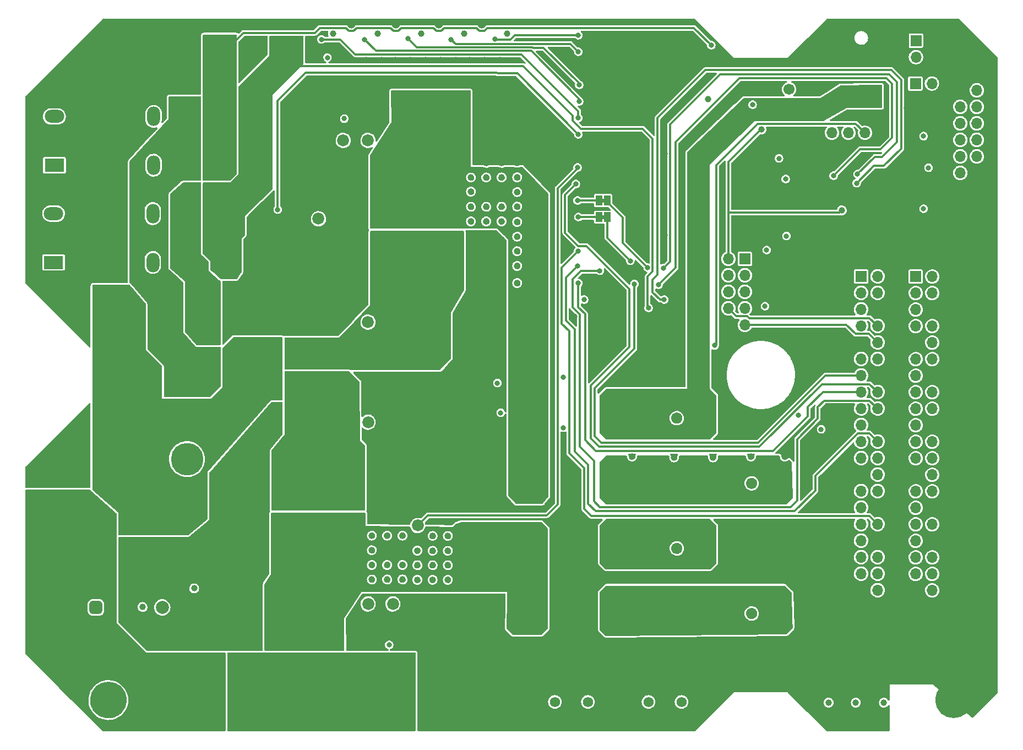
<source format=gbr>
%TF.GenerationSoftware,KiCad,Pcbnew,(6.0.10)*%
%TF.CreationDate,2023-02-22T22:59:33-05:00*%
%TF.ProjectId,System Management Board,53797374-656d-4204-9d61-6e6167656d65,rev?*%
%TF.SameCoordinates,Original*%
%TF.FileFunction,Copper,L4,Bot*%
%TF.FilePolarity,Positive*%
%FSLAX46Y46*%
G04 Gerber Fmt 4.6, Leading zero omitted, Abs format (unit mm)*
G04 Created by KiCad (PCBNEW (6.0.10)) date 2023-02-22 22:59:33*
%MOMM*%
%LPD*%
G01*
G04 APERTURE LIST*
G04 Aperture macros list*
%AMRoundRect*
0 Rectangle with rounded corners*
0 $1 Rounding radius*
0 $2 $3 $4 $5 $6 $7 $8 $9 X,Y pos of 4 corners*
0 Add a 4 corners polygon primitive as box body*
4,1,4,$2,$3,$4,$5,$6,$7,$8,$9,$2,$3,0*
0 Add four circle primitives for the rounded corners*
1,1,$1+$1,$2,$3*
1,1,$1+$1,$4,$5*
1,1,$1+$1,$6,$7*
1,1,$1+$1,$8,$9*
0 Add four rect primitives between the rounded corners*
20,1,$1+$1,$2,$3,$4,$5,0*
20,1,$1+$1,$4,$5,$6,$7,0*
20,1,$1+$1,$6,$7,$8,$9,0*
20,1,$1+$1,$8,$9,$2,$3,0*%
G04 Aperture macros list end*
%TA.AperFunction,ComponentPad*%
%ADD10C,1.701800*%
%TD*%
%TA.AperFunction,ComponentPad*%
%ADD11R,2.108200X2.108200*%
%TD*%
%TA.AperFunction,ComponentPad*%
%ADD12C,2.108200*%
%TD*%
%TA.AperFunction,ComponentPad*%
%ADD13R,1.700000X1.700000*%
%TD*%
%TA.AperFunction,ComponentPad*%
%ADD14O,1.700000X1.700000*%
%TD*%
%TA.AperFunction,ComponentPad*%
%ADD15O,4.500000X2.250000*%
%TD*%
%TA.AperFunction,ComponentPad*%
%ADD16O,4.000000X2.000000*%
%TD*%
%TA.AperFunction,ComponentPad*%
%ADD17O,2.000000X4.000000*%
%TD*%
%TA.AperFunction,ComponentPad*%
%ADD18C,5.000000*%
%TD*%
%TA.AperFunction,ComponentPad*%
%ADD19RoundRect,0.500000X-0.500000X0.500000X-0.500000X-0.500000X0.500000X-0.500000X0.500000X0.500000X0*%
%TD*%
%TA.AperFunction,ComponentPad*%
%ADD20C,2.000000*%
%TD*%
%TA.AperFunction,ComponentPad*%
%ADD21O,2.000000X3.000000*%
%TD*%
%TA.AperFunction,ComponentPad*%
%ADD22R,3.000000X2.000000*%
%TD*%
%TA.AperFunction,ComponentPad*%
%ADD23O,3.000000X2.000000*%
%TD*%
%TA.AperFunction,ComponentPad*%
%ADD24C,1.574800*%
%TD*%
%TA.AperFunction,ComponentPad*%
%ADD25C,5.600000*%
%TD*%
%TA.AperFunction,ComponentPad*%
%ADD26C,2.540000*%
%TD*%
%TA.AperFunction,ComponentPad*%
%ADD27R,1.830000X1.830000*%
%TD*%
%TA.AperFunction,ComponentPad*%
%ADD28C,1.830000*%
%TD*%
%TA.AperFunction,ComponentPad*%
%ADD29C,2.590000*%
%TD*%
%TA.AperFunction,SMDPad,CuDef*%
%ADD30R,1.000000X1.500000*%
%TD*%
%TA.AperFunction,ViaPad*%
%ADD31C,1.000000*%
%TD*%
%TA.AperFunction,ViaPad*%
%ADD32C,0.800000*%
%TD*%
%TA.AperFunction,Conductor*%
%ADD33C,0.330200*%
%TD*%
G04 APERTURE END LIST*
%TO.C,JP3*%
G36*
X163060000Y-73833000D02*
G01*
X162560000Y-73833000D01*
X162560000Y-73233000D01*
X163060000Y-73233000D01*
X163060000Y-73833000D01*
G37*
%TO.C,JP4*%
G36*
X163060000Y-76397000D02*
G01*
X162560000Y-76397000D01*
X162560000Y-75797000D01*
X163060000Y-75797000D01*
X163060000Y-76397000D01*
G37*
%TD*%
D10*
%TO.P,J9,1,Pin_1*%
%TO.N,GND*%
X185658698Y-117012299D03*
%TO.P,J9,2,Pin_2*%
%TO.N,/15V Aux PWR OUT PROT*%
X189158701Y-117012299D03*
%TD*%
D11*
%TO.P,F9,1,1*%
%TO.N,/48V PWR*%
X151395000Y-135000000D03*
D12*
%TO.P,F9,2,2*%
X151395000Y-138403600D03*
%TO.P,F9,3,3*%
%TO.N,/48V Aux PWR OUT PROT*%
X164857000Y-138403600D03*
%TO.P,F9,4,4*%
X164857000Y-135000000D03*
%TD*%
D11*
%TO.P,F3,1,1*%
%TO.N,/V_batt+ PROT SW*%
X88395000Y-98424999D03*
D12*
%TO.P,F3,2,2*%
X88395000Y-101828599D03*
%TO.P,F3,3,3*%
%TO.N,/LIGHT BANK B PROT*%
X101857000Y-101828599D03*
%TO.P,F3,4,4*%
X101857000Y-98424999D03*
%TD*%
D13*
%TO.P,J11,1,Pin_1*%
%TO.N,/JET_P1*%
X202468300Y-85196001D03*
D14*
%TO.P,J11,2,Pin_2*%
%TO.N,/JET_P2*%
X205008300Y-85196001D03*
%TO.P,J11,3,Pin_3*%
%TO.N,/JET_P3*%
X202468300Y-87736001D03*
%TO.P,J11,4,Pin_4*%
%TO.N,/JET_P4*%
X205008300Y-87736001D03*
%TO.P,J11,5,Pin_5*%
%TO.N,/JET_P5*%
X202468300Y-90276001D03*
%TO.P,J11,6,Pin_6*%
%TO.N,GND*%
X205008300Y-90276001D03*
%TO.P,J11,7,Pin_7*%
%TO.N,/JET_P7*%
X202468300Y-92816001D03*
%TO.P,J11,8,Pin_8*%
%TO.N,/Jet_UART1_Tx*%
X205008300Y-92816001D03*
%TO.P,J11,9,Pin_9*%
%TO.N,GND*%
X202468300Y-95356001D03*
%TO.P,J11,10,Pin_10*%
%TO.N,/Jet_UART1_Rx*%
X205008300Y-95356001D03*
%TO.P,J11,11,Pin_11*%
%TO.N,/JET_P11*%
X202468300Y-97896001D03*
%TO.P,J11,12,Pin_12*%
%TO.N,/JET_P12*%
X205008300Y-97896001D03*
%TO.P,J11,13,Pin_13*%
%TO.N,/PICO OUT BIT 1*%
X202468300Y-100436001D03*
%TO.P,J11,14,Pin_14*%
%TO.N,GND*%
X205008300Y-100436001D03*
%TO.P,J11,15,Pin_15*%
%TO.N,/PICO OUT BIT 0*%
X202468300Y-102976001D03*
%TO.P,J11,16,Pin_16*%
%TO.N,/PICO IN BIT 0*%
X205008300Y-102976001D03*
%TO.P,J11,17,Pin_17*%
%TO.N,/JET_P17*%
X202468300Y-105516001D03*
%TO.P,J11,18,Pin_18*%
%TO.N,/PICO OUT BIT 2*%
X205008300Y-105516001D03*
%TO.P,J11,19,Pin_19*%
%TO.N,/JET_P19*%
X202468300Y-108056001D03*
%TO.P,J11,20,Pin_20*%
%TO.N,GND*%
X205008300Y-108056001D03*
%TO.P,J11,21,Pin_21*%
%TO.N,/JET_P21*%
X202468300Y-110596001D03*
%TO.P,J11,22,Pin_22*%
%TO.N,/PICO IN BIT 2*%
X205008300Y-110596001D03*
%TO.P,J11,23,Pin_23*%
%TO.N,/JET_P23*%
X202468300Y-113136001D03*
%TO.P,J11,24,Pin_24*%
%TO.N,/JET_P24*%
X205008300Y-113136001D03*
%TO.P,J11,25,Pin_25*%
%TO.N,GND*%
X202468300Y-115676001D03*
%TO.P,J11,26,Pin_26*%
%TO.N,/JET_P26*%
X205008300Y-115676001D03*
%TO.P,J11,27,Pin_27*%
%TO.N,/JET_P27*%
X202468300Y-118216001D03*
%TO.P,J11,28,Pin_28*%
%TO.N,/JET_P28*%
X205008300Y-118216001D03*
%TO.P,J11,29,Pin_29*%
%TO.N,/JET_P29*%
X202468300Y-120756001D03*
%TO.P,J11,30,Pin_30*%
%TO.N,GND*%
X205008300Y-120756001D03*
%TO.P,J11,31,Pin_31*%
%TO.N,/JET_P31*%
X202468300Y-123296001D03*
%TO.P,J11,32,Pin_32*%
%TO.N,/PICO IN BIT 1*%
X205008300Y-123296001D03*
%TO.P,J11,33,Pin_33*%
%TO.N,/JET_P33*%
X202468300Y-125836001D03*
%TO.P,J11,34,Pin_34*%
%TO.N,GND*%
X205008300Y-125836001D03*
%TO.P,J11,35,Pin_35*%
%TO.N,/JET_P35*%
X202468300Y-128376001D03*
%TO.P,J11,36,Pin_36*%
%TO.N,/JET_P36*%
X205008300Y-128376001D03*
%TO.P,J11,37,Pin_37*%
%TO.N,/JET_P37*%
X202468300Y-130916001D03*
%TO.P,J11,38,Pin_38*%
%TO.N,/JET_P38*%
X205008300Y-130916001D03*
%TO.P,J11,39,Pin_39*%
%TO.N,GND*%
X202468300Y-133456001D03*
%TO.P,J11,40,Pin_40*%
%TO.N,/JET_P40*%
X205008300Y-133456001D03*
%TD*%
D10*
%TO.P,J10,1,Pin_1*%
%TO.N,GND*%
X187907998Y-56436000D03*
%TO.P,J10,2,Pin_2*%
%TO.N,Net-(J10-Pad2)*%
X191408001Y-56436000D03*
%TD*%
D11*
%TO.P,F8,1,1*%
%TO.N,/15v PWR*%
X151395000Y-114730000D03*
D12*
%TO.P,F8,2,2*%
X151395000Y-118133600D03*
%TO.P,F8,3,3*%
%TO.N,/15V Aux PWR OUT PROT*%
X164857000Y-118133600D03*
%TO.P,F8,4,4*%
X164857000Y-114730000D03*
%TD*%
D10*
%TO.P,J5,1,Pin_1*%
%TO.N,GND*%
X174143498Y-107000799D03*
%TO.P,J5,2,Pin_2*%
%TO.N,/COMP PWR OUT PROT*%
X177643501Y-107000799D03*
%TD*%
D13*
%TO.P,JP2,1,A*%
%TO.N,Net-(J6-Pad10)*%
X210828900Y-55546800D03*
D14*
%TO.P,JP2,2,B*%
%TO.N,Net-(J6-Pad9)*%
X213368900Y-55546800D03*
%TD*%
D15*
%TO.P,J4,1*%
%TO.N,/COMP PWR OUT PROT*%
X202496800Y-57542400D03*
D16*
%TO.P,J4,2*%
%TO.N,GND*%
X202496800Y-51542400D03*
D17*
%TO.P,J4,S1,SHIELD*%
X197996800Y-50542400D03*
%TO.P,J4,S2,SHIELD*%
X206996800Y-50542400D03*
%TD*%
D11*
%TO.P,F5,1,1*%
%TO.N,/48V PWR*%
X151395000Y-124865000D03*
D12*
%TO.P,F5,2,2*%
X151395000Y-128268600D03*
%TO.P,F5,3,3*%
%TO.N,/SWITCH PWR OUT PROT*%
X164857000Y-128268600D03*
%TO.P,F5,4,4*%
X164857000Y-124865000D03*
%TD*%
D13*
%TO.P,J7,1,Pin_1*%
%TO.N,/JET_P1*%
X210886800Y-85221800D03*
D14*
%TO.P,J7,2,Pin_2*%
%TO.N,/JET_P2*%
X213426800Y-85221800D03*
%TO.P,J7,3,Pin_3*%
%TO.N,/JET_P3*%
X210886800Y-87761800D03*
%TO.P,J7,4,Pin_4*%
%TO.N,/JET_P4*%
X213426800Y-87761800D03*
%TO.P,J7,5,Pin_5*%
%TO.N,/JET_P5*%
X210886800Y-90301800D03*
%TO.P,J7,6,Pin_6*%
%TO.N,GND*%
X213426800Y-90301800D03*
%TO.P,J7,7,Pin_7*%
%TO.N,/JET_P7*%
X210886800Y-92841800D03*
%TO.P,J7,8,Pin_8*%
%TO.N,/Jet_UART1_Tx*%
X213426800Y-92841800D03*
%TO.P,J7,9,Pin_9*%
%TO.N,GND*%
X210886800Y-95381800D03*
%TO.P,J7,10,Pin_10*%
%TO.N,/Jet_UART1_Rx*%
X213426800Y-95381800D03*
%TO.P,J7,11,Pin_11*%
%TO.N,/JET_P11*%
X210886800Y-97921800D03*
%TO.P,J7,12,Pin_12*%
%TO.N,/JET_P12*%
X213426800Y-97921800D03*
%TO.P,J7,13,Pin_13*%
%TO.N,/PICO OUT BIT 1*%
X210886800Y-100461800D03*
%TO.P,J7,14,Pin_14*%
%TO.N,GND*%
X213426800Y-100461800D03*
%TO.P,J7,15,Pin_15*%
%TO.N,/PICO OUT BIT 0*%
X210886800Y-103001800D03*
%TO.P,J7,16,Pin_16*%
%TO.N,/PICO IN BIT 0*%
X213426800Y-103001800D03*
%TO.P,J7,17,Pin_17*%
%TO.N,/JET_P17*%
X210886800Y-105541800D03*
%TO.P,J7,18,Pin_18*%
%TO.N,/PICO OUT BIT 2*%
X213426800Y-105541800D03*
%TO.P,J7,19,Pin_19*%
%TO.N,/JET_P19*%
X210886800Y-108081800D03*
%TO.P,J7,20,Pin_20*%
%TO.N,GND*%
X213426800Y-108081800D03*
%TO.P,J7,21,Pin_21*%
%TO.N,/JET_P21*%
X210886800Y-110621800D03*
%TO.P,J7,22,Pin_22*%
%TO.N,/PICO IN BIT 2*%
X213426800Y-110621800D03*
%TO.P,J7,23,Pin_23*%
%TO.N,/JET_P23*%
X210886800Y-113161800D03*
%TO.P,J7,24,Pin_24*%
%TO.N,/JET_P24*%
X213426800Y-113161800D03*
%TO.P,J7,25,Pin_25*%
%TO.N,GND*%
X210886800Y-115701800D03*
%TO.P,J7,26,Pin_26*%
%TO.N,/JET_P26*%
X213426800Y-115701800D03*
%TO.P,J7,27,Pin_27*%
%TO.N,/JET_P27*%
X210886800Y-118241800D03*
%TO.P,J7,28,Pin_28*%
%TO.N,/JET_P28*%
X213426800Y-118241800D03*
%TO.P,J7,29,Pin_29*%
%TO.N,/JET_P29*%
X210886800Y-120781800D03*
%TO.P,J7,30,Pin_30*%
%TO.N,GND*%
X213426800Y-120781800D03*
%TO.P,J7,31,Pin_31*%
%TO.N,/JET_P31*%
X210886800Y-123321800D03*
%TO.P,J7,32,Pin_32*%
%TO.N,/PICO IN BIT 1*%
X213426800Y-123321800D03*
%TO.P,J7,33,Pin_33*%
%TO.N,/JET_P33*%
X210886800Y-125861800D03*
%TO.P,J7,34,Pin_34*%
%TO.N,GND*%
X213426800Y-125861800D03*
%TO.P,J7,35,Pin_35*%
%TO.N,/JET_P35*%
X210886800Y-128401800D03*
%TO.P,J7,36,Pin_36*%
%TO.N,/JET_P36*%
X213426800Y-128401800D03*
%TO.P,J7,37,Pin_37*%
%TO.N,/JET_P37*%
X210886800Y-130941800D03*
%TO.P,J7,38,Pin_38*%
%TO.N,/JET_P38*%
X213426800Y-130941800D03*
%TO.P,J7,39,Pin_39*%
%TO.N,GND*%
X210886800Y-133481800D03*
%TO.P,J7,40,Pin_40*%
%TO.N,/JET_P40*%
X213426800Y-133481800D03*
%TD*%
D18*
%TO.P,K1,11*%
%TO.N,/V_batt+ PROT*%
X81015000Y-123440000D03*
%TO.P,K1,12*%
%TO.N,unconnected-(K1-Pad12)*%
X98815000Y-113300000D03*
%TO.P,K1,14*%
%TO.N,/V_batt+ PROT SW*%
X98815000Y-120900000D03*
D19*
%TO.P,K1,A1*%
%TO.N,Net-(D4-Pad2)*%
X84815000Y-136100000D03*
D20*
%TO.P,K1,A2*%
%TO.N,/5V Relay PWR*%
X95015000Y-136100000D03*
%TD*%
D21*
%TO.P,K3,11*%
%TO.N,/LIGHT BANK B PROT*%
X98735000Y-68105000D03*
X98735000Y-60605000D03*
%TO.P,K3,12*%
%TO.N,unconnected-(K3-Pad12)*%
X93695000Y-60605000D03*
X93695000Y-68105000D03*
%TO.P,K3,14*%
%TO.N,/LIGHT BANK B PROT SW*%
X103775000Y-68105000D03*
X103775000Y-60605000D03*
D22*
%TO.P,K3,A1*%
%TO.N,Net-(D6-Pad2)*%
X78435000Y-68105000D03*
D23*
%TO.P,K3,A2*%
%TO.N,/5V Relay PWR*%
X78435000Y-60605000D03*
%TD*%
D21*
%TO.P,K2,11*%
%TO.N,/LIGHT BANK A PROT*%
X98615000Y-75550000D03*
X98615000Y-83050000D03*
%TO.P,K2,12*%
%TO.N,unconnected-(K2-Pad12)*%
X93575000Y-83050000D03*
X93575000Y-75550000D03*
%TO.P,K2,14*%
%TO.N,/LIGHT BANK A PROT SW*%
X103655000Y-83050000D03*
X103655000Y-75550000D03*
D22*
%TO.P,K2,A1*%
%TO.N,Net-(D5-Pad2)*%
X78315000Y-83050000D03*
D23*
%TO.P,K2,A2*%
%TO.N,/5V Relay PWR*%
X78315000Y-75550000D03*
%TD*%
D11*
%TO.P,F4,1,1*%
%TO.N,/15v PWR*%
X151395000Y-104595000D03*
D12*
%TO.P,F4,2,2*%
X151395000Y-107998600D03*
%TO.P,F4,3,3*%
%TO.N,/COMP PWR OUT PROT*%
X164857000Y-107998600D03*
%TO.P,F4,4,4*%
X164857000Y-104595000D03*
%TD*%
D13*
%TO.P,JP1,1,A*%
%TO.N,Net-(J6-Pad5)*%
X210918800Y-48942800D03*
D14*
%TO.P,JP1,2,B*%
%TO.N,Net-(J6-Pad6)*%
X210918800Y-51482800D03*
%TD*%
D24*
%TO.P,U2,1,Vin*%
%TO.N,Net-(RL1-PadC1)*%
X174870000Y-150635000D03*
%TO.P,U2,2,GND*%
%TO.N,GND*%
X172330000Y-150635000D03*
%TO.P,U2,3,Vout*%
%TO.N,/5V Relay PWR*%
X169790000Y-150635000D03*
%TD*%
D10*
%TO.P,J3,1,Pin_1*%
%TO.N,GND*%
X174143498Y-127023799D03*
%TO.P,J3,2,Pin_2*%
%TO.N,/SWITCH PWR OUT PROT*%
X177643501Y-127023799D03*
%TD*%
D25*
%TO.P,H2,1,1*%
%TO.N,GND*%
X216725000Y-50350000D03*
%TD*%
D24*
%TO.P,U3,1,Vin*%
%TO.N,Net-(RL1-PadC1)*%
X160470000Y-150635000D03*
%TO.P,U3,2,GND*%
%TO.N,GND*%
X157930000Y-150635000D03*
%TO.P,U3,3,Vout*%
%TO.N,/5V Logic PWR*%
X155390000Y-150635000D03*
%TD*%
D10*
%TO.P,J8,1,Pin_1*%
%TO.N,GND*%
X185658698Y-137035301D03*
%TO.P,J8,2,Pin_2*%
%TO.N,/48V Aux PWR OUT PROT*%
X189158701Y-137035301D03*
%TD*%
D26*
%TO.P,J1,1,Pin_1*%
%TO.N,GND*%
X141595000Y-148875000D03*
%TO.P,J1,2,Pin_2*%
X136515000Y-148875000D03*
%TO.P,J1,3,Pin_3*%
%TO.N,/V_batt+*%
X131435000Y-148875000D03*
%TO.P,J1,4,Pin_4*%
X126355000Y-148875000D03*
%TD*%
D13*
%TO.P,J6,1,Pin_1*%
%TO.N,GND*%
X220275800Y-69296000D03*
D14*
%TO.P,J6,2,Pin_2*%
%TO.N,JET_RECOV*%
X217735800Y-69296000D03*
%TO.P,J6,3,Pin_3*%
%TO.N,JET_RST*%
X220275800Y-66756000D03*
%TO.P,J6,4,Pin_4*%
%TO.N,/JET_ON*%
X217735800Y-66756000D03*
%TO.P,J6,5,Pin_5*%
%TO.N,Net-(J6-Pad5)*%
X220275800Y-64216000D03*
%TO.P,J6,6,Pin_6*%
%TO.N,Net-(J6-Pad6)*%
X217735800Y-64216000D03*
%TO.P,J6,7,Pin_7*%
%TO.N,CVB_STBY*%
X220275800Y-61676000D03*
%TO.P,J6,8,Pin_8*%
%TO.N,SYSTEM_OC*%
X217735800Y-61676000D03*
%TO.P,J6,9,Pin_9*%
%TO.N,Net-(J6-Pad9)*%
X220275800Y-59136000D03*
%TO.P,J6,10,Pin_10*%
%TO.N,Net-(J6-Pad10)*%
X217735800Y-59136000D03*
%TO.P,J6,11,Pin_11*%
%TO.N,unconnected-(J6-Pad11)*%
X220275800Y-56596000D03*
%TO.P,J6,12,Pin_12*%
%TO.N,GND*%
X217735800Y-56596000D03*
%TD*%
D25*
%TO.P,H4,1,1*%
%TO.N,GND*%
X216725000Y-150350000D03*
%TD*%
%TO.P,H1,1,1*%
%TO.N,GND*%
X86725000Y-50350000D03*
%TD*%
%TO.P,H3,1,1*%
%TO.N,GND*%
X86725000Y-150350000D03*
%TD*%
D11*
%TO.P,F2,1,1*%
%TO.N,/V_batt+ PROT SW*%
X88325000Y-90045000D03*
D12*
%TO.P,F2,2,2*%
X88325000Y-93448600D03*
%TO.P,F2,3,3*%
%TO.N,/LIGHT BANK A PROT*%
X101787000Y-93448600D03*
%TO.P,F2,4,4*%
X101787000Y-90045000D03*
%TD*%
D13*
%TO.P,J13,1,Pin_1*%
%TO.N,GND*%
X205613000Y-63119000D03*
D14*
%TO.P,J13,2,Pin_2*%
%TO.N,/Aux_SW*%
X203073000Y-63119000D03*
%TO.P,J13,3,Pin_3*%
%TO.N,Net-(F10-Pad2)*%
X200533000Y-63119000D03*
%TO.P,J13,4,Pin_4*%
%TO.N,/Ext_Relay_LOW_SIDE*%
X197993000Y-63119000D03*
%TD*%
D11*
%TO.P,F1,1,1*%
%TO.N,/V_batt+*%
X111105000Y-151461667D03*
D12*
%TO.P,F1,2,2*%
X111105000Y-148058067D03*
%TO.P,F1,3,3*%
%TO.N,/V_batt+ PROT*%
X97643000Y-148058067D03*
%TO.P,F1,4,4*%
X97643000Y-151461667D03*
%TD*%
D13*
%TO.P,J12,1,Pin_1*%
%TO.N,/5V Logic PWR*%
X184609000Y-82501000D03*
D14*
%TO.P,J12,2,Pin_2*%
%TO.N,/PICO 3V3*%
X182069000Y-82501000D03*
%TO.P,J12,3,Pin_3*%
%TO.N,/Pico LED A*%
X184609000Y-85041000D03*
%TO.P,J12,4,Pin_4*%
%TO.N,/Pico LED B*%
X182069000Y-85041000D03*
%TO.P,J12,5,Pin_5*%
%TO.N,/Aux_ADC_IN*%
X184609000Y-87581000D03*
%TO.P,J12,6,Pin_6*%
%TO.N,/Pico UART0 Rx*%
X182069000Y-87581000D03*
%TO.P,J12,7,Pin_7*%
%TO.N,/Pico UART0 Tx*%
X184609000Y-90121000D03*
%TO.P,J12,8,Pin_8*%
%TO.N,/Jet_UART1_Tx*%
X182069000Y-90121000D03*
%TO.P,J12,9,Pin_9*%
%TO.N,/Jet_UART1_Rx*%
X184609000Y-92661000D03*
%TO.P,J12,10,Pin_10*%
%TO.N,GND*%
X182069000Y-92661000D03*
%TD*%
D26*
%TO.P,J2,1,Pin_1*%
%TO.N,/LIGHT BANK A PROT SW*%
X114070000Y-51325000D03*
%TO.P,J2,2,Pin_2*%
%TO.N,GND*%
X108990000Y-51325000D03*
%TO.P,J2,3,Pin_3*%
%TO.N,/LIGHT BANK B PROT SW*%
X103910000Y-51325000D03*
%TO.P,J2,4,Pin_4*%
%TO.N,GND*%
X98830000Y-51325000D03*
%TD*%
D27*
%TO.P,PS1,1,VIN(+)*%
%TO.N,/CPS_IN_PROT*%
X134285000Y-92225000D03*
D28*
%TO.P,PS1,2,ON/OFF*%
%TO.N,/~{COMP PWR EN}*%
X126665000Y-92225000D03*
%TO.P,PS1,3,VIN(-)/GND*%
%TO.N,GND*%
X119045000Y-92225000D03*
D29*
%TO.P,PS1,4,VOUT(-)/GND*%
X119045000Y-64285000D03*
D28*
%TO.P,PS1,5,PWR_GOOD*%
%TO.N,unconnected-(PS1-Pad5)*%
X122855000Y-64285000D03*
%TO.P,PS1,6,TRIM*%
%TO.N,Net-(PS1-Pad6)*%
X126665000Y-64285000D03*
%TO.P,PS1,7,SENSE(+)*%
%TO.N,/15v PWR*%
X130475000Y-64285000D03*
D29*
%TO.P,PS1,8,VOUT(+)*%
X134285000Y-64285000D03*
D28*
%TO.P,PS1,32,SYNC*%
%TO.N,GND*%
X119045000Y-80155000D03*
%TO.P,PS1,34,CURRENT_MONITOR*%
%TO.N,/COMP PWR CM*%
X119045000Y-76345000D03*
%TD*%
D30*
%TO.P,JP3,1,A*%
%TO.N,/Jet_UART1_Rx*%
X163460000Y-73533000D03*
%TO.P,JP3,2,B*%
%TO.N,Net-(JP3-Pad2)*%
X162160000Y-73533000D03*
%TD*%
D27*
%TO.P,PS2,1,VIN(+)*%
%TO.N,/PSPS_IN_PROT*%
X119055000Y-107625000D03*
D28*
%TO.P,PS2,2,ON/OFF*%
%TO.N,/~{SWITCH PWR EN}*%
X126675000Y-107625000D03*
%TO.P,PS2,3,VIN(-)/GND*%
%TO.N,GND*%
X134295000Y-107625000D03*
D29*
%TO.P,PS2,4,VOUT(-)/GND*%
X134295000Y-135565000D03*
D28*
%TO.P,PS2,5,PWR_GOOD*%
%TO.N,unconnected-(PS2-Pad5)*%
X130485000Y-135565000D03*
%TO.P,PS2,6,TRIM*%
%TO.N,Net-(PS2-Pad6)*%
X126675000Y-135565000D03*
%TO.P,PS2,7,SENSE(+)*%
%TO.N,/48V PWR*%
X122865000Y-135565000D03*
D29*
%TO.P,PS2,8,VOUT(+)*%
X119055000Y-135565000D03*
D28*
%TO.P,PS2,32,SYNC*%
%TO.N,GND*%
X134295000Y-119695000D03*
%TO.P,PS2,34,CURRENT_MONITOR*%
%TO.N,/POE SW PWR CM*%
X134295000Y-123505000D03*
%TD*%
D30*
%TO.P,JP4,1,A*%
%TO.N,/Jet_UART1_Tx*%
X163460000Y-76097000D03*
%TO.P,JP4,2,B*%
%TO.N,Net-(JP4-Pad2)*%
X162160000Y-76097000D03*
%TD*%
D31*
%TO.N,GND*%
X90551000Y-138176000D03*
X90678000Y-131191000D03*
X172847000Y-100838000D03*
X165989000Y-100838000D03*
X157988000Y-120142000D03*
X157861000Y-115189000D03*
X179705000Y-113030000D03*
X173736000Y-113030000D03*
X190754000Y-112903000D03*
X185547000Y-112903000D03*
X167259000Y-112903000D03*
X177292000Y-131699000D03*
X171323000Y-131699000D03*
X158623000Y-131572000D03*
X188341000Y-131572000D03*
X183134000Y-131572000D03*
X164846000Y-131572000D03*
D32*
%TO.N,/V_batt+ PROT SW*%
X147066000Y-106172000D03*
X156718000Y-108458000D03*
X196342000Y-108712000D03*
D31*
%TO.N,GND*%
X199771000Y-65024000D03*
X190754000Y-94488000D03*
X194818000Y-94615000D03*
X185928000Y-70231000D03*
X185928000Y-66548000D03*
X178435000Y-61976000D03*
D32*
X162814000Y-88646000D03*
%TO.N,/JET_ON*%
X156718000Y-100711000D03*
%TO.N,/PICO IN BIT 1*%
X158972250Y-81311750D03*
%TO.N,/PICO IN BIT 2*%
X158877000Y-83566000D03*
%TO.N,/PICO OUT BIT 2*%
X162306000Y-84328000D03*
%TO.N,/PICO OUT BIT 0*%
X159004000Y-86233000D03*
%TO.N,/PICO IN BIT 0*%
X158623000Y-70993000D03*
%TO.N,/PICO OUT BIT 1*%
X167640000Y-86360000D03*
%TO.N,/POE SW PWR CM*%
X158877000Y-68453000D03*
%TO.N,/LIGHT BANK B PROT SW*%
X185801000Y-58801000D03*
X179451000Y-49657000D03*
X187706000Y-89789000D03*
%TO.N,/LIGHT BANK A PROT SW*%
X169799000Y-90043000D03*
%TO.N,/COMP PWR CM*%
X112776000Y-74930000D03*
X159004000Y-63373000D03*
%TO.N,/Light B Relay EN*%
X159004000Y-60833000D03*
X119507000Y-48768000D03*
%TO.N,/Light A Relay EN*%
X126111000Y-48768000D03*
X159131000Y-58293000D03*
%TO.N,/Main Relay EN*%
X132842000Y-48641000D03*
X159131000Y-55753000D03*
%TO.N,/COMP PWR EN*%
X139446000Y-48768000D03*
X159004000Y-50673000D03*
%TO.N,/Light B Relay EN*%
X120412609Y-51555142D03*
%TO.N,/SWITCH PWR EN*%
X159004000Y-48133000D03*
X146177000Y-48700297D03*
%TO.N,/V_batt+ PROT*%
X187960000Y-81153000D03*
X189865000Y-67056000D03*
%TO.N,/MUX_S0*%
X172212000Y-88773000D03*
%TO.N,/MUX_S2*%
X172085000Y-83947000D03*
%TO.N,/MUX_S1*%
X171323000Y-86487000D03*
%TO.N,/MUX_S0*%
X201803000Y-70866000D03*
%TO.N,/MUX_S1*%
X198247000Y-69723000D03*
%TO.N,/MUX_S2*%
X201930000Y-69469000D03*
D31*
%TO.N,GND*%
X158496000Y-143129000D03*
X164719000Y-143129000D03*
X171196000Y-143256000D03*
X177165000Y-143256000D03*
X183007000Y-143129000D03*
X188214000Y-143129000D03*
X193802000Y-143129000D03*
X217678000Y-140081000D03*
X213614000Y-139954000D03*
X209677000Y-139954000D03*
X217805000Y-137033000D03*
X213614000Y-137033000D03*
X209677000Y-137033000D03*
X203327000Y-153670000D03*
X198120000Y-153670000D03*
D32*
X211328000Y-145923000D03*
%TO.N,/Aux_SW*%
X159893000Y-88773000D03*
X179956400Y-95817514D03*
D31*
%TO.N,GND*%
X136080000Y-103088000D03*
X140780000Y-103088000D03*
X136080000Y-100838000D03*
X138430000Y-103088000D03*
X140780000Y-100838000D03*
X138430000Y-100838000D03*
D32*
X146558000Y-99949000D03*
X146558000Y-92710000D03*
%TO.N,/TEMP_SENSE_1*%
X146558000Y-101600000D03*
%TO.N,Net-(JP4-Pad2)*%
X159004000Y-76073000D03*
%TO.N,Net-(JP3-Pad2)*%
X158877000Y-73533000D03*
%TO.N,/Jet_UART1_Rx*%
X169669400Y-83863271D03*
%TO.N,/Jet_UART1_Tx*%
X167005000Y-82804000D03*
%TO.N,/Light_B_Vout MES_ADC*%
X212090000Y-74803000D03*
%TO.N,/POE_SW_Vout MES_ADC*%
X190881000Y-70231000D03*
X191008000Y-78994000D03*
D31*
%TO.N,/PICO 3V3*%
X199517000Y-75057000D03*
%TO.N,/15v PWR*%
X140200000Y-67800000D03*
X135500000Y-67800000D03*
X128450000Y-76800000D03*
X137850000Y-70050000D03*
X137800000Y-63200000D03*
X135500000Y-76800000D03*
X140200000Y-76800000D03*
X130800000Y-70050000D03*
X140200000Y-72300000D03*
X141400000Y-57800000D03*
X128450000Y-72300000D03*
X130800000Y-76800000D03*
X136367332Y-57800000D03*
X140150000Y-63200000D03*
X140200000Y-70050000D03*
X135500000Y-70050000D03*
X130800000Y-67800000D03*
X137850000Y-67800000D03*
X128450000Y-70050000D03*
X128450000Y-67800000D03*
X140200000Y-74550000D03*
X137850000Y-65550000D03*
X138883665Y-57800000D03*
X133850999Y-57800000D03*
X131334666Y-57800000D03*
X140200000Y-65550000D03*
X133150000Y-74550000D03*
X130800000Y-74550000D03*
X137850000Y-74550000D03*
X133150000Y-76800000D03*
X133150000Y-70050000D03*
X133150000Y-67800000D03*
X135500000Y-74550000D03*
X128450000Y-74550000D03*
X137850000Y-76800000D03*
%TO.N,/48V PWR*%
X122600000Y-131800000D03*
X124950000Y-127300000D03*
X113200000Y-134050000D03*
X116874726Y-141768000D03*
X121749452Y-141768000D03*
X122600000Y-129550000D03*
X122600000Y-122800000D03*
X120250000Y-125050000D03*
X113200000Y-125050000D03*
X112000000Y-141768000D03*
X124950000Y-122800000D03*
X114437363Y-141768000D03*
X115600000Y-136400000D03*
X113200000Y-131800000D03*
X119312089Y-141768000D03*
X113200000Y-127300000D03*
X117900000Y-129550000D03*
X113250000Y-136400000D03*
X115550000Y-125050000D03*
X115550000Y-131800000D03*
X124950000Y-125050000D03*
X115550000Y-122800000D03*
X115550000Y-134050000D03*
X115550000Y-129550000D03*
X122600000Y-125050000D03*
X117900000Y-122800000D03*
X124950000Y-129550000D03*
X113200000Y-122800000D03*
X117900000Y-125050000D03*
X120250000Y-129550000D03*
X120250000Y-131800000D03*
X117900000Y-131800000D03*
X124950000Y-131800000D03*
X113200000Y-129550000D03*
X120250000Y-122800000D03*
%TO.N,/V_batt+ PROT*%
X201676000Y-150749000D03*
X205994000Y-150749000D03*
X197485000Y-150749000D03*
D32*
%TO.N,/V_batt+ PROT SW*%
X105750000Y-102250000D03*
X111500000Y-101000000D03*
X107000000Y-102250000D03*
X105750000Y-98500000D03*
X112750000Y-98500000D03*
X111500000Y-98500000D03*
X107000000Y-98500000D03*
X105750000Y-99750000D03*
X111500000Y-97250000D03*
X112750000Y-103500000D03*
X112750000Y-102250000D03*
X112750000Y-96000000D03*
X112750000Y-97250000D03*
X105750000Y-101000000D03*
X107000000Y-97250000D03*
X107000000Y-99750000D03*
X112750000Y-99750000D03*
X111500000Y-103500000D03*
X111500000Y-102250000D03*
X111500000Y-96000000D03*
X112750000Y-101000000D03*
X105750000Y-96000000D03*
X107000000Y-96000000D03*
X111500000Y-99750000D03*
X107000000Y-103500000D03*
X107000000Y-101000000D03*
X105750000Y-97250000D03*
X105750000Y-103500000D03*
D31*
%TO.N,/~{COMP PWR EN}*%
X141478000Y-47854600D03*
D32*
%TO.N,Net-(PS1-Pad6)*%
X123012200Y-60934600D03*
D31*
%TO.N,/~{SWITCH PWR EN}*%
X148082000Y-47854600D03*
D32*
%TO.N,Net-(PS2-Pad6)*%
X129921000Y-141859000D03*
D31*
%TO.N,/CPS_IN_PROT*%
X140150000Y-79600000D03*
X133650000Y-98400000D03*
X137800000Y-88600000D03*
X133100000Y-81850000D03*
X135450000Y-81850000D03*
X130750000Y-88600000D03*
X128950000Y-98400000D03*
X135450000Y-86350000D03*
X133100000Y-79600000D03*
X130750000Y-81850000D03*
X133100000Y-88600000D03*
X136000000Y-98400000D03*
X137800000Y-81850000D03*
X130750000Y-86350000D03*
X115000000Y-95800000D03*
X140150000Y-86350000D03*
X130750000Y-79600000D03*
X140150000Y-81850000D03*
X124200000Y-98400000D03*
X128400000Y-81850000D03*
X135450000Y-79600000D03*
X128400000Y-79600000D03*
X131300000Y-98400000D03*
X126600000Y-98400000D03*
X137800000Y-86350000D03*
X137800000Y-79600000D03*
X115000000Y-98050000D03*
X128400000Y-84100000D03*
X140150000Y-84100000D03*
X128400000Y-86350000D03*
X135450000Y-88600000D03*
X121850000Y-98400000D03*
X128400000Y-88600000D03*
X133100000Y-86350000D03*
%TO.N,/PSPS_IN_PROT*%
X121650000Y-104800000D03*
X124950000Y-113500000D03*
X124950000Y-115750000D03*
X123950000Y-107000000D03*
X121600000Y-107000000D03*
X114600000Y-104800000D03*
X120250000Y-120250000D03*
X124950000Y-111250000D03*
X113200000Y-113500000D03*
X122200000Y-100800000D03*
X124950000Y-118000000D03*
X117900000Y-118000000D03*
X120250000Y-118000000D03*
X123950000Y-109000000D03*
X122600000Y-113500000D03*
X115550000Y-118000000D03*
X121600000Y-109000000D03*
X122600000Y-111250000D03*
X115050000Y-100800000D03*
X116950000Y-104800000D03*
X113200000Y-118000000D03*
X117900000Y-111250000D03*
X124950000Y-120250000D03*
X119300000Y-104800000D03*
X113200000Y-115750000D03*
X113200000Y-111250000D03*
X120250000Y-111250000D03*
X113200000Y-120250000D03*
X117900000Y-120250000D03*
X117900000Y-113500000D03*
X115550000Y-120250000D03*
X115550000Y-113500000D03*
X115550000Y-111250000D03*
X122600000Y-120250000D03*
X122600000Y-118000000D03*
X115000000Y-102600000D03*
X120400000Y-100750000D03*
X120250000Y-113500000D03*
%TO.N,Net-(D4-Pad2)*%
X91973400Y-136042400D03*
X99923600Y-133172200D03*
X134874000Y-47854600D03*
%TO.N,Net-(D5-Pad2)*%
X128111069Y-47854600D03*
%TO.N,Net-(D6-Pad2)*%
X121257800Y-47854600D03*
%TO.N,GND*%
X133630400Y-100772400D03*
X138938000Y-134855000D03*
X138938000Y-115716000D03*
X116649000Y-63246000D03*
X186182000Y-76708000D03*
X143738600Y-134895200D03*
X144280400Y-146725200D03*
X81788000Y-115189000D03*
X126751178Y-141768000D03*
X158391200Y-91414931D03*
X116650000Y-65460000D03*
X76073000Y-115443000D03*
X138939000Y-129614000D03*
X117602000Y-46609000D03*
X103632000Y-131699000D03*
X126111000Y-74549000D03*
X110744000Y-118019000D03*
X136588000Y-115716000D03*
X137530400Y-152927000D03*
X138939000Y-137069000D03*
X126111000Y-67799000D03*
X127254000Y-125059000D03*
X144844000Y-88538000D03*
X81788000Y-109093000D03*
X110744000Y-113519000D03*
X136588000Y-127400000D03*
X104901000Y-134510000D03*
X199009000Y-79883000D03*
X110744000Y-111269000D03*
X181864000Y-130048000D03*
X144843000Y-76744000D03*
X149606000Y-83585000D03*
X116649000Y-81788000D03*
X128764961Y-51967400D03*
X116649000Y-67799000D03*
X126111000Y-70049000D03*
X129603000Y-111252000D03*
X142494000Y-81788000D03*
X123571000Y-58602000D03*
X121253250Y-58602000D03*
X121710312Y-51967400D03*
X131280400Y-103022400D03*
X123761000Y-67799000D03*
X142494000Y-79538000D03*
X172974000Y-91440000D03*
X106045000Y-122682000D03*
X150622000Y-64952000D03*
X126343494Y-51967400D03*
X149606000Y-81335000D03*
X136589000Y-131864000D03*
X136589000Y-139319000D03*
X103632000Y-120324000D03*
X110745000Y-122682000D03*
X131954000Y-129559000D03*
X126111000Y-81788000D03*
X149606000Y-69977000D03*
X158750000Y-66040000D03*
X144843000Y-69994000D03*
D32*
X196367400Y-110642400D03*
D31*
X107251000Y-134510000D03*
X135280400Y-144754600D03*
X143738600Y-139340200D03*
X114299000Y-63246000D03*
X129604000Y-131809000D03*
X127254000Y-131809000D03*
X114300000Y-72263000D03*
X106045000Y-131682000D03*
X121411000Y-86288000D03*
X145987000Y-62666000D03*
X134239000Y-113502000D03*
X118999000Y-70049000D03*
X134239000Y-129614000D03*
X142030400Y-144754600D03*
X130872903Y-51967400D03*
X142030400Y-152927000D03*
X144280400Y-152927000D03*
X126111000Y-86288000D03*
X114300000Y-61015000D03*
X126720600Y-137387600D03*
X123761000Y-86288000D03*
X148337000Y-58166000D03*
X147194000Y-79538000D03*
X185928000Y-72898000D03*
X116649000Y-88538000D03*
X148337000Y-64916000D03*
X142493000Y-69994000D03*
X147193000Y-67744000D03*
X158496000Y-53340000D03*
X139780400Y-144754600D03*
X136589000Y-125114000D03*
X123761000Y-81788000D03*
X134239000Y-127364000D03*
X121411000Y-76799000D03*
X142262304Y-51967400D03*
X110744000Y-120269000D03*
X144255000Y-151083400D03*
X144280400Y-144754600D03*
X103632000Y-127199000D03*
X126111000Y-84038000D03*
X110745000Y-129432000D03*
X143637000Y-60416000D03*
X148337000Y-62666000D03*
X128818333Y-57800000D03*
X126720600Y-139737600D03*
X138939000Y-118002000D03*
X141415000Y-137109200D03*
X172236400Y-78862269D03*
X134239000Y-111252000D03*
X102616000Y-136724000D03*
X129603000Y-118002000D03*
X116650000Y-84074000D03*
X102616000Y-138974000D03*
X127253000Y-118002000D03*
X146202400Y-134899400D03*
X127253000Y-113502000D03*
X136588000Y-134855000D03*
X114299000Y-74549000D03*
X108394000Y-111269000D03*
X134239000Y-139319000D03*
X116650000Y-72263000D03*
X137809058Y-51967400D03*
X121411000Y-74549000D03*
X126302000Y-57800000D03*
X149606000Y-74477000D03*
X137505000Y-151083400D03*
X121412000Y-79557000D03*
X104901000Y-136760000D03*
X109601000Y-136760000D03*
X126111000Y-88538000D03*
X142494000Y-88538000D03*
X135255000Y-151083400D03*
X118999000Y-72299000D03*
X118999000Y-60996000D03*
X114300000Y-84074000D03*
X136589000Y-118002000D03*
X118999000Y-84038000D03*
X110745000Y-124932000D03*
X131954000Y-125059000D03*
X142493000Y-74494000D03*
X144844000Y-79538000D03*
X133156974Y-51967400D03*
X137541000Y-46609000D03*
X138938000Y-127400000D03*
X109601000Y-141260000D03*
X184150000Y-130048000D03*
X114299000Y-70049000D03*
X144607759Y-51967400D03*
X209550000Y-59309000D03*
X116617750Y-58602000D03*
X104901000Y-141260000D03*
X142494000Y-72172000D03*
X149606000Y-67727000D03*
X147193000Y-69994000D03*
X106045000Y-129432000D03*
X204089000Y-71628000D03*
X198120000Y-125984000D03*
X146202400Y-141812400D03*
X103632000Y-124949000D03*
X131953000Y-111252000D03*
X141415000Y-139359200D03*
X108395000Y-129432000D03*
X114300000Y-58602000D03*
X198120000Y-123444000D03*
X139755000Y-151083400D03*
X126111000Y-72299000D03*
X195580000Y-123444000D03*
X172720000Y-53340000D03*
X141414000Y-134895200D03*
X127254000Y-127309000D03*
X143637000Y-62666000D03*
X131954000Y-122809000D03*
X145987000Y-64916000D03*
X139780400Y-146725200D03*
X139780400Y-152927000D03*
X129603000Y-120252000D03*
X142494000Y-84038000D03*
X106044000Y-113519000D03*
X110744000Y-127254000D03*
X135280400Y-152927000D03*
X134239000Y-115752000D03*
X123761000Y-79538000D03*
X102616000Y-141224000D03*
X116649000Y-60996000D03*
X147194000Y-86288000D03*
X143738600Y-141808200D03*
X194945000Y-63881000D03*
X150622000Y-62702000D03*
X144844000Y-81788000D03*
X108394000Y-113519000D03*
X127253000Y-115752000D03*
X118999000Y-67799000D03*
X172236400Y-66368988D03*
X123761000Y-74549000D03*
X114299000Y-81788000D03*
X131280400Y-100772400D03*
X131953000Y-113502000D03*
X130937000Y-46609000D03*
X131953000Y-118002000D03*
X143637000Y-58166000D03*
X136589000Y-111252000D03*
X197104000Y-67056000D03*
X119393320Y-51967400D03*
X106044000Y-120269000D03*
X135890000Y-141768000D03*
X129604000Y-125059000D03*
X138938000Y-139300000D03*
X149606000Y-79085000D03*
X103632000Y-118074000D03*
X114300000Y-65460000D03*
X144843000Y-67744000D03*
X108395000Y-122682000D03*
X106044000Y-118019000D03*
X143637000Y-64916000D03*
X146202400Y-139344400D03*
X145987000Y-58166000D03*
X147193000Y-76744000D03*
X118935500Y-58602000D03*
X126111000Y-76799000D03*
X129604000Y-129559000D03*
X127254000Y-129559000D03*
X144145000Y-46609000D03*
X134239000Y-131864000D03*
X142005000Y-151083400D03*
X198882000Y-84709000D03*
X107251000Y-141260000D03*
X110744000Y-115769000D03*
X116649000Y-86288000D03*
X118999000Y-86288000D03*
X116649000Y-70049000D03*
X103632000Y-129449000D03*
X114299000Y-86288000D03*
X123761000Y-88538000D03*
X121411000Y-88538000D03*
X124313815Y-141768000D03*
X127253000Y-120252000D03*
X131953000Y-120252000D03*
X149606000Y-72227000D03*
X144843000Y-74494000D03*
X131954000Y-131809000D03*
X138938000Y-131845000D03*
X165608000Y-94234000D03*
X123761000Y-70049000D03*
X158750000Y-78740000D03*
X204089000Y-70231000D03*
X103632000Y-115824000D03*
X114300000Y-67818000D03*
X140138188Y-51967400D03*
X114299000Y-88538000D03*
X126111000Y-79538000D03*
X108394000Y-118019000D03*
X127254000Y-122809000D03*
X126314200Y-60299600D03*
X106045000Y-124932000D03*
X103632000Y-122574000D03*
X133630400Y-103022400D03*
X192532000Y-123444000D03*
X128930400Y-100772400D03*
X136589000Y-129614000D03*
X116649000Y-74549000D03*
X137530400Y-144754600D03*
X135280400Y-146725200D03*
X146203400Y-137113400D03*
X150622000Y-60452000D03*
X108394000Y-120269000D03*
X214503000Y-59436000D03*
X186436000Y-130048000D03*
X143739600Y-137109200D03*
X142494000Y-86288000D03*
X144844000Y-86288000D03*
X107251000Y-136760000D03*
X129603000Y-113502000D03*
X141326630Y-141808200D03*
X109601000Y-134510000D03*
X127253000Y-111252000D03*
X138939000Y-125114000D03*
X108395000Y-124932000D03*
X137530400Y-146725200D03*
X150622000Y-58202000D03*
X136589000Y-113502000D03*
X121411000Y-81788000D03*
X128930400Y-103022400D03*
X118999000Y-88538000D03*
X131826000Y-139319000D03*
X146923574Y-51967400D03*
X124028186Y-51967400D03*
X147193000Y-74494000D03*
X142030400Y-146725200D03*
X121411000Y-70049000D03*
X109601000Y-139010000D03*
X129604000Y-122809000D03*
X142493000Y-76744000D03*
X198882000Y-89535000D03*
X147194000Y-81788000D03*
X149606000Y-76835000D03*
X138939000Y-111252000D03*
X108395000Y-131682000D03*
X124079000Y-46609000D03*
X149606000Y-86233000D03*
X135481629Y-51967400D03*
X138939000Y-113502000D03*
X121412000Y-67818000D03*
X136589000Y-137069000D03*
X123761000Y-76799000D03*
%TO.N,/5V Logic PWR*%
X178917600Y-57937400D03*
D32*
%TO.N,Net-(J10-Pad2)*%
X192862200Y-106553000D03*
D31*
%TO.N,/PICO 3V3*%
X187170731Y-62586600D03*
D32*
%TO.N,/Light_B_Vout MES_ADC*%
X212090000Y-63636276D03*
%TO.N,/TEMP_SENSE_1*%
X212854600Y-68503800D03*
%TD*%
D33*
%TO.N,/PICO OUT BIT 0*%
X159004000Y-89928890D02*
X159004000Y-86233000D01*
X160041701Y-90966591D02*
X159004000Y-89928890D01*
X160041701Y-110384701D02*
X160041701Y-90966591D01*
X188976000Y-112014000D02*
X161671000Y-112014000D01*
X194310000Y-105283000D02*
X194310000Y-106680000D01*
X161671000Y-112014000D02*
X160041701Y-110384701D01*
X196616999Y-102976001D02*
X194310000Y-105283000D01*
X194310000Y-106680000D02*
X188976000Y-112014000D01*
X202468300Y-102976001D02*
X196616999Y-102976001D01*
%TO.N,/PICO IN BIT 1*%
X156464000Y-83820000D02*
X158972250Y-81311750D01*
X156464000Y-92456000D02*
X156464000Y-83820000D01*
X159893000Y-114681000D02*
X157607000Y-112395000D01*
X157607000Y-112395000D02*
X157607000Y-93599000D01*
X159893000Y-120904000D02*
X159893000Y-114681000D01*
X161036000Y-122047000D02*
X159893000Y-120904000D01*
X157607000Y-93599000D02*
X156464000Y-92456000D01*
X203759299Y-122047000D02*
X161036000Y-122047000D01*
X205008300Y-123296001D02*
X203759299Y-122047000D01*
%TO.N,/PICO IN BIT 2*%
X157099000Y-85344000D02*
X158877000Y-83566000D01*
X157099000Y-91948000D02*
X157099000Y-85344000D01*
X158496000Y-93345000D02*
X157099000Y-91948000D01*
X158496000Y-112141000D02*
X158496000Y-93345000D01*
X160528000Y-114173000D02*
X158496000Y-112141000D01*
X192278000Y-121285000D02*
X161671000Y-121285000D01*
X161671000Y-121285000D02*
X160528000Y-120142000D01*
X195453000Y-115892890D02*
X195453000Y-118110000D01*
X160528000Y-120142000D02*
X160528000Y-114173000D01*
X201998890Y-109347000D02*
X195453000Y-115892890D01*
X205008300Y-110596001D02*
X203759299Y-109347000D01*
X203759299Y-109347000D02*
X201998890Y-109347000D01*
X195453000Y-118110000D02*
X192278000Y-121285000D01*
%TO.N,/PICO OUT BIT 2*%
X159385000Y-84328000D02*
X162306000Y-84328000D01*
X158115000Y-85598000D02*
X159385000Y-84328000D01*
X158115000Y-89916000D02*
X158115000Y-85598000D01*
X159258000Y-91059000D02*
X158115000Y-89916000D01*
X159258000Y-111379000D02*
X159258000Y-91059000D01*
X161417000Y-113538000D02*
X159258000Y-111379000D01*
X161417000Y-119761000D02*
X161417000Y-113538000D01*
X162306000Y-120650000D02*
X161417000Y-119761000D01*
X191643000Y-120650000D02*
X162306000Y-120650000D01*
X192659000Y-119634000D02*
X191643000Y-120650000D01*
X192659000Y-110236000D02*
X192659000Y-119634000D01*
X195834000Y-107061000D02*
X192659000Y-110236000D01*
X196816099Y-104300901D02*
X195834000Y-105283000D01*
X203793200Y-104300901D02*
X196816099Y-104300901D01*
X195834000Y-105283000D02*
X195834000Y-107061000D01*
X205008300Y-105516001D02*
X203793200Y-104300901D01*
%TO.N,/PICO IN BIT 0*%
X156972000Y-72644000D02*
X158623000Y-70993000D01*
X159004000Y-80518000D02*
X156972000Y-78486000D01*
X160274000Y-80518000D02*
X159004000Y-80518000D01*
X166878000Y-87122000D02*
X160274000Y-80518000D01*
X156972000Y-78486000D02*
X156972000Y-72644000D01*
X166878000Y-96012000D02*
X166878000Y-87122000D01*
X160909000Y-101981000D02*
X166878000Y-96012000D01*
X160909000Y-110109000D02*
X160909000Y-101981000D01*
X196435099Y-101760901D02*
X186817000Y-111379000D01*
X203793200Y-101760901D02*
X202090901Y-101760901D01*
X186817000Y-111379000D02*
X162179000Y-111379000D01*
X162179000Y-111379000D02*
X160909000Y-110109000D01*
X205008300Y-102976001D02*
X203793200Y-101760901D01*
X202090901Y-101760901D02*
X196435099Y-101760901D01*
%TO.N,/PICO OUT BIT 1*%
X202468300Y-100436001D02*
X196997999Y-100436001D01*
X167640000Y-96266000D02*
X167640000Y-86360000D01*
X196997999Y-100436001D02*
X186690000Y-110744000D01*
X186690000Y-110744000D02*
X162560000Y-110744000D01*
X162560000Y-110744000D02*
X161544000Y-109728000D01*
X161544000Y-109728000D02*
X161544000Y-102362000D01*
X161544000Y-102362000D02*
X167640000Y-96266000D01*
%TO.N,/POE SW PWR CM*%
X154178000Y-121920000D02*
X135880000Y-121920000D01*
X155829000Y-120269000D02*
X154178000Y-121920000D01*
X135880000Y-121920000D02*
X134295000Y-123505000D01*
X158877000Y-68580000D02*
X155829000Y-71628000D01*
X158877000Y-68453000D02*
X158877000Y-68580000D01*
X155829000Y-71628000D02*
X155829000Y-120269000D01*
%TO.N,/LIGHT BANK B PROT SW*%
X176784000Y-46990000D02*
X179451000Y-49657000D01*
X144550400Y-47473600D02*
X145034000Y-46990000D01*
X143786870Y-47473600D02*
X144550400Y-47473600D01*
X143303270Y-46990000D02*
X143786870Y-47473600D01*
X138382730Y-46990000D02*
X143303270Y-46990000D01*
X137899130Y-47473600D02*
X138382730Y-46990000D01*
X137182870Y-47473600D02*
X137899130Y-47473600D01*
X136699270Y-46990000D02*
X137182870Y-47473600D01*
X131778730Y-46990000D02*
X136699270Y-46990000D01*
X131295130Y-47473600D02*
X131778730Y-46990000D01*
X145034000Y-46990000D02*
X176784000Y-46990000D01*
X130578870Y-47473600D02*
X131295130Y-47473600D01*
X130095270Y-46990000D02*
X130578870Y-47473600D01*
X123720870Y-47473600D02*
X124437130Y-47473600D01*
X124437130Y-47473600D02*
X124920730Y-46990000D01*
X123237270Y-46990000D02*
X123720870Y-47473600D01*
X119253000Y-46990000D02*
X123237270Y-46990000D01*
X124920730Y-46990000D02*
X130095270Y-46990000D01*
X103910000Y-51325000D02*
X107483000Y-47752000D01*
X107483000Y-47752000D02*
X118491000Y-47752000D01*
X118491000Y-47752000D02*
X119253000Y-46990000D01*
%TO.N,/Aux_SW*%
X180191299Y-95582615D02*
X179956400Y-95817514D01*
X201676000Y-61722000D02*
X186563000Y-61722000D01*
X203073000Y-63119000D02*
X201676000Y-61722000D01*
X180191299Y-68093701D02*
X180191299Y-95582615D01*
X186563000Y-61722000D02*
X180191299Y-68093701D01*
%TO.N,/LIGHT BANK A PROT SW*%
X169672000Y-89916000D02*
X169672000Y-88519000D01*
X169799000Y-90043000D02*
X169672000Y-89916000D01*
X168910000Y-62484000D02*
X170434000Y-64008000D01*
%TO.N,/Jet_UART1_Rx*%
X163460000Y-73783000D02*
X165862000Y-76185000D01*
X163460000Y-73533000D02*
X163460000Y-73783000D01*
%TO.N,/LIGHT BANK A PROT SW*%
X158115000Y-60452000D02*
X158115000Y-61214000D01*
X115577000Y-52832000D02*
X150495000Y-52832000D01*
%TO.N,/COMP PWR CM*%
X112776000Y-58166000D02*
X112776000Y-74930000D01*
X117072299Y-53869701D02*
X112776000Y-58166000D01*
X146465591Y-53869701D02*
X117072299Y-53869701D01*
%TO.N,/LIGHT BANK A PROT SW*%
X150495000Y-52832000D02*
X158115000Y-60452000D01*
%TO.N,/COMP PWR CM*%
X159004000Y-63373000D02*
X149627701Y-53996701D01*
X146592591Y-53996701D02*
X146465591Y-53869701D01*
%TO.N,/Jet_UART1_Rx*%
X165862000Y-76185000D02*
X165862000Y-80055871D01*
%TO.N,/LIGHT BANK A PROT SW*%
X170434000Y-64008000D02*
X170434000Y-84455000D01*
X170434000Y-84455000D02*
X169672000Y-85217000D01*
%TO.N,/Jet_UART1_Rx*%
X165862000Y-80055871D02*
X169669400Y-83863271D01*
%TO.N,/LIGHT BANK A PROT SW*%
X169672000Y-85217000D02*
X169672000Y-88519000D01*
X158115000Y-61214000D02*
X159385000Y-62484000D01*
X114070000Y-51325000D02*
X115577000Y-52832000D01*
%TO.N,/COMP PWR CM*%
X149627701Y-53996701D02*
X146592591Y-53996701D01*
%TO.N,/LIGHT BANK A PROT SW*%
X159385000Y-62484000D02*
X168910000Y-62484000D01*
%TO.N,/Light A Relay EN*%
X127867299Y-50524299D02*
X126111000Y-48768000D01*
X151743299Y-50524299D02*
X127867299Y-50524299D01*
X159131000Y-57912000D02*
X151743299Y-50524299D01*
X159131000Y-58293000D02*
X159131000Y-57912000D01*
%TO.N,/SWITCH PWR EN*%
X146244703Y-48768000D02*
X146177000Y-48700297D01*
X148590000Y-48768000D02*
X146244703Y-48768000D01*
X149225000Y-48133000D02*
X148590000Y-48768000D01*
X159004000Y-48133000D02*
X149225000Y-48133000D01*
%TO.N,/Main Relay EN*%
X151962708Y-49994598D02*
X134195598Y-49994598D01*
X152006110Y-50038000D02*
X151962708Y-49994598D01*
X159131000Y-55499000D02*
X153670000Y-50038000D01*
X153670000Y-50038000D02*
X152006110Y-50038000D01*
X134195598Y-49994598D02*
X132842000Y-48641000D01*
X159131000Y-55753000D02*
X159131000Y-55499000D01*
%TO.N,/Light B Relay EN*%
X150241000Y-51054000D02*
X124714000Y-51054000D01*
X159004000Y-59817000D02*
X150241000Y-51054000D01*
%TO.N,/COMP PWR EN*%
X157795897Y-49464897D02*
X140142897Y-49464897D01*
X159004000Y-50673000D02*
X157795897Y-49464897D01*
%TO.N,/Light B Relay EN*%
X124714000Y-51054000D02*
X122428000Y-48768000D01*
X159004000Y-60833000D02*
X159004000Y-59817000D01*
%TO.N,/COMP PWR EN*%
X140142897Y-49464897D02*
X139446000Y-48768000D01*
%TO.N,/Light B Relay EN*%
X122428000Y-48768000D02*
X119507000Y-48768000D01*
%TO.N,/MUX_S2*%
X173101000Y-82931000D02*
X172085000Y-83947000D01*
X180848000Y-54102000D02*
X173101000Y-61849000D01*
X173101000Y-61849000D02*
X173101000Y-82931000D01*
X206819500Y-54102000D02*
X180848000Y-54102000D01*
X205740000Y-66802000D02*
X208026000Y-64516000D01*
X204597000Y-66802000D02*
X205740000Y-66802000D01*
X208026000Y-55308500D02*
X206819500Y-54102000D01*
X201930000Y-69469000D02*
X204597000Y-66802000D01*
X208026000Y-64516000D02*
X208026000Y-55308500D01*
%TO.N,/MUX_S0*%
X171577000Y-88773000D02*
X172212000Y-88773000D01*
X170434000Y-85725000D02*
X170434000Y-87630000D01*
X171196000Y-84963000D02*
X170434000Y-85725000D01*
X171196000Y-67564000D02*
X171196000Y-84963000D01*
X171196000Y-60833000D02*
X171196000Y-67564000D01*
X171704000Y-60325000D02*
X171196000Y-60833000D01*
X178562000Y-53467000D02*
X171704000Y-60325000D01*
X207137000Y-53467000D02*
X202311000Y-53467000D01*
X207391000Y-53721000D02*
X207137000Y-53467000D01*
X208661000Y-65532000D02*
X208661000Y-54991000D01*
X208661000Y-54991000D02*
X207391000Y-53721000D01*
X170434000Y-87630000D02*
X171577000Y-88773000D01*
X205994000Y-68199000D02*
X208661000Y-65532000D01*
X201803000Y-70866000D02*
X204470000Y-68199000D01*
X204470000Y-68199000D02*
X205994000Y-68199000D01*
X202311000Y-53467000D02*
X178562000Y-53467000D01*
%TO.N,/MUX_S1*%
X173990000Y-83820000D02*
X171323000Y-86487000D01*
X183769000Y-54737000D02*
X173990000Y-64516000D01*
X207242299Y-55604299D02*
X206375000Y-54737000D01*
X173990000Y-64516000D02*
X173990000Y-83820000D01*
X205486000Y-65659000D02*
X207242299Y-63902701D01*
X198247000Y-69723000D02*
X202311000Y-65659000D01*
X206375000Y-54737000D02*
X183769000Y-54737000D01*
X202311000Y-65659000D02*
X205486000Y-65659000D01*
X207242299Y-63902701D02*
X207242299Y-55604299D01*
%TO.N,/PICO 3V3*%
X187095400Y-62586600D02*
X187170731Y-62586600D01*
X182069000Y-67613000D02*
X187095400Y-62586600D01*
X182069000Y-75360000D02*
X182069000Y-67613000D01*
%TO.N,Net-(JP4-Pad2)*%
X159028000Y-76097000D02*
X159004000Y-76073000D01*
X162160000Y-76097000D02*
X159028000Y-76097000D01*
%TO.N,Net-(JP3-Pad2)*%
X162160000Y-73533000D02*
X158877000Y-73533000D01*
%TO.N,/Jet_UART1_Tx*%
X167005000Y-82804000D02*
X163460000Y-79259000D01*
X163460000Y-79259000D02*
X163460000Y-76097000D01*
%TO.N,/Jet_UART1_Rx*%
X203683400Y-94031101D02*
X205008300Y-95356001D01*
X201600101Y-94031101D02*
X203683400Y-94031101D01*
X184609000Y-92661000D02*
X200230000Y-92661000D01*
X200230000Y-92661000D02*
X201600101Y-94031101D01*
%TO.N,/Jet_UART1_Tx*%
X183284100Y-91336100D02*
X182069000Y-90121000D01*
X185002511Y-91336100D02*
X183284100Y-91336100D01*
X185267312Y-91600901D02*
X185002511Y-91336100D01*
X203793200Y-91600901D02*
X185267312Y-91600901D01*
X205008300Y-92816001D02*
X203793200Y-91600901D01*
%TO.N,/PICO 3V3*%
X199214000Y-75360000D02*
X182069000Y-75360000D01*
X182069000Y-82501000D02*
X182069000Y-75360000D01*
X199517000Y-75057000D02*
X199214000Y-75360000D01*
%TD*%
%TA.AperFunction,Conductor*%
%TO.N,GND*%
G36*
X146000000Y-155110637D02*
G01*
X134542172Y-155110636D01*
X134361531Y-155110636D01*
X134293410Y-155090634D01*
X134246917Y-155036978D01*
X134235531Y-154984384D01*
X134259239Y-143130163D01*
X134259246Y-143126771D01*
X134253372Y-143071345D01*
X134241986Y-143018751D01*
X134241539Y-143017117D01*
X134236852Y-143000000D01*
X146000000Y-143000000D01*
X146000000Y-155110637D01*
G37*
%TD.AperFunction*%
%TD*%
%TA.AperFunction,Conductor*%
%TO.N,/15v PWR*%
G36*
X142417121Y-56620002D02*
G01*
X142463614Y-56673658D01*
X142475000Y-56726000D01*
X142475000Y-68453000D01*
X141478000Y-68453000D01*
X141475000Y-77850000D01*
X127101000Y-77850000D01*
X127032879Y-77829998D01*
X126986386Y-77776342D01*
X126975000Y-77724000D01*
X126975000Y-66637352D01*
X126995356Y-66568683D01*
X130214949Y-61615463D01*
X130225000Y-61600000D01*
X130200633Y-56726629D01*
X130220294Y-56658410D01*
X130273716Y-56611650D01*
X130326631Y-56600000D01*
X142349000Y-56600000D01*
X142417121Y-56620002D01*
G37*
%TD.AperFunction*%
%TD*%
%TA.AperFunction,Conductor*%
%TO.N,/PSPS_IN_PROT*%
G36*
X123815348Y-99820002D02*
G01*
X123837021Y-99837609D01*
X123924031Y-99926000D01*
X125338938Y-101363365D01*
X125372471Y-101425942D01*
X125375143Y-101451403D01*
X125400000Y-110400000D01*
X126163095Y-111163095D01*
X126197121Y-111225407D01*
X126200000Y-111252190D01*
X126200000Y-121074000D01*
X126179998Y-121142121D01*
X126126342Y-121188614D01*
X126074000Y-121200000D01*
X111926000Y-121200000D01*
X111857879Y-121179998D01*
X111811386Y-121126342D01*
X111800000Y-121074000D01*
X111800000Y-112045618D01*
X111820002Y-111977497D01*
X111829204Y-111964955D01*
X113788404Y-109613916D01*
X113788405Y-109613914D01*
X113800000Y-109600000D01*
X113800000Y-99926000D01*
X113820002Y-99857879D01*
X113873658Y-99811386D01*
X113926000Y-99800000D01*
X123747227Y-99800000D01*
X123815348Y-99820002D01*
G37*
%TD.AperFunction*%
%TD*%
%TA.AperFunction,Conductor*%
%TO.N,GND*%
G36*
X176968846Y-45639640D02*
G01*
X176989820Y-45656543D01*
X182851871Y-51518593D01*
X182867541Y-51537685D01*
X182874849Y-51548622D01*
X182885162Y-51555513D01*
X182896099Y-51562821D01*
X182896098Y-51562822D01*
X182896122Y-51562837D01*
X182898195Y-51564223D01*
X182898196Y-51564222D01*
X182959032Y-51604872D01*
X182971201Y-51607293D01*
X182971202Y-51607293D01*
X183033259Y-51619637D01*
X183033264Y-51619638D01*
X183033267Y-51619638D01*
X183033275Y-51619639D01*
X183058333Y-51624623D01*
X183070505Y-51622202D01*
X183071224Y-51622059D01*
X183095804Y-51619638D01*
X191020857Y-51619638D01*
X191045436Y-51622059D01*
X191058333Y-51624624D01*
X191070504Y-51622203D01*
X191145464Y-51607293D01*
X191145465Y-51607292D01*
X191157634Y-51604872D01*
X191220567Y-51562822D01*
X191220570Y-51562819D01*
X191241817Y-51548622D01*
X191249125Y-51537685D01*
X191264793Y-51518596D01*
X191329625Y-51453764D01*
X209809948Y-51453764D01*
X209823224Y-51656322D01*
X209824645Y-51661918D01*
X209824646Y-51661923D01*
X209844919Y-51741745D01*
X209873192Y-51853069D01*
X209875609Y-51858312D01*
X209936807Y-51991061D01*
X209958177Y-52037416D01*
X209961510Y-52042132D01*
X210048010Y-52164527D01*
X210075333Y-52203189D01*
X210220738Y-52344835D01*
X210389520Y-52457612D01*
X210394823Y-52459890D01*
X210394826Y-52459892D01*
X210483507Y-52497992D01*
X210576028Y-52537742D01*
X210649044Y-52554264D01*
X210768379Y-52581267D01*
X210768384Y-52581268D01*
X210774016Y-52582542D01*
X210779787Y-52582769D01*
X210779789Y-52582769D01*
X210839556Y-52585117D01*
X210976853Y-52590512D01*
X211077299Y-52575948D01*
X211172031Y-52562213D01*
X211172036Y-52562212D01*
X211177745Y-52561384D01*
X211183209Y-52559529D01*
X211183214Y-52559528D01*
X211364493Y-52497992D01*
X211364498Y-52497990D01*
X211369965Y-52496134D01*
X211547076Y-52396947D01*
X211604743Y-52348986D01*
X211674496Y-52290972D01*
X211703145Y-52267145D01*
X211749976Y-52210837D01*
X211829253Y-52115518D01*
X211829255Y-52115515D01*
X211832947Y-52111076D01*
X211932134Y-51933965D01*
X211933990Y-51928498D01*
X211933992Y-51928493D01*
X211995528Y-51747214D01*
X211995529Y-51747209D01*
X211997384Y-51741745D01*
X211998212Y-51736036D01*
X211998213Y-51736031D01*
X212023036Y-51564824D01*
X212026512Y-51540853D01*
X212028032Y-51482800D01*
X212013861Y-51328576D01*
X212009987Y-51286413D01*
X212009986Y-51286410D01*
X212009458Y-51280659D01*
X212005278Y-51265837D01*
X211955925Y-51090846D01*
X211955924Y-51090844D01*
X211954357Y-51085287D01*
X211943778Y-51063833D01*
X211867131Y-50908409D01*
X211864576Y-50903228D01*
X211743120Y-50740579D01*
X211606619Y-50614398D01*
X211598303Y-50606711D01*
X211594058Y-50602787D01*
X211589175Y-50599706D01*
X211589171Y-50599703D01*
X211427264Y-50497548D01*
X211422381Y-50494467D01*
X211233839Y-50419246D01*
X211228179Y-50418120D01*
X211228175Y-50418119D01*
X211040413Y-50380771D01*
X211040410Y-50380771D01*
X211034746Y-50379644D01*
X211028971Y-50379568D01*
X211028967Y-50379568D01*
X210927593Y-50378241D01*
X210831771Y-50376987D01*
X210826074Y-50377966D01*
X210826073Y-50377966D01*
X210637407Y-50410385D01*
X210631710Y-50411364D01*
X210441263Y-50481624D01*
X210266810Y-50585412D01*
X210262470Y-50589218D01*
X210262466Y-50589221D01*
X210155895Y-50682682D01*
X210114192Y-50719255D01*
X209988520Y-50878669D01*
X209985831Y-50883780D01*
X209985829Y-50883783D01*
X209954032Y-50944220D01*
X209894003Y-51058315D01*
X209833807Y-51252178D01*
X209809948Y-51453764D01*
X191329625Y-51453764D01*
X194194524Y-48588865D01*
X194248386Y-48535003D01*
X201437224Y-48535003D01*
X201455966Y-48740950D01*
X201514354Y-48939334D01*
X201517211Y-48944799D01*
X201607308Y-49117139D01*
X201607311Y-49117143D01*
X201610163Y-49122599D01*
X201614023Y-49127399D01*
X201614023Y-49127400D01*
X201620071Y-49134922D01*
X201739743Y-49283765D01*
X201898160Y-49416692D01*
X202079378Y-49516318D01*
X202085251Y-49518181D01*
X202201308Y-49554996D01*
X202276496Y-49578847D01*
X202282613Y-49579533D01*
X202282617Y-49579534D01*
X202358637Y-49588061D01*
X202437440Y-49596900D01*
X202548834Y-49596900D01*
X202702611Y-49581822D01*
X202900583Y-49522051D01*
X202991879Y-49473508D01*
X203077733Y-49427859D01*
X203077736Y-49427857D01*
X203083175Y-49424965D01*
X203087945Y-49421074D01*
X203087949Y-49421072D01*
X203238657Y-49298158D01*
X203238660Y-49298155D01*
X203243432Y-49294263D01*
X203256088Y-49278965D01*
X203371322Y-49139671D01*
X203371325Y-49139666D01*
X203375250Y-49134922D01*
X203378182Y-49129500D01*
X203470678Y-48958432D01*
X203470680Y-48958427D01*
X203473608Y-48953012D01*
X203534760Y-48755463D01*
X203542465Y-48682151D01*
X203555732Y-48555926D01*
X203555732Y-48555924D01*
X203556376Y-48549797D01*
X203539130Y-48360284D01*
X203538193Y-48349991D01*
X203538193Y-48349990D01*
X203537634Y-48343850D01*
X203479246Y-48145466D01*
X203463232Y-48114834D01*
X203438608Y-48067733D01*
X209814300Y-48067733D01*
X209814301Y-49817866D01*
X209829066Y-49892101D01*
X209835961Y-49902420D01*
X209835962Y-49902422D01*
X209867209Y-49949185D01*
X209885316Y-49976284D01*
X209969499Y-50032534D01*
X210043733Y-50047300D01*
X210918658Y-50047300D01*
X211793866Y-50047299D01*
X211829618Y-50040188D01*
X211855926Y-50034956D01*
X211855928Y-50034955D01*
X211868101Y-50032534D01*
X211878421Y-50025639D01*
X211878422Y-50025638D01*
X211941968Y-49983177D01*
X211952284Y-49976284D01*
X212008534Y-49892101D01*
X212023300Y-49817867D01*
X212023299Y-48067734D01*
X212008534Y-47993499D01*
X211991270Y-47967661D01*
X211959177Y-47919632D01*
X211952284Y-47909316D01*
X211868101Y-47853066D01*
X211793867Y-47838300D01*
X210918942Y-47838300D01*
X210043734Y-47838301D01*
X210015086Y-47843999D01*
X209981674Y-47850644D01*
X209981672Y-47850645D01*
X209969499Y-47853066D01*
X209959179Y-47859961D01*
X209959178Y-47859962D01*
X209932726Y-47877637D01*
X209885316Y-47909316D01*
X209829066Y-47993499D01*
X209814300Y-48067733D01*
X203438608Y-48067733D01*
X203386292Y-47967661D01*
X203386289Y-47967657D01*
X203383437Y-47962201D01*
X203377889Y-47955300D01*
X203335868Y-47903037D01*
X203253857Y-47801035D01*
X203095440Y-47668108D01*
X202914222Y-47568482D01*
X202717104Y-47505953D01*
X202710987Y-47505267D01*
X202710983Y-47505266D01*
X202634963Y-47496739D01*
X202556160Y-47487900D01*
X202444766Y-47487900D01*
X202290989Y-47502978D01*
X202093017Y-47562749D01*
X202063029Y-47578694D01*
X201915867Y-47656941D01*
X201915864Y-47656943D01*
X201910425Y-47659835D01*
X201905655Y-47663726D01*
X201905651Y-47663728D01*
X201754943Y-47786642D01*
X201754940Y-47786645D01*
X201750168Y-47790537D01*
X201746241Y-47795284D01*
X201746239Y-47795286D01*
X201622278Y-47945129D01*
X201622275Y-47945134D01*
X201618350Y-47949878D01*
X201615420Y-47955297D01*
X201615418Y-47955300D01*
X201522922Y-48126368D01*
X201522920Y-48126373D01*
X201519992Y-48131788D01*
X201458840Y-48329337D01*
X201458196Y-48335462D01*
X201458196Y-48335463D01*
X201442525Y-48484571D01*
X201437224Y-48535003D01*
X194248386Y-48535003D01*
X197126845Y-45656543D01*
X197189157Y-45622517D01*
X197215940Y-45619638D01*
X217567392Y-45619638D01*
X217635513Y-45639640D01*
X217656487Y-45656543D01*
X223433595Y-51433650D01*
X223467621Y-51495962D01*
X223470500Y-51522745D01*
X223470500Y-149207531D01*
X223450498Y-149275652D01*
X223433595Y-149296626D01*
X219710701Y-153019519D01*
X219648389Y-153053545D01*
X219577573Y-153048480D01*
X219540686Y-153027006D01*
X215636703Y-149756102D01*
X213487000Y-147955000D01*
X206883000Y-147955000D01*
X206883000Y-150308402D01*
X206862998Y-150376523D01*
X206809342Y-150423016D01*
X206739068Y-150433120D01*
X206674488Y-150403626D01*
X206650146Y-150375172D01*
X206592771Y-150283353D01*
X206589038Y-150277379D01*
X206469764Y-150157269D01*
X206326844Y-150066569D01*
X206277249Y-150048909D01*
X206174016Y-150012149D01*
X206174011Y-150012148D01*
X206167381Y-150009787D01*
X206160395Y-150008954D01*
X206160391Y-150008953D01*
X206041287Y-149994751D01*
X205999301Y-149989745D01*
X205992298Y-149990481D01*
X205992297Y-149990481D01*
X205837965Y-150006701D01*
X205837961Y-150006702D01*
X205830957Y-150007438D01*
X205824286Y-150009709D01*
X205677387Y-150059717D01*
X205677384Y-150059718D01*
X205670717Y-150061988D01*
X205664719Y-150065678D01*
X205664717Y-150065679D01*
X205532543Y-150146993D01*
X205532541Y-150146995D01*
X205526544Y-150150684D01*
X205405605Y-150269117D01*
X205401794Y-150275031D01*
X205401792Y-150275033D01*
X205352811Y-150351037D01*
X205313909Y-150411400D01*
X205306004Y-150433120D01*
X205258425Y-150563840D01*
X205258424Y-150563845D01*
X205256015Y-150570463D01*
X205234800Y-150738399D01*
X205251318Y-150906862D01*
X205304748Y-151067479D01*
X205308397Y-151073504D01*
X205380020Y-151191767D01*
X205392435Y-151212267D01*
X205397326Y-151217332D01*
X205397327Y-151217333D01*
X205417759Y-151238491D01*
X205510021Y-151334031D01*
X205651660Y-151426717D01*
X205810315Y-151485720D01*
X205817296Y-151486651D01*
X205817298Y-151486652D01*
X205971118Y-151507176D01*
X205971122Y-151507176D01*
X205978099Y-151508107D01*
X205985110Y-151507469D01*
X205985114Y-151507469D01*
X206139652Y-151493405D01*
X206146673Y-151492766D01*
X206307659Y-151440458D01*
X206432126Y-151366261D01*
X206447004Y-151357392D01*
X206447006Y-151357391D01*
X206453056Y-151353784D01*
X206575638Y-151237052D01*
X206588740Y-151217333D01*
X206652052Y-151122040D01*
X206706410Y-151076369D01*
X206776829Y-151067337D01*
X206840953Y-151097810D01*
X206878423Y-151158114D01*
X206883000Y-151191767D01*
X206883000Y-154984638D01*
X206862998Y-155052759D01*
X206809342Y-155099252D01*
X206757000Y-155110638D01*
X197215940Y-155110638D01*
X197147819Y-155090636D01*
X197126845Y-155073733D01*
X194207675Y-152154562D01*
X192791512Y-150738399D01*
X196725800Y-150738399D01*
X196742318Y-150906862D01*
X196795748Y-151067479D01*
X196799397Y-151073504D01*
X196871020Y-151191767D01*
X196883435Y-151212267D01*
X196888326Y-151217332D01*
X196888327Y-151217333D01*
X196908759Y-151238491D01*
X197001021Y-151334031D01*
X197142660Y-151426717D01*
X197301315Y-151485720D01*
X197308296Y-151486651D01*
X197308298Y-151486652D01*
X197462118Y-151507176D01*
X197462122Y-151507176D01*
X197469099Y-151508107D01*
X197476110Y-151507469D01*
X197476114Y-151507469D01*
X197630652Y-151493405D01*
X197637673Y-151492766D01*
X197798659Y-151440458D01*
X197923126Y-151366261D01*
X197938004Y-151357392D01*
X197938006Y-151357391D01*
X197944056Y-151353784D01*
X198066638Y-151237052D01*
X198073431Y-151226828D01*
X198156410Y-151101935D01*
X198156411Y-151101933D01*
X198160311Y-151096063D01*
X198220420Y-150937824D01*
X198243978Y-150770200D01*
X198244274Y-150749000D01*
X198243085Y-150738399D01*
X200916800Y-150738399D01*
X200933318Y-150906862D01*
X200986748Y-151067479D01*
X200990397Y-151073504D01*
X201062020Y-151191767D01*
X201074435Y-151212267D01*
X201079326Y-151217332D01*
X201079327Y-151217333D01*
X201099759Y-151238491D01*
X201192021Y-151334031D01*
X201333660Y-151426717D01*
X201492315Y-151485720D01*
X201499296Y-151486651D01*
X201499298Y-151486652D01*
X201653118Y-151507176D01*
X201653122Y-151507176D01*
X201660099Y-151508107D01*
X201667110Y-151507469D01*
X201667114Y-151507469D01*
X201821652Y-151493405D01*
X201828673Y-151492766D01*
X201989659Y-151440458D01*
X202114126Y-151366261D01*
X202129004Y-151357392D01*
X202129006Y-151357391D01*
X202135056Y-151353784D01*
X202257638Y-151237052D01*
X202264431Y-151226828D01*
X202347410Y-151101935D01*
X202347411Y-151101933D01*
X202351311Y-151096063D01*
X202411420Y-150937824D01*
X202434978Y-150770200D01*
X202435274Y-150749000D01*
X202420848Y-150620382D01*
X202417191Y-150587780D01*
X202417190Y-150587777D01*
X202416406Y-150580784D01*
X202360738Y-150420929D01*
X202271038Y-150277379D01*
X202151764Y-150157269D01*
X202008844Y-150066569D01*
X201959249Y-150048909D01*
X201856016Y-150012149D01*
X201856011Y-150012148D01*
X201849381Y-150009787D01*
X201842395Y-150008954D01*
X201842391Y-150008953D01*
X201723287Y-149994751D01*
X201681301Y-149989745D01*
X201674298Y-149990481D01*
X201674297Y-149990481D01*
X201519965Y-150006701D01*
X201519961Y-150006702D01*
X201512957Y-150007438D01*
X201506286Y-150009709D01*
X201359387Y-150059717D01*
X201359384Y-150059718D01*
X201352717Y-150061988D01*
X201346719Y-150065678D01*
X201346717Y-150065679D01*
X201214543Y-150146993D01*
X201214541Y-150146995D01*
X201208544Y-150150684D01*
X201087605Y-150269117D01*
X201083794Y-150275031D01*
X201083792Y-150275033D01*
X201034811Y-150351037D01*
X200995909Y-150411400D01*
X200988004Y-150433120D01*
X200940425Y-150563840D01*
X200940424Y-150563845D01*
X200938015Y-150570463D01*
X200916800Y-150738399D01*
X198243085Y-150738399D01*
X198229848Y-150620382D01*
X198226191Y-150587780D01*
X198226190Y-150587777D01*
X198225406Y-150580784D01*
X198169738Y-150420929D01*
X198080038Y-150277379D01*
X197960764Y-150157269D01*
X197817844Y-150066569D01*
X197768249Y-150048909D01*
X197665016Y-150012149D01*
X197665011Y-150012148D01*
X197658381Y-150009787D01*
X197651395Y-150008954D01*
X197651391Y-150008953D01*
X197532287Y-149994751D01*
X197490301Y-149989745D01*
X197483298Y-149990481D01*
X197483297Y-149990481D01*
X197328965Y-150006701D01*
X197328961Y-150006702D01*
X197321957Y-150007438D01*
X197315286Y-150009709D01*
X197168387Y-150059717D01*
X197168384Y-150059718D01*
X197161717Y-150061988D01*
X197155719Y-150065678D01*
X197155717Y-150065679D01*
X197023543Y-150146993D01*
X197023541Y-150146995D01*
X197017544Y-150150684D01*
X196896605Y-150269117D01*
X196892794Y-150275031D01*
X196892792Y-150275033D01*
X196843811Y-150351037D01*
X196804909Y-150411400D01*
X196797004Y-150433120D01*
X196749425Y-150563840D01*
X196749424Y-150563845D01*
X196747015Y-150570463D01*
X196725800Y-150738399D01*
X192791512Y-150738399D01*
X191264793Y-149211680D01*
X191249123Y-149192588D01*
X191248708Y-149191967D01*
X191241817Y-149181654D01*
X191220570Y-149167457D01*
X191220567Y-149167454D01*
X191157634Y-149125404D01*
X191145465Y-149122983D01*
X191145464Y-149122983D01*
X191101418Y-149114222D01*
X191083400Y-149110638D01*
X191070505Y-149108073D01*
X191058333Y-149105652D01*
X191045436Y-149108217D01*
X191020857Y-149110638D01*
X183095804Y-149110638D01*
X183071224Y-149108217D01*
X183070505Y-149108074D01*
X183058333Y-149105653D01*
X183046161Y-149108074D01*
X183033275Y-149110637D01*
X183033267Y-149110638D01*
X183033264Y-149110638D01*
X183033259Y-149110639D01*
X182971202Y-149122983D01*
X182971201Y-149122983D01*
X182959032Y-149125404D01*
X182896101Y-149167454D01*
X182874849Y-149181654D01*
X182867955Y-149191972D01*
X182867541Y-149192591D01*
X182851871Y-149211683D01*
X176989820Y-155073733D01*
X176927508Y-155107759D01*
X176900725Y-155110638D01*
X166032326Y-155110637D01*
X134361531Y-155110636D01*
X134293410Y-155090634D01*
X134246917Y-155036978D01*
X134235531Y-154984384D01*
X134239203Y-153148254D01*
X134244259Y-150620382D01*
X154343161Y-150620382D01*
X154344096Y-150631513D01*
X154353962Y-150749000D01*
X154360259Y-150823993D01*
X154416579Y-151020405D01*
X154419394Y-151025882D01*
X154419395Y-151025885D01*
X154507161Y-151196660D01*
X154509976Y-151202137D01*
X154513799Y-151206961D01*
X154513802Y-151206965D01*
X154610498Y-151328963D01*
X154636894Y-151362266D01*
X154641588Y-151366261D01*
X154783047Y-151486652D01*
X154792497Y-151494695D01*
X154970858Y-151594378D01*
X155165185Y-151657518D01*
X155368075Y-151681711D01*
X155374210Y-151681239D01*
X155374212Y-151681239D01*
X155565658Y-151666509D01*
X155565663Y-151666508D01*
X155571799Y-151666036D01*
X155577731Y-151664380D01*
X155577735Y-151664379D01*
X155647834Y-151644807D01*
X155768600Y-151611088D01*
X155774104Y-151608308D01*
X155774106Y-151608307D01*
X155945478Y-151521741D01*
X155945480Y-151521740D01*
X155950979Y-151518962D01*
X156111991Y-151393165D01*
X156116017Y-151388501D01*
X156116020Y-151388498D01*
X156241473Y-151243159D01*
X156241474Y-151243157D01*
X156245502Y-151238491D01*
X156346428Y-151060829D01*
X156410924Y-150866948D01*
X156425324Y-150752962D01*
X156436091Y-150667735D01*
X156436092Y-150667726D01*
X156436533Y-150664232D01*
X156436941Y-150635000D01*
X156435508Y-150620382D01*
X159423161Y-150620382D01*
X159424096Y-150631513D01*
X159433962Y-150749000D01*
X159440259Y-150823993D01*
X159496579Y-151020405D01*
X159499394Y-151025882D01*
X159499395Y-151025885D01*
X159587161Y-151196660D01*
X159589976Y-151202137D01*
X159593799Y-151206961D01*
X159593802Y-151206965D01*
X159690498Y-151328963D01*
X159716894Y-151362266D01*
X159721588Y-151366261D01*
X159863047Y-151486652D01*
X159872497Y-151494695D01*
X160050858Y-151594378D01*
X160245185Y-151657518D01*
X160448075Y-151681711D01*
X160454210Y-151681239D01*
X160454212Y-151681239D01*
X160645658Y-151666509D01*
X160645663Y-151666508D01*
X160651799Y-151666036D01*
X160657731Y-151664380D01*
X160657735Y-151664379D01*
X160727834Y-151644807D01*
X160848600Y-151611088D01*
X160854104Y-151608308D01*
X160854106Y-151608307D01*
X161025478Y-151521741D01*
X161025480Y-151521740D01*
X161030979Y-151518962D01*
X161191991Y-151393165D01*
X161196017Y-151388501D01*
X161196020Y-151388498D01*
X161321473Y-151243159D01*
X161321474Y-151243157D01*
X161325502Y-151238491D01*
X161426428Y-151060829D01*
X161490924Y-150866948D01*
X161505324Y-150752962D01*
X161516091Y-150667735D01*
X161516092Y-150667726D01*
X161516533Y-150664232D01*
X161516941Y-150635000D01*
X161515508Y-150620382D01*
X168743161Y-150620382D01*
X168744096Y-150631513D01*
X168753962Y-150749000D01*
X168760259Y-150823993D01*
X168816579Y-151020405D01*
X168819394Y-151025882D01*
X168819395Y-151025885D01*
X168907161Y-151196660D01*
X168909976Y-151202137D01*
X168913799Y-151206961D01*
X168913802Y-151206965D01*
X169010498Y-151328963D01*
X169036894Y-151362266D01*
X169041588Y-151366261D01*
X169183047Y-151486652D01*
X169192497Y-151494695D01*
X169370858Y-151594378D01*
X169565185Y-151657518D01*
X169768075Y-151681711D01*
X169774210Y-151681239D01*
X169774212Y-151681239D01*
X169965658Y-151666509D01*
X169965663Y-151666508D01*
X169971799Y-151666036D01*
X169977731Y-151664380D01*
X169977735Y-151664379D01*
X170047834Y-151644807D01*
X170168600Y-151611088D01*
X170174104Y-151608308D01*
X170174106Y-151608307D01*
X170345478Y-151521741D01*
X170345480Y-151521740D01*
X170350979Y-151518962D01*
X170511991Y-151393165D01*
X170516017Y-151388501D01*
X170516020Y-151388498D01*
X170641473Y-151243159D01*
X170641474Y-151243157D01*
X170645502Y-151238491D01*
X170746428Y-151060829D01*
X170810924Y-150866948D01*
X170825324Y-150752962D01*
X170836091Y-150667735D01*
X170836092Y-150667726D01*
X170836533Y-150664232D01*
X170836941Y-150635000D01*
X170835508Y-150620382D01*
X173823161Y-150620382D01*
X173824096Y-150631513D01*
X173833962Y-150749000D01*
X173840259Y-150823993D01*
X173896579Y-151020405D01*
X173899394Y-151025882D01*
X173899395Y-151025885D01*
X173987161Y-151196660D01*
X173989976Y-151202137D01*
X173993799Y-151206961D01*
X173993802Y-151206965D01*
X174090498Y-151328963D01*
X174116894Y-151362266D01*
X174121588Y-151366261D01*
X174263047Y-151486652D01*
X174272497Y-151494695D01*
X174450858Y-151594378D01*
X174645185Y-151657518D01*
X174848075Y-151681711D01*
X174854210Y-151681239D01*
X174854212Y-151681239D01*
X175045658Y-151666509D01*
X175045663Y-151666508D01*
X175051799Y-151666036D01*
X175057731Y-151664380D01*
X175057735Y-151664379D01*
X175127834Y-151644807D01*
X175248600Y-151611088D01*
X175254104Y-151608308D01*
X175254106Y-151608307D01*
X175425478Y-151521741D01*
X175425480Y-151521740D01*
X175430979Y-151518962D01*
X175591991Y-151393165D01*
X175596017Y-151388501D01*
X175596020Y-151388498D01*
X175721473Y-151243159D01*
X175721474Y-151243157D01*
X175725502Y-151238491D01*
X175826428Y-151060829D01*
X175890924Y-150866948D01*
X175905324Y-150752962D01*
X175916091Y-150667735D01*
X175916092Y-150667726D01*
X175916533Y-150664232D01*
X175916941Y-150635000D01*
X175897002Y-150431648D01*
X175892987Y-150418348D01*
X175872317Y-150349888D01*
X175837945Y-150236042D01*
X175827911Y-150217171D01*
X175744913Y-150061074D01*
X175744911Y-150061071D01*
X175742019Y-150055632D01*
X175612879Y-149897290D01*
X175544959Y-149841102D01*
X175460192Y-149770976D01*
X175460188Y-149770974D01*
X175455442Y-149767047D01*
X175275706Y-149669864D01*
X175178112Y-149639654D01*
X175086404Y-149611265D01*
X175086401Y-149611264D01*
X175080517Y-149609443D01*
X175074392Y-149608799D01*
X175074391Y-149608799D01*
X174883437Y-149588729D01*
X174883436Y-149588729D01*
X174877309Y-149588085D01*
X174802119Y-149594928D01*
X174679961Y-149606044D01*
X174679957Y-149606045D01*
X174673823Y-149606603D01*
X174477809Y-149664293D01*
X174472349Y-149667147D01*
X174472350Y-149667147D01*
X174302194Y-149756102D01*
X174302190Y-149756105D01*
X174296734Y-149758957D01*
X174137494Y-149886989D01*
X174006155Y-150043513D01*
X174003191Y-150048905D01*
X174003188Y-150048909D01*
X173943617Y-150157269D01*
X173907720Y-150222566D01*
X173905859Y-150228433D01*
X173905858Y-150228435D01*
X173894515Y-150264192D01*
X173845937Y-150417329D01*
X173823161Y-150620382D01*
X170835508Y-150620382D01*
X170817002Y-150431648D01*
X170812987Y-150418348D01*
X170792317Y-150349888D01*
X170757945Y-150236042D01*
X170747911Y-150217171D01*
X170664913Y-150061074D01*
X170664911Y-150061071D01*
X170662019Y-150055632D01*
X170532879Y-149897290D01*
X170464959Y-149841102D01*
X170380192Y-149770976D01*
X170380188Y-149770974D01*
X170375442Y-149767047D01*
X170195706Y-149669864D01*
X170098112Y-149639654D01*
X170006404Y-149611265D01*
X170006401Y-149611264D01*
X170000517Y-149609443D01*
X169994392Y-149608799D01*
X169994391Y-149608799D01*
X169803437Y-149588729D01*
X169803436Y-149588729D01*
X169797309Y-149588085D01*
X169722119Y-149594928D01*
X169599961Y-149606044D01*
X169599957Y-149606045D01*
X169593823Y-149606603D01*
X169397809Y-149664293D01*
X169392349Y-149667147D01*
X169392350Y-149667147D01*
X169222194Y-149756102D01*
X169222190Y-149756105D01*
X169216734Y-149758957D01*
X169057494Y-149886989D01*
X168926155Y-150043513D01*
X168923191Y-150048905D01*
X168923188Y-150048909D01*
X168863617Y-150157269D01*
X168827720Y-150222566D01*
X168825859Y-150228433D01*
X168825858Y-150228435D01*
X168814515Y-150264192D01*
X168765937Y-150417329D01*
X168743161Y-150620382D01*
X161515508Y-150620382D01*
X161497002Y-150431648D01*
X161492987Y-150418348D01*
X161472317Y-150349888D01*
X161437945Y-150236042D01*
X161427911Y-150217171D01*
X161344913Y-150061074D01*
X161344911Y-150061071D01*
X161342019Y-150055632D01*
X161212879Y-149897290D01*
X161144959Y-149841102D01*
X161060192Y-149770976D01*
X161060188Y-149770974D01*
X161055442Y-149767047D01*
X160875706Y-149669864D01*
X160778112Y-149639654D01*
X160686404Y-149611265D01*
X160686401Y-149611264D01*
X160680517Y-149609443D01*
X160674392Y-149608799D01*
X160674391Y-149608799D01*
X160483437Y-149588729D01*
X160483436Y-149588729D01*
X160477309Y-149588085D01*
X160402119Y-149594928D01*
X160279961Y-149606044D01*
X160279957Y-149606045D01*
X160273823Y-149606603D01*
X160077809Y-149664293D01*
X160072349Y-149667147D01*
X160072350Y-149667147D01*
X159902194Y-149756102D01*
X159902190Y-149756105D01*
X159896734Y-149758957D01*
X159737494Y-149886989D01*
X159606155Y-150043513D01*
X159603191Y-150048905D01*
X159603188Y-150048909D01*
X159543617Y-150157269D01*
X159507720Y-150222566D01*
X159505859Y-150228433D01*
X159505858Y-150228435D01*
X159494515Y-150264192D01*
X159445937Y-150417329D01*
X159423161Y-150620382D01*
X156435508Y-150620382D01*
X156417002Y-150431648D01*
X156412987Y-150418348D01*
X156392317Y-150349888D01*
X156357945Y-150236042D01*
X156347911Y-150217171D01*
X156264913Y-150061074D01*
X156264911Y-150061071D01*
X156262019Y-150055632D01*
X156132879Y-149897290D01*
X156064959Y-149841102D01*
X155980192Y-149770976D01*
X155980188Y-149770974D01*
X155975442Y-149767047D01*
X155795706Y-149669864D01*
X155698112Y-149639654D01*
X155606404Y-149611265D01*
X155606401Y-149611264D01*
X155600517Y-149609443D01*
X155594392Y-149608799D01*
X155594391Y-149608799D01*
X155403437Y-149588729D01*
X155403436Y-149588729D01*
X155397309Y-149588085D01*
X155322119Y-149594928D01*
X155199961Y-149606044D01*
X155199957Y-149606045D01*
X155193823Y-149606603D01*
X154997809Y-149664293D01*
X154992349Y-149667147D01*
X154992350Y-149667147D01*
X154822194Y-149756102D01*
X154822190Y-149756105D01*
X154816734Y-149758957D01*
X154657494Y-149886989D01*
X154526155Y-150043513D01*
X154523191Y-150048905D01*
X154523188Y-150048909D01*
X154463617Y-150157269D01*
X154427720Y-150222566D01*
X154425859Y-150228433D01*
X154425858Y-150228435D01*
X154414515Y-150264192D01*
X154365937Y-150417329D01*
X154343161Y-150620382D01*
X134244259Y-150620382D01*
X134259246Y-143126771D01*
X134253372Y-143071345D01*
X134241986Y-143018751D01*
X134234581Y-142991709D01*
X134184478Y-142903722D01*
X134137985Y-142850066D01*
X134104696Y-142817944D01*
X134014977Y-142771013D01*
X134009041Y-142769270D01*
X133951179Y-142752280D01*
X133951175Y-142752279D01*
X133946856Y-142751011D01*
X133942408Y-142750371D01*
X133942401Y-142750370D01*
X133878195Y-142741139D01*
X133878188Y-142741139D01*
X133873747Y-142740500D01*
X130118535Y-142740500D01*
X130050414Y-142720498D01*
X130003921Y-142666842D01*
X129993817Y-142596568D01*
X130023311Y-142531988D01*
X130083037Y-142493604D01*
X130090405Y-142491680D01*
X130136929Y-142481025D01*
X130136933Y-142481024D01*
X130144332Y-142479329D01*
X130214742Y-142443917D01*
X130279072Y-142411563D01*
X130279075Y-142411561D01*
X130285855Y-142408151D01*
X130291626Y-142403222D01*
X130291629Y-142403220D01*
X130400536Y-142310204D01*
X130400536Y-142310203D01*
X130406314Y-142305269D01*
X130498755Y-142176624D01*
X130557842Y-142029641D01*
X130580162Y-141872807D01*
X130580307Y-141859000D01*
X130561276Y-141701733D01*
X130505280Y-141553546D01*
X130415553Y-141422992D01*
X130297275Y-141317611D01*
X130289889Y-141313700D01*
X130163988Y-141247039D01*
X130163989Y-141247039D01*
X130157274Y-141243484D01*
X130003633Y-141204892D01*
X129996034Y-141204852D01*
X129996033Y-141204852D01*
X129930181Y-141204507D01*
X129845221Y-141204062D01*
X129837841Y-141205834D01*
X129837839Y-141205834D01*
X129698563Y-141239271D01*
X129698560Y-141239272D01*
X129691184Y-141241043D01*
X129550414Y-141313700D01*
X129431039Y-141417838D01*
X129339950Y-141547444D01*
X129282406Y-141695037D01*
X129261729Y-141852096D01*
X129279113Y-142009553D01*
X129333553Y-142158319D01*
X129421908Y-142289805D01*
X129427527Y-142294918D01*
X129427528Y-142294919D01*
X129438903Y-142305269D01*
X129539076Y-142396419D01*
X129678293Y-142472008D01*
X129746132Y-142489805D01*
X129756876Y-142492624D01*
X129817691Y-142529258D01*
X129849046Y-142592955D01*
X129840987Y-142663493D01*
X129796071Y-142718476D01*
X129724902Y-142740500D01*
X123409827Y-142740500D01*
X123341706Y-142720498D01*
X123295213Y-142666842D01*
X123283829Y-142615130D01*
X123283718Y-142592955D01*
X123260073Y-137864026D01*
X123280427Y-137794731D01*
X124749736Y-135534255D01*
X125500892Y-135534255D01*
X125514950Y-135748734D01*
X125567858Y-135957059D01*
X125657845Y-136152255D01*
X125781896Y-136327783D01*
X125935857Y-136477766D01*
X125940653Y-136480971D01*
X125940656Y-136480973D01*
X126022544Y-136535688D01*
X126114572Y-136597179D01*
X126119875Y-136599457D01*
X126119878Y-136599459D01*
X126239359Y-136650792D01*
X126312056Y-136682025D01*
X126521696Y-136729462D01*
X126527467Y-136729689D01*
X126527469Y-136729689D01*
X126599402Y-136732515D01*
X126736469Y-136737900D01*
X126827791Y-136724659D01*
X126943470Y-136707887D01*
X126943475Y-136707886D01*
X126949184Y-136707058D01*
X126970124Y-136699950D01*
X127114938Y-136650792D01*
X127152716Y-136637968D01*
X127340250Y-136532944D01*
X127505504Y-136395504D01*
X127642944Y-136230250D01*
X127747968Y-136042716D01*
X127782513Y-135940950D01*
X127815202Y-135844652D01*
X127815202Y-135844651D01*
X127817058Y-135839184D01*
X127817886Y-135833475D01*
X127817887Y-135833470D01*
X127847367Y-135630143D01*
X127847900Y-135626469D01*
X127849510Y-135565000D01*
X127846685Y-135534255D01*
X129310892Y-135534255D01*
X129324950Y-135748734D01*
X129377858Y-135957059D01*
X129467845Y-136152255D01*
X129591896Y-136327783D01*
X129745857Y-136477766D01*
X129750653Y-136480971D01*
X129750656Y-136480973D01*
X129832544Y-136535688D01*
X129924572Y-136597179D01*
X129929875Y-136599457D01*
X129929878Y-136599459D01*
X130049359Y-136650792D01*
X130122056Y-136682025D01*
X130331696Y-136729462D01*
X130337467Y-136729689D01*
X130337469Y-136729689D01*
X130409402Y-136732515D01*
X130546469Y-136737900D01*
X130637791Y-136724659D01*
X130753470Y-136707887D01*
X130753475Y-136707886D01*
X130759184Y-136707058D01*
X130780124Y-136699950D01*
X130924938Y-136650792D01*
X130962716Y-136637968D01*
X131150250Y-136532944D01*
X131315504Y-136395504D01*
X131452944Y-136230250D01*
X131557968Y-136042716D01*
X131592513Y-135940950D01*
X131625202Y-135844652D01*
X131625202Y-135844651D01*
X131627058Y-135839184D01*
X131627886Y-135833475D01*
X131627887Y-135833470D01*
X131657367Y-135630143D01*
X131657900Y-135626469D01*
X131659510Y-135565000D01*
X131639843Y-135350963D01*
X131581500Y-135144093D01*
X131578947Y-135138916D01*
X131578945Y-135138911D01*
X131488988Y-134956499D01*
X131486434Y-134951320D01*
X131357831Y-134779099D01*
X131338315Y-134761058D01*
X131204237Y-134637119D01*
X131204235Y-134637117D01*
X131199996Y-134633199D01*
X131088554Y-134562884D01*
X131023096Y-134521583D01*
X131018216Y-134518504D01*
X130818579Y-134438857D01*
X130633614Y-134402065D01*
X130613436Y-134398051D01*
X130613435Y-134398051D01*
X130607770Y-134396924D01*
X130601996Y-134396848D01*
X130601992Y-134396848D01*
X130492669Y-134395418D01*
X130392849Y-134394111D01*
X130387152Y-134395090D01*
X130387151Y-134395090D01*
X130186711Y-134429531D01*
X130186710Y-134429531D01*
X130181014Y-134430510D01*
X129979360Y-134504905D01*
X129974398Y-134507857D01*
X129799603Y-134611848D01*
X129799600Y-134611850D01*
X129794640Y-134614801D01*
X129738959Y-134663632D01*
X129637386Y-134752710D01*
X129637383Y-134752713D01*
X129633041Y-134756521D01*
X129499973Y-134925316D01*
X129497284Y-134930427D01*
X129497282Y-134930430D01*
X129456947Y-135007095D01*
X129399894Y-135115534D01*
X129336156Y-135320806D01*
X129310892Y-135534255D01*
X127846685Y-135534255D01*
X127829843Y-135350963D01*
X127771500Y-135144093D01*
X127768947Y-135138916D01*
X127768945Y-135138911D01*
X127678988Y-134956499D01*
X127676434Y-134951320D01*
X127547831Y-134779099D01*
X127528315Y-134761058D01*
X127394237Y-134637119D01*
X127394235Y-134637117D01*
X127389996Y-134633199D01*
X127278554Y-134562884D01*
X127213096Y-134521583D01*
X127208216Y-134518504D01*
X127008579Y-134438857D01*
X126823614Y-134402065D01*
X126803436Y-134398051D01*
X126803435Y-134398051D01*
X126797770Y-134396924D01*
X126791996Y-134396848D01*
X126791992Y-134396848D01*
X126682669Y-134395418D01*
X126582849Y-134394111D01*
X126577152Y-134395090D01*
X126577151Y-134395090D01*
X126376711Y-134429531D01*
X126376710Y-134429531D01*
X126371014Y-134430510D01*
X126169360Y-134504905D01*
X126164398Y-134507857D01*
X125989603Y-134611848D01*
X125989600Y-134611850D01*
X125984640Y-134614801D01*
X125928959Y-134663632D01*
X125827386Y-134752710D01*
X125827383Y-134752713D01*
X125823041Y-134756521D01*
X125689973Y-134925316D01*
X125687284Y-134930427D01*
X125687282Y-134930430D01*
X125646947Y-135007095D01*
X125589894Y-135115534D01*
X125526156Y-135320806D01*
X125500892Y-135534255D01*
X124749736Y-135534255D01*
X125369828Y-134580267D01*
X125715912Y-134047831D01*
X125769808Y-134001617D01*
X125821556Y-133990500D01*
X147689015Y-133990500D01*
X147757136Y-134010502D01*
X147803629Y-134064158D01*
X147814992Y-134118923D01*
X147771328Y-136389463D01*
X147715792Y-139277303D01*
X147716858Y-139306313D01*
X147717021Y-139308062D01*
X147718587Y-139324907D01*
X147719463Y-139334334D01*
X147721261Y-139340329D01*
X147721262Y-139340332D01*
X147725938Y-139355919D01*
X147748905Y-139432481D01*
X147751859Y-139438016D01*
X147751859Y-139438017D01*
X147772924Y-139477492D01*
X147782329Y-139495118D01*
X147826023Y-139554672D01*
X148732704Y-140478957D01*
X148754157Y-140498508D01*
X148755517Y-140499614D01*
X148755530Y-140499626D01*
X148765807Y-140507989D01*
X148775984Y-140516271D01*
X148866672Y-140563987D01*
X148872685Y-140565752D01*
X148872686Y-140565753D01*
X148930470Y-140582720D01*
X148930474Y-140582721D01*
X148934793Y-140583989D01*
X148939241Y-140584629D01*
X148939248Y-140584630D01*
X149003454Y-140593861D01*
X149003461Y-140593861D01*
X149007902Y-140594500D01*
X153252810Y-140594500D01*
X153254465Y-140594411D01*
X153254477Y-140594411D01*
X153278865Y-140593104D01*
X153280545Y-140593014D01*
X153282222Y-140592834D01*
X153282231Y-140592833D01*
X153301170Y-140590797D01*
X153301171Y-140590797D01*
X153307328Y-140590135D01*
X153362355Y-140572905D01*
X153398057Y-140561726D01*
X153398060Y-140561725D01*
X153403961Y-140559877D01*
X153409385Y-140556915D01*
X153409390Y-140556913D01*
X153462325Y-140528007D01*
X153462327Y-140528006D01*
X153466273Y-140525851D01*
X153476463Y-140518223D01*
X153521797Y-140484286D01*
X153521801Y-140484282D01*
X153525399Y-140481589D01*
X154451589Y-139555399D01*
X154470147Y-139534740D01*
X154487050Y-139513766D01*
X154521715Y-139447499D01*
X161990500Y-139447499D01*
X161990594Y-139449215D01*
X161990594Y-139449222D01*
X161991719Y-139469791D01*
X161992046Y-139475779D01*
X161995039Y-139503079D01*
X162025760Y-139600121D01*
X162060047Y-139662290D01*
X162104558Y-139721232D01*
X162107751Y-139724398D01*
X162107756Y-139724404D01*
X162778227Y-140389264D01*
X163029963Y-140638893D01*
X163051128Y-140657704D01*
X163072620Y-140674802D01*
X163163162Y-140721321D01*
X163231448Y-140740750D01*
X163304644Y-140750647D01*
X190949106Y-140518340D01*
X190950893Y-140518223D01*
X190950907Y-140518223D01*
X190976664Y-140516544D01*
X190976670Y-140516543D01*
X190978441Y-140516428D01*
X190995286Y-140514367D01*
X191000485Y-140513731D01*
X191000486Y-140513731D01*
X191006728Y-140512967D01*
X191012688Y-140510984D01*
X191012692Y-140510983D01*
X191098333Y-140482487D01*
X191098332Y-140482487D01*
X191104302Y-140480501D01*
X191165891Y-140445183D01*
X191224083Y-140399697D01*
X191871772Y-139724404D01*
X192115978Y-139469791D01*
X192115990Y-139469778D01*
X192117204Y-139468512D01*
X192136314Y-139446183D01*
X192153587Y-139423519D01*
X192156330Y-139417866D01*
X192195738Y-139336647D01*
X192195739Y-139336644D01*
X192198481Y-139330993D01*
X192216202Y-139262243D01*
X192224272Y-139188826D01*
X192044369Y-133791736D01*
X192042252Y-133766200D01*
X192038979Y-133741568D01*
X192007394Y-133647607D01*
X191972336Y-133585871D01*
X191927094Y-133527487D01*
X191823165Y-133426965D01*
X203899448Y-133426965D01*
X203912724Y-133629523D01*
X203914145Y-133635119D01*
X203914146Y-133635124D01*
X203955447Y-133797742D01*
X203962692Y-133826270D01*
X203965109Y-133831513D01*
X204011115Y-133931307D01*
X204047677Y-134010617D01*
X204051010Y-134015333D01*
X204124220Y-134118923D01*
X204164833Y-134176390D01*
X204310238Y-134318036D01*
X204479020Y-134430813D01*
X204484323Y-134433091D01*
X204484326Y-134433093D01*
X204651474Y-134504905D01*
X204665528Y-134510943D01*
X204738544Y-134527465D01*
X204857879Y-134554468D01*
X204857884Y-134554469D01*
X204863516Y-134555743D01*
X204869287Y-134555970D01*
X204869289Y-134555970D01*
X204929056Y-134558318D01*
X205066353Y-134563713D01*
X205166799Y-134549149D01*
X205261531Y-134535414D01*
X205261536Y-134535413D01*
X205267245Y-134534585D01*
X205272709Y-134532730D01*
X205272714Y-134532729D01*
X205453993Y-134471193D01*
X205453998Y-134471191D01*
X205459465Y-134469335D01*
X205478113Y-134458892D01*
X205585464Y-134398772D01*
X205636576Y-134370148D01*
X205664355Y-134347045D01*
X205788213Y-134244032D01*
X205792645Y-134240346D01*
X205922447Y-134084277D01*
X206007186Y-133932965D01*
X206018810Y-133912209D01*
X206018811Y-133912207D01*
X206021634Y-133907166D01*
X206023490Y-133901699D01*
X206023492Y-133901694D01*
X206085028Y-133720415D01*
X206085029Y-133720410D01*
X206086884Y-133714946D01*
X206087712Y-133709237D01*
X206087713Y-133709232D01*
X206107721Y-133571234D01*
X206116012Y-133514054D01*
X206117532Y-133456001D01*
X206117235Y-133452764D01*
X212317948Y-133452764D01*
X212331224Y-133655322D01*
X212332645Y-133660918D01*
X212332646Y-133660923D01*
X212368524Y-133802190D01*
X212381192Y-133852069D01*
X212383609Y-133857312D01*
X212456458Y-134015333D01*
X212466177Y-134036416D01*
X212583333Y-134202189D01*
X212728738Y-134343835D01*
X212897520Y-134456612D01*
X212902823Y-134458890D01*
X212902826Y-134458892D01*
X213036599Y-134516365D01*
X213084028Y-134536742D01*
X213157044Y-134553264D01*
X213276379Y-134580267D01*
X213276384Y-134580268D01*
X213282016Y-134581542D01*
X213287787Y-134581769D01*
X213287789Y-134581769D01*
X213347556Y-134584117D01*
X213484853Y-134589512D01*
X213585299Y-134574948D01*
X213680031Y-134561213D01*
X213680036Y-134561212D01*
X213685745Y-134560384D01*
X213691209Y-134558529D01*
X213691214Y-134558528D01*
X213872493Y-134496992D01*
X213872498Y-134496990D01*
X213877965Y-134495134D01*
X213924033Y-134469335D01*
X213998550Y-134427603D01*
X214055076Y-134395947D01*
X214090538Y-134366454D01*
X214206713Y-134269831D01*
X214211145Y-134266145D01*
X214340947Y-134110076D01*
X214440134Y-133932965D01*
X214441990Y-133927498D01*
X214441992Y-133927493D01*
X214503528Y-133746214D01*
X214503529Y-133746209D01*
X214505384Y-133740745D01*
X214506212Y-133735036D01*
X214506213Y-133735031D01*
X214530661Y-133566411D01*
X214534512Y-133539853D01*
X214536032Y-133481800D01*
X214517458Y-133279659D01*
X214511805Y-133259614D01*
X214463925Y-133089846D01*
X214463924Y-133089844D01*
X214462357Y-133084287D01*
X214451778Y-133062833D01*
X214375131Y-132907409D01*
X214372576Y-132902228D01*
X214251120Y-132739579D01*
X214176589Y-132670683D01*
X214106303Y-132605711D01*
X214102058Y-132601787D01*
X214097175Y-132598706D01*
X214097171Y-132598703D01*
X213944349Y-132502280D01*
X213930381Y-132493467D01*
X213741839Y-132418246D01*
X213736179Y-132417120D01*
X213736175Y-132417119D01*
X213548413Y-132379771D01*
X213548410Y-132379771D01*
X213542746Y-132378644D01*
X213536971Y-132378568D01*
X213536967Y-132378568D01*
X213435593Y-132377241D01*
X213339771Y-132375987D01*
X213334074Y-132376966D01*
X213334073Y-132376966D01*
X213145407Y-132409385D01*
X213139710Y-132410364D01*
X212949263Y-132480624D01*
X212944302Y-132483576D01*
X212944301Y-132483576D01*
X212933892Y-132489769D01*
X212774810Y-132584412D01*
X212770470Y-132588218D01*
X212770466Y-132588221D01*
X212631769Y-132709856D01*
X212622192Y-132718255D01*
X212496520Y-132877669D01*
X212493831Y-132882780D01*
X212493829Y-132882783D01*
X212480873Y-132907409D01*
X212402003Y-133057315D01*
X212341807Y-133251178D01*
X212317948Y-133452764D01*
X206117235Y-133452764D01*
X206098958Y-133253860D01*
X206096646Y-133245661D01*
X206045425Y-133064047D01*
X206045424Y-133064045D01*
X206043857Y-133058488D01*
X206033278Y-133037034D01*
X205956631Y-132881610D01*
X205954076Y-132876429D01*
X205832620Y-132713780D01*
X205683558Y-132575988D01*
X205678675Y-132572907D01*
X205678671Y-132572904D01*
X205516764Y-132470749D01*
X205511881Y-132467668D01*
X205323339Y-132392447D01*
X205317679Y-132391321D01*
X205317675Y-132391320D01*
X205129913Y-132353972D01*
X205129910Y-132353972D01*
X205124246Y-132352845D01*
X205118471Y-132352769D01*
X205118467Y-132352769D01*
X205017093Y-132351442D01*
X204921271Y-132350188D01*
X204915574Y-132351167D01*
X204915573Y-132351167D01*
X204770688Y-132376063D01*
X204721210Y-132384565D01*
X204530763Y-132454825D01*
X204356310Y-132558613D01*
X204351970Y-132562419D01*
X204351966Y-132562422D01*
X204209466Y-132687392D01*
X204203692Y-132692456D01*
X204078020Y-132851870D01*
X204075331Y-132856981D01*
X204075329Y-132856984D01*
X204051525Y-132902228D01*
X203983503Y-133031516D01*
X203923307Y-133225379D01*
X203899448Y-133426965D01*
X191823165Y-133426965D01*
X190967046Y-132598907D01*
X190947776Y-132582029D01*
X190946572Y-132581075D01*
X190946561Y-132581066D01*
X190933049Y-132570362D01*
X190928298Y-132566598D01*
X190922917Y-132563812D01*
X190922913Y-132563809D01*
X190845643Y-132523798D01*
X190840265Y-132521013D01*
X190809707Y-132512040D01*
X190776467Y-132502280D01*
X190776463Y-132502279D01*
X190772144Y-132501011D01*
X190767696Y-132500371D01*
X190767689Y-132500370D01*
X190703483Y-132491139D01*
X190703476Y-132491139D01*
X190699035Y-132490500D01*
X163302190Y-132490500D01*
X163300535Y-132490589D01*
X163300523Y-132490589D01*
X163277022Y-132491848D01*
X163274455Y-132491986D01*
X163272778Y-132492166D01*
X163272769Y-132492167D01*
X163253830Y-132494203D01*
X163253829Y-132494203D01*
X163247672Y-132494865D01*
X163192645Y-132512095D01*
X163156943Y-132523274D01*
X163156940Y-132523275D01*
X163151039Y-132525123D01*
X163145615Y-132528085D01*
X163145610Y-132528087D01*
X163127184Y-132538149D01*
X163088727Y-132559149D01*
X163085127Y-132561844D01*
X163033203Y-132600714D01*
X163033199Y-132600718D01*
X163029601Y-132603411D01*
X162103411Y-133529601D01*
X162084853Y-133550260D01*
X162067950Y-133571234D01*
X162065081Y-133576719D01*
X162024455Y-133654381D01*
X162021013Y-133660960D01*
X162019269Y-133666900D01*
X162003556Y-133720415D01*
X162001011Y-133729081D01*
X162000371Y-133733529D01*
X162000370Y-133733536D01*
X161991139Y-133797742D01*
X161990500Y-133802190D01*
X161990500Y-139447499D01*
X154521715Y-139447499D01*
X154523154Y-139444749D01*
X154531119Y-139429523D01*
X154531120Y-139429521D01*
X154533987Y-139424040D01*
X154553989Y-139355919D01*
X154557093Y-139334334D01*
X154563861Y-139287258D01*
X154563861Y-139287251D01*
X154564500Y-139282810D01*
X154564500Y-130886965D01*
X201359448Y-130886965D01*
X201372724Y-131089523D01*
X201374145Y-131095119D01*
X201374146Y-131095124D01*
X201394419Y-131174946D01*
X201422692Y-131286270D01*
X201425109Y-131291513D01*
X201479295Y-131409051D01*
X201507677Y-131470617D01*
X201529243Y-131501132D01*
X201620759Y-131630625D01*
X201624833Y-131636390D01*
X201628975Y-131640425D01*
X201703146Y-131712678D01*
X201770238Y-131778036D01*
X201939020Y-131890813D01*
X201944323Y-131893091D01*
X201944326Y-131893093D01*
X202117686Y-131967574D01*
X202125528Y-131970943D01*
X202198544Y-131987465D01*
X202317879Y-132014468D01*
X202317884Y-132014469D01*
X202323516Y-132015743D01*
X202329287Y-132015970D01*
X202329289Y-132015970D01*
X202379633Y-132017948D01*
X202526353Y-132023713D01*
X202626799Y-132009149D01*
X202721531Y-131995414D01*
X202721536Y-131995413D01*
X202727245Y-131994585D01*
X202732709Y-131992730D01*
X202732714Y-131992729D01*
X202913993Y-131931193D01*
X202913998Y-131931191D01*
X202919465Y-131929335D01*
X202925442Y-131925988D01*
X203045464Y-131858772D01*
X203096576Y-131830148D01*
X203103947Y-131824018D01*
X203248213Y-131704032D01*
X203252645Y-131700346D01*
X203326434Y-131611625D01*
X203378753Y-131548719D01*
X203378755Y-131548716D01*
X203382447Y-131544277D01*
X203449894Y-131423842D01*
X203478810Y-131372209D01*
X203478811Y-131372207D01*
X203481634Y-131367166D01*
X203483490Y-131361699D01*
X203483492Y-131361694D01*
X203545028Y-131180415D01*
X203545029Y-131180410D01*
X203546884Y-131174946D01*
X203547712Y-131169237D01*
X203547713Y-131169232D01*
X203565291Y-131047997D01*
X203576012Y-130974054D01*
X203577532Y-130916001D01*
X203574864Y-130886965D01*
X203899448Y-130886965D01*
X203912724Y-131089523D01*
X203914145Y-131095119D01*
X203914146Y-131095124D01*
X203934419Y-131174946D01*
X203962692Y-131286270D01*
X203965109Y-131291513D01*
X204019295Y-131409051D01*
X204047677Y-131470617D01*
X204069243Y-131501132D01*
X204160759Y-131630625D01*
X204164833Y-131636390D01*
X204168975Y-131640425D01*
X204243146Y-131712678D01*
X204310238Y-131778036D01*
X204479020Y-131890813D01*
X204484323Y-131893091D01*
X204484326Y-131893093D01*
X204657686Y-131967574D01*
X204665528Y-131970943D01*
X204738544Y-131987465D01*
X204857879Y-132014468D01*
X204857884Y-132014469D01*
X204863516Y-132015743D01*
X204869287Y-132015970D01*
X204869289Y-132015970D01*
X204919633Y-132017948D01*
X205066353Y-132023713D01*
X205166799Y-132009149D01*
X205261531Y-131995414D01*
X205261536Y-131995413D01*
X205267245Y-131994585D01*
X205272709Y-131992730D01*
X205272714Y-131992729D01*
X205453993Y-131931193D01*
X205453998Y-131931191D01*
X205459465Y-131929335D01*
X205465442Y-131925988D01*
X205585464Y-131858772D01*
X205636576Y-131830148D01*
X205643947Y-131824018D01*
X205788213Y-131704032D01*
X205792645Y-131700346D01*
X205866434Y-131611625D01*
X205918753Y-131548719D01*
X205918755Y-131548716D01*
X205922447Y-131544277D01*
X205989894Y-131423842D01*
X206018810Y-131372209D01*
X206018811Y-131372207D01*
X206021634Y-131367166D01*
X206023490Y-131361699D01*
X206023492Y-131361694D01*
X206085028Y-131180415D01*
X206085029Y-131180410D01*
X206086884Y-131174946D01*
X206087712Y-131169237D01*
X206087713Y-131169232D01*
X206105291Y-131047997D01*
X206116012Y-130974054D01*
X206117532Y-130916001D01*
X206117235Y-130912764D01*
X209777948Y-130912764D01*
X209791224Y-131115322D01*
X209792645Y-131120918D01*
X209792646Y-131120923D01*
X209812919Y-131200745D01*
X209841192Y-131312069D01*
X209843609Y-131317312D01*
X209914670Y-131471456D01*
X209926177Y-131496416D01*
X209929510Y-131501132D01*
X210029847Y-131643106D01*
X210043333Y-131662189D01*
X210047475Y-131666224D01*
X210123503Y-131740286D01*
X210188738Y-131803835D01*
X210193542Y-131807045D01*
X210266729Y-131855947D01*
X210357520Y-131916612D01*
X210544028Y-131996742D01*
X210617044Y-132013264D01*
X210736379Y-132040267D01*
X210736384Y-132040268D01*
X210742016Y-132041542D01*
X210747787Y-132041769D01*
X210747789Y-132041769D01*
X210807556Y-132044117D01*
X210944853Y-132049512D01*
X211045299Y-132034948D01*
X211140031Y-132021213D01*
X211140036Y-132021212D01*
X211145745Y-132020384D01*
X211151209Y-132018529D01*
X211151214Y-132018528D01*
X211332493Y-131956992D01*
X211332498Y-131956990D01*
X211337965Y-131955134D01*
X211384033Y-131929335D01*
X211413961Y-131912574D01*
X211515076Y-131855947D01*
X211530622Y-131843018D01*
X211666713Y-131729831D01*
X211671145Y-131726145D01*
X211729664Y-131655784D01*
X211797253Y-131574518D01*
X211797255Y-131574515D01*
X211800947Y-131570076D01*
X211884560Y-131420775D01*
X211897310Y-131398008D01*
X211897311Y-131398006D01*
X211900134Y-131392965D01*
X211901990Y-131387498D01*
X211901992Y-131387493D01*
X211963528Y-131206214D01*
X211963529Y-131206209D01*
X211965384Y-131200745D01*
X211966212Y-131195036D01*
X211966213Y-131195031D01*
X211993979Y-131003527D01*
X211994512Y-130999853D01*
X211996032Y-130941800D01*
X211993364Y-130912764D01*
X212317948Y-130912764D01*
X212331224Y-131115322D01*
X212332645Y-131120918D01*
X212332646Y-131120923D01*
X212352919Y-131200745D01*
X212381192Y-131312069D01*
X212383609Y-131317312D01*
X212454670Y-131471456D01*
X212466177Y-131496416D01*
X212469510Y-131501132D01*
X212569847Y-131643106D01*
X212583333Y-131662189D01*
X212587475Y-131666224D01*
X212663503Y-131740286D01*
X212728738Y-131803835D01*
X212733542Y-131807045D01*
X212806729Y-131855947D01*
X212897520Y-131916612D01*
X213084028Y-131996742D01*
X213157044Y-132013264D01*
X213276379Y-132040267D01*
X213276384Y-132040268D01*
X213282016Y-132041542D01*
X213287787Y-132041769D01*
X213287789Y-132041769D01*
X213347556Y-132044117D01*
X213484853Y-132049512D01*
X213585299Y-132034948D01*
X213680031Y-132021213D01*
X213680036Y-132021212D01*
X213685745Y-132020384D01*
X213691209Y-132018529D01*
X213691214Y-132018528D01*
X213872493Y-131956992D01*
X213872498Y-131956990D01*
X213877965Y-131955134D01*
X213924033Y-131929335D01*
X213953961Y-131912574D01*
X214055076Y-131855947D01*
X214070622Y-131843018D01*
X214206713Y-131729831D01*
X214211145Y-131726145D01*
X214269664Y-131655784D01*
X214337253Y-131574518D01*
X214337255Y-131574515D01*
X214340947Y-131570076D01*
X214424560Y-131420775D01*
X214437310Y-131398008D01*
X214437311Y-131398006D01*
X214440134Y-131392965D01*
X214441990Y-131387498D01*
X214441992Y-131387493D01*
X214503528Y-131206214D01*
X214503529Y-131206209D01*
X214505384Y-131200745D01*
X214506212Y-131195036D01*
X214506213Y-131195031D01*
X214533979Y-131003527D01*
X214534512Y-130999853D01*
X214536032Y-130941800D01*
X214517458Y-130739659D01*
X214511805Y-130719614D01*
X214463925Y-130549846D01*
X214463924Y-130549844D01*
X214462357Y-130544287D01*
X214451778Y-130522833D01*
X214375131Y-130367409D01*
X214372576Y-130362228D01*
X214251120Y-130199579D01*
X214102058Y-130061787D01*
X214097175Y-130058706D01*
X214097171Y-130058703D01*
X213935264Y-129956548D01*
X213930381Y-129953467D01*
X213741839Y-129878246D01*
X213736179Y-129877120D01*
X213736175Y-129877119D01*
X213548413Y-129839771D01*
X213548410Y-129839771D01*
X213542746Y-129838644D01*
X213536971Y-129838568D01*
X213536967Y-129838568D01*
X213435593Y-129837241D01*
X213339771Y-129835987D01*
X213334074Y-129836966D01*
X213334073Y-129836966D01*
X213145407Y-129869385D01*
X213139710Y-129870364D01*
X212949263Y-129940624D01*
X212774810Y-130044412D01*
X212770470Y-130048218D01*
X212770466Y-130048221D01*
X212655951Y-130148649D01*
X212622192Y-130178255D01*
X212496520Y-130337669D01*
X212493831Y-130342780D01*
X212493829Y-130342783D01*
X212455194Y-130416216D01*
X212402003Y-130517315D01*
X212341807Y-130711178D01*
X212317948Y-130912764D01*
X211993364Y-130912764D01*
X211977458Y-130739659D01*
X211971805Y-130719614D01*
X211923925Y-130549846D01*
X211923924Y-130549844D01*
X211922357Y-130544287D01*
X211911778Y-130522833D01*
X211835131Y-130367409D01*
X211832576Y-130362228D01*
X211711120Y-130199579D01*
X211562058Y-130061787D01*
X211557175Y-130058706D01*
X211557171Y-130058703D01*
X211395264Y-129956548D01*
X211390381Y-129953467D01*
X211201839Y-129878246D01*
X211196179Y-129877120D01*
X211196175Y-129877119D01*
X211008413Y-129839771D01*
X211008410Y-129839771D01*
X211002746Y-129838644D01*
X210996971Y-129838568D01*
X210996967Y-129838568D01*
X210895593Y-129837241D01*
X210799771Y-129835987D01*
X210794074Y-129836966D01*
X210794073Y-129836966D01*
X210605407Y-129869385D01*
X210599710Y-129870364D01*
X210409263Y-129940624D01*
X210234810Y-130044412D01*
X210230470Y-130048218D01*
X210230466Y-130048221D01*
X210115951Y-130148649D01*
X210082192Y-130178255D01*
X209956520Y-130337669D01*
X209953831Y-130342780D01*
X209953829Y-130342783D01*
X209915194Y-130416216D01*
X209862003Y-130517315D01*
X209801807Y-130711178D01*
X209777948Y-130912764D01*
X206117235Y-130912764D01*
X206098958Y-130713860D01*
X206096646Y-130705661D01*
X206045425Y-130524047D01*
X206045424Y-130524045D01*
X206043857Y-130518488D01*
X206038737Y-130508104D01*
X205956631Y-130341610D01*
X205954076Y-130336429D01*
X205832620Y-130173780D01*
X205704307Y-130055168D01*
X205687803Y-130039912D01*
X205683558Y-130035988D01*
X205678675Y-130032907D01*
X205678671Y-130032904D01*
X205516764Y-129930749D01*
X205511881Y-129927668D01*
X205323339Y-129852447D01*
X205317679Y-129851321D01*
X205317675Y-129851320D01*
X205129913Y-129813972D01*
X205129910Y-129813972D01*
X205124246Y-129812845D01*
X205118471Y-129812769D01*
X205118467Y-129812769D01*
X205017093Y-129811442D01*
X204921271Y-129810188D01*
X204915574Y-129811167D01*
X204915573Y-129811167D01*
X204726907Y-129843586D01*
X204721210Y-129844565D01*
X204530763Y-129914825D01*
X204356310Y-130018613D01*
X204351970Y-130022419D01*
X204351966Y-130022422D01*
X204249781Y-130112037D01*
X204203692Y-130152456D01*
X204078020Y-130311870D01*
X204075331Y-130316981D01*
X204075329Y-130316984D01*
X204051525Y-130362228D01*
X203983503Y-130491516D01*
X203923307Y-130685379D01*
X203899448Y-130886965D01*
X203574864Y-130886965D01*
X203558958Y-130713860D01*
X203556646Y-130705661D01*
X203505425Y-130524047D01*
X203505424Y-130524045D01*
X203503857Y-130518488D01*
X203498737Y-130508104D01*
X203416631Y-130341610D01*
X203414076Y-130336429D01*
X203292620Y-130173780D01*
X203164307Y-130055168D01*
X203147803Y-130039912D01*
X203143558Y-130035988D01*
X203138675Y-130032907D01*
X203138671Y-130032904D01*
X202976764Y-129930749D01*
X202971881Y-129927668D01*
X202783339Y-129852447D01*
X202777679Y-129851321D01*
X202777675Y-129851320D01*
X202589913Y-129813972D01*
X202589910Y-129813972D01*
X202584246Y-129812845D01*
X202578471Y-129812769D01*
X202578467Y-129812769D01*
X202477093Y-129811442D01*
X202381271Y-129810188D01*
X202375574Y-129811167D01*
X202375573Y-129811167D01*
X202186907Y-129843586D01*
X202181210Y-129844565D01*
X201990763Y-129914825D01*
X201816310Y-130018613D01*
X201811970Y-130022419D01*
X201811966Y-130022422D01*
X201709781Y-130112037D01*
X201663692Y-130152456D01*
X201538020Y-130311870D01*
X201535331Y-130316981D01*
X201535329Y-130316984D01*
X201511525Y-130362228D01*
X201443503Y-130491516D01*
X201383307Y-130685379D01*
X201359448Y-130886965D01*
X154564500Y-130886965D01*
X154564500Y-123988190D01*
X154563014Y-123960455D01*
X154560135Y-123933672D01*
X154534129Y-123850617D01*
X154531726Y-123842943D01*
X154531725Y-123842940D01*
X154529877Y-123837039D01*
X154526915Y-123831615D01*
X154526913Y-123831610D01*
X154498007Y-123778675D01*
X154498006Y-123778673D01*
X154495851Y-123774727D01*
X154475219Y-123747166D01*
X154454286Y-123719203D01*
X154454282Y-123719199D01*
X154451589Y-123715601D01*
X153525399Y-122789411D01*
X153504740Y-122770853D01*
X153483766Y-122753950D01*
X153421944Y-122721610D01*
X153399523Y-122709881D01*
X153399521Y-122709880D01*
X153394040Y-122707013D01*
X153359884Y-122696984D01*
X153330242Y-122688280D01*
X153330238Y-122688279D01*
X153325919Y-122687011D01*
X153321471Y-122686371D01*
X153321464Y-122686370D01*
X153257258Y-122677139D01*
X153257251Y-122677139D01*
X153252810Y-122676500D01*
X141025878Y-122676500D01*
X141022806Y-122676803D01*
X141022797Y-122676803D01*
X140993473Y-122679691D01*
X140975252Y-122681486D01*
X140961254Y-122684270D01*
X140930070Y-122690473D01*
X140930064Y-122690474D01*
X140927035Y-122691077D01*
X140878355Y-122705844D01*
X139981694Y-123077253D01*
X139976545Y-123080693D01*
X139976544Y-123080694D01*
X139902652Y-123130067D01*
X139902649Y-123130070D01*
X139897506Y-123133506D01*
X139630846Y-123400166D01*
X139568534Y-123434192D01*
X139540626Y-123437066D01*
X137281978Y-123416900D01*
X135573488Y-123401646D01*
X135505549Y-123381037D01*
X135459537Y-123326968D01*
X135450723Y-123298614D01*
X135450372Y-123296721D01*
X135449843Y-123290963D01*
X135393465Y-123091060D01*
X135394225Y-123020069D01*
X135425639Y-122967765D01*
X136016899Y-122376505D01*
X136079211Y-122342479D01*
X136105994Y-122339600D01*
X154244458Y-122339600D01*
X154253889Y-122336536D01*
X154253893Y-122336535D01*
X154266828Y-122332332D01*
X154286052Y-122327716D01*
X154299488Y-122325588D01*
X154299489Y-122325588D01*
X154309280Y-122324037D01*
X154330237Y-122313359D01*
X154348499Y-122305794D01*
X154349318Y-122305528D01*
X154370868Y-122298526D01*
X154389891Y-122284705D01*
X154406750Y-122274374D01*
X154408049Y-122273712D01*
X154427709Y-122263695D01*
X156172695Y-120518709D01*
X156183374Y-120497750D01*
X156193697Y-120480904D01*
X156207527Y-120461868D01*
X156210591Y-120452439D01*
X156210593Y-120452434D01*
X156214797Y-120439495D01*
X156222363Y-120421228D01*
X156228537Y-120409111D01*
X156233037Y-120400280D01*
X156234847Y-120388856D01*
X156236716Y-120377052D01*
X156241330Y-120357832D01*
X156248600Y-120335458D01*
X156248600Y-109159711D01*
X156268602Y-109091590D01*
X156322258Y-109045097D01*
X156392532Y-109034993D01*
X156434721Y-109048980D01*
X156468617Y-109067384D01*
X156468622Y-109067386D01*
X156475293Y-109071008D01*
X156628522Y-109111207D01*
X156712477Y-109112526D01*
X156779319Y-109113576D01*
X156779322Y-109113576D01*
X156786916Y-109113695D01*
X156941332Y-109078329D01*
X157004787Y-109046415D01*
X157074630Y-109033677D01*
X157140274Y-109060721D01*
X157180876Y-109118962D01*
X157187400Y-109158980D01*
X157187400Y-112461458D01*
X157190464Y-112470889D01*
X157190465Y-112470893D01*
X157194668Y-112483828D01*
X157199284Y-112503052D01*
X157202963Y-112526280D01*
X157207465Y-112535115D01*
X157213640Y-112547234D01*
X157221206Y-112565499D01*
X157228474Y-112587868D01*
X157237336Y-112600066D01*
X157242295Y-112606891D01*
X157252626Y-112623750D01*
X157263305Y-112644709D01*
X159436495Y-114817899D01*
X159470521Y-114880211D01*
X159473400Y-114906994D01*
X159473400Y-120970458D01*
X159476464Y-120979889D01*
X159476465Y-120979893D01*
X159480668Y-120992828D01*
X159485284Y-121012052D01*
X159488963Y-121035280D01*
X159499640Y-121056234D01*
X159507206Y-121074499D01*
X159514474Y-121096868D01*
X159520304Y-121104892D01*
X159528295Y-121115891D01*
X159538626Y-121132750D01*
X159549305Y-121153709D01*
X160786291Y-122390695D01*
X160805951Y-122400712D01*
X160807250Y-122401374D01*
X160824109Y-122411705D01*
X160843132Y-122425526D01*
X160865501Y-122432794D01*
X160883763Y-122440359D01*
X160904720Y-122451037D01*
X160914511Y-122452588D01*
X160914512Y-122452588D01*
X160927948Y-122454716D01*
X160947172Y-122459332D01*
X160960107Y-122463535D01*
X160960111Y-122463536D01*
X160969542Y-122466600D01*
X162612222Y-122466600D01*
X162680343Y-122486602D01*
X162726836Y-122540258D01*
X162736940Y-122610532D01*
X162707446Y-122675112D01*
X162701317Y-122681695D01*
X162103411Y-123279601D01*
X162102283Y-123280857D01*
X162102278Y-123280862D01*
X162091998Y-123292306D01*
X162084853Y-123300260D01*
X162067950Y-123321234D01*
X162042661Y-123369577D01*
X162026660Y-123400166D01*
X162021013Y-123410960D01*
X162001011Y-123479081D01*
X162000371Y-123483529D01*
X162000370Y-123483536D01*
X161991139Y-123547742D01*
X161990500Y-123552190D01*
X161990500Y-129197810D01*
X161990589Y-129199465D01*
X161990589Y-129199477D01*
X161991767Y-129221456D01*
X161991986Y-129225545D01*
X161992166Y-129227222D01*
X161992167Y-129227231D01*
X161993329Y-129238036D01*
X161994865Y-129252328D01*
X162006707Y-129290148D01*
X162022017Y-129339040D01*
X162025123Y-129348961D01*
X162028085Y-129354385D01*
X162028087Y-129354390D01*
X162048184Y-129391193D01*
X162059149Y-129411273D01*
X162061844Y-129414873D01*
X162100714Y-129466797D01*
X162100718Y-129466801D01*
X162103411Y-129470399D01*
X163029601Y-130396589D01*
X163050260Y-130415147D01*
X163071234Y-130432050D01*
X163160960Y-130478987D01*
X163166901Y-130480731D01*
X163166900Y-130480731D01*
X163224758Y-130497720D01*
X163224762Y-130497721D01*
X163229081Y-130498989D01*
X163233529Y-130499629D01*
X163233536Y-130499630D01*
X163297742Y-130508861D01*
X163297749Y-130508861D01*
X163302190Y-130509500D01*
X179197810Y-130509500D01*
X179199465Y-130509411D01*
X179199477Y-130509411D01*
X179223865Y-130508104D01*
X179225545Y-130508014D01*
X179227222Y-130507834D01*
X179227231Y-130507833D01*
X179246170Y-130505797D01*
X179246171Y-130505797D01*
X179252328Y-130505135D01*
X179312161Y-130486400D01*
X179343057Y-130476726D01*
X179343060Y-130476725D01*
X179348961Y-130474877D01*
X179354385Y-130471915D01*
X179354390Y-130471913D01*
X179407325Y-130443007D01*
X179407327Y-130443006D01*
X179411273Y-130440851D01*
X179447121Y-130414015D01*
X179466797Y-130399286D01*
X179466801Y-130399282D01*
X179470399Y-130396589D01*
X180396589Y-129470399D01*
X180415147Y-129449740D01*
X180432050Y-129428766D01*
X180461012Y-129373402D01*
X180476119Y-129344523D01*
X180476120Y-129344521D01*
X180478987Y-129339040D01*
X180490697Y-129299158D01*
X180497720Y-129275242D01*
X180497721Y-129275238D01*
X180498989Y-129270919D01*
X180500008Y-129263835D01*
X180508861Y-129202258D01*
X180508861Y-129202251D01*
X180509500Y-129197810D01*
X180509500Y-128346965D01*
X201359448Y-128346965D01*
X201372724Y-128549523D01*
X201374145Y-128555119D01*
X201374146Y-128555124D01*
X201394419Y-128634946D01*
X201422692Y-128746270D01*
X201425109Y-128751513D01*
X201462310Y-128832209D01*
X201507677Y-128930617D01*
X201511010Y-128935333D01*
X201600910Y-129062539D01*
X201624833Y-129096390D01*
X201770238Y-129238036D01*
X201939020Y-129350813D01*
X201944323Y-129353091D01*
X201944326Y-129353093D01*
X202082158Y-129412310D01*
X202125528Y-129430943D01*
X202198544Y-129447465D01*
X202317879Y-129474468D01*
X202317884Y-129474469D01*
X202323516Y-129475743D01*
X202329287Y-129475970D01*
X202329289Y-129475970D01*
X202389056Y-129478318D01*
X202526353Y-129483713D01*
X202626875Y-129469138D01*
X202721531Y-129455414D01*
X202721536Y-129455413D01*
X202727245Y-129454585D01*
X202732709Y-129452730D01*
X202732714Y-129452729D01*
X202913993Y-129391193D01*
X202913998Y-129391191D01*
X202919465Y-129389335D01*
X202938113Y-129378892D01*
X202993983Y-129347603D01*
X203096576Y-129290148D01*
X203114499Y-129275242D01*
X203240232Y-129170670D01*
X203252645Y-129160346D01*
X203320502Y-129078757D01*
X203378753Y-129008719D01*
X203378755Y-129008716D01*
X203382447Y-129004277D01*
X203481634Y-128827166D01*
X203483490Y-128821699D01*
X203483492Y-128821694D01*
X203545028Y-128640415D01*
X203545029Y-128640410D01*
X203546884Y-128634946D01*
X203547712Y-128629237D01*
X203547713Y-128629232D01*
X203565291Y-128507997D01*
X203576012Y-128434054D01*
X203577532Y-128376001D01*
X203574864Y-128346965D01*
X203899448Y-128346965D01*
X203912724Y-128549523D01*
X203914145Y-128555119D01*
X203914146Y-128555124D01*
X203934419Y-128634946D01*
X203962692Y-128746270D01*
X203965109Y-128751513D01*
X204002310Y-128832209D01*
X204047677Y-128930617D01*
X204051010Y-128935333D01*
X204140910Y-129062539D01*
X204164833Y-129096390D01*
X204310238Y-129238036D01*
X204479020Y-129350813D01*
X204484323Y-129353091D01*
X204484326Y-129353093D01*
X204622158Y-129412310D01*
X204665528Y-129430943D01*
X204738544Y-129447465D01*
X204857879Y-129474468D01*
X204857884Y-129474469D01*
X204863516Y-129475743D01*
X204869287Y-129475970D01*
X204869289Y-129475970D01*
X204929056Y-129478318D01*
X205066353Y-129483713D01*
X205166875Y-129469138D01*
X205261531Y-129455414D01*
X205261536Y-129455413D01*
X205267245Y-129454585D01*
X205272709Y-129452730D01*
X205272714Y-129452729D01*
X205453993Y-129391193D01*
X205453998Y-129391191D01*
X205459465Y-129389335D01*
X205478113Y-129378892D01*
X205533983Y-129347603D01*
X205636576Y-129290148D01*
X205654499Y-129275242D01*
X205780232Y-129170670D01*
X205792645Y-129160346D01*
X205860502Y-129078757D01*
X205918753Y-129008719D01*
X205918755Y-129008716D01*
X205922447Y-129004277D01*
X206021634Y-128827166D01*
X206023490Y-128821699D01*
X206023492Y-128821694D01*
X206085028Y-128640415D01*
X206085029Y-128640410D01*
X206086884Y-128634946D01*
X206087712Y-128629237D01*
X206087713Y-128629232D01*
X206105291Y-128507997D01*
X206116012Y-128434054D01*
X206117532Y-128376001D01*
X206117235Y-128372764D01*
X209777948Y-128372764D01*
X209791224Y-128575322D01*
X209792645Y-128580918D01*
X209792646Y-128580923D01*
X209812919Y-128660745D01*
X209841192Y-128772069D01*
X209843609Y-128777312D01*
X209916458Y-128935333D01*
X209926177Y-128956416D01*
X209929510Y-128961132D01*
X210035616Y-129111269D01*
X210043333Y-129122189D01*
X210047475Y-129126224D01*
X210119238Y-129196132D01*
X210188738Y-129263835D01*
X210357520Y-129376612D01*
X210362823Y-129378890D01*
X210362826Y-129378892D01*
X210525156Y-129448634D01*
X210544028Y-129456742D01*
X210609731Y-129471609D01*
X210736379Y-129500267D01*
X210736384Y-129500268D01*
X210742016Y-129501542D01*
X210747787Y-129501769D01*
X210747789Y-129501769D01*
X210807556Y-129504117D01*
X210944853Y-129509512D01*
X211045299Y-129494948D01*
X211140031Y-129481213D01*
X211140036Y-129481212D01*
X211145745Y-129480384D01*
X211151209Y-129478529D01*
X211151214Y-129478528D01*
X211332493Y-129416992D01*
X211332498Y-129416990D01*
X211337965Y-129415134D01*
X211344860Y-129411273D01*
X211465416Y-129343758D01*
X211515076Y-129315947D01*
X211520978Y-129311039D01*
X211666713Y-129189831D01*
X211671145Y-129186145D01*
X211718659Y-129129016D01*
X211797253Y-129034518D01*
X211797255Y-129034515D01*
X211800947Y-129030076D01*
X211900134Y-128852965D01*
X211901990Y-128847498D01*
X211901992Y-128847493D01*
X211963528Y-128666214D01*
X211963529Y-128666209D01*
X211965384Y-128660745D01*
X211966212Y-128655036D01*
X211966213Y-128655031D01*
X211993979Y-128463527D01*
X211994512Y-128459853D01*
X211996032Y-128401800D01*
X211993364Y-128372764D01*
X212317948Y-128372764D01*
X212331224Y-128575322D01*
X212332645Y-128580918D01*
X212332646Y-128580923D01*
X212352919Y-128660745D01*
X212381192Y-128772069D01*
X212383609Y-128777312D01*
X212456458Y-128935333D01*
X212466177Y-128956416D01*
X212469510Y-128961132D01*
X212575616Y-129111269D01*
X212583333Y-129122189D01*
X212587475Y-129126224D01*
X212659238Y-129196132D01*
X212728738Y-129263835D01*
X212897520Y-129376612D01*
X212902823Y-129378890D01*
X212902826Y-129378892D01*
X213065156Y-129448634D01*
X213084028Y-129456742D01*
X213149731Y-129471609D01*
X213276379Y-129500267D01*
X213276384Y-129500268D01*
X213282016Y-129501542D01*
X213287787Y-129501769D01*
X213287789Y-129501769D01*
X213347556Y-129504117D01*
X213484853Y-129509512D01*
X213585299Y-129494948D01*
X213680031Y-129481213D01*
X213680036Y-129481212D01*
X213685745Y-129480384D01*
X213691209Y-129478529D01*
X213691214Y-129478528D01*
X213872493Y-129416992D01*
X213872498Y-129416990D01*
X213877965Y-129415134D01*
X213884860Y-129411273D01*
X214005416Y-129343758D01*
X214055076Y-129315947D01*
X214060978Y-129311039D01*
X214206713Y-129189831D01*
X214211145Y-129186145D01*
X214258659Y-129129016D01*
X214337253Y-129034518D01*
X214337255Y-129034515D01*
X214340947Y-129030076D01*
X214440134Y-128852965D01*
X214441990Y-128847498D01*
X214441992Y-128847493D01*
X214503528Y-128666214D01*
X214503529Y-128666209D01*
X214505384Y-128660745D01*
X214506212Y-128655036D01*
X214506213Y-128655031D01*
X214533979Y-128463527D01*
X214534512Y-128459853D01*
X214536032Y-128401800D01*
X214517458Y-128199659D01*
X214511805Y-128179614D01*
X214463925Y-128009846D01*
X214463924Y-128009844D01*
X214462357Y-128004287D01*
X214451778Y-127982833D01*
X214375131Y-127827409D01*
X214372576Y-127822228D01*
X214251120Y-127659579D01*
X214102058Y-127521787D01*
X214097175Y-127518706D01*
X214097171Y-127518703D01*
X213945059Y-127422728D01*
X213930381Y-127413467D01*
X213741839Y-127338246D01*
X213736179Y-127337120D01*
X213736175Y-127337119D01*
X213548413Y-127299771D01*
X213548410Y-127299771D01*
X213542746Y-127298644D01*
X213536971Y-127298568D01*
X213536967Y-127298568D01*
X213435593Y-127297241D01*
X213339771Y-127295987D01*
X213334074Y-127296966D01*
X213334073Y-127296966D01*
X213215836Y-127317283D01*
X213139710Y-127330364D01*
X212949263Y-127400624D01*
X212774810Y-127504412D01*
X212770470Y-127508218D01*
X212770466Y-127508221D01*
X212684501Y-127583611D01*
X212622192Y-127638255D01*
X212618617Y-127642790D01*
X212618616Y-127642791D01*
X212590775Y-127678107D01*
X212496520Y-127797669D01*
X212493831Y-127802780D01*
X212493829Y-127802783D01*
X212463637Y-127860168D01*
X212402003Y-127977315D01*
X212341807Y-128171178D01*
X212317948Y-128372764D01*
X211993364Y-128372764D01*
X211977458Y-128199659D01*
X211971805Y-128179614D01*
X211923925Y-128009846D01*
X211923924Y-128009844D01*
X211922357Y-128004287D01*
X211911778Y-127982833D01*
X211835131Y-127827409D01*
X211832576Y-127822228D01*
X211711120Y-127659579D01*
X211562058Y-127521787D01*
X211557175Y-127518706D01*
X211557171Y-127518703D01*
X211405059Y-127422728D01*
X211390381Y-127413467D01*
X211201839Y-127338246D01*
X211196179Y-127337120D01*
X211196175Y-127337119D01*
X211008413Y-127299771D01*
X211008410Y-127299771D01*
X211002746Y-127298644D01*
X210996971Y-127298568D01*
X210996967Y-127298568D01*
X210895593Y-127297241D01*
X210799771Y-127295987D01*
X210794074Y-127296966D01*
X210794073Y-127296966D01*
X210675836Y-127317283D01*
X210599710Y-127330364D01*
X210409263Y-127400624D01*
X210234810Y-127504412D01*
X210230470Y-127508218D01*
X210230466Y-127508221D01*
X210144501Y-127583611D01*
X210082192Y-127638255D01*
X210078617Y-127642790D01*
X210078616Y-127642791D01*
X210050775Y-127678107D01*
X209956520Y-127797669D01*
X209953831Y-127802780D01*
X209953829Y-127802783D01*
X209923637Y-127860168D01*
X209862003Y-127977315D01*
X209801807Y-128171178D01*
X209777948Y-128372764D01*
X206117235Y-128372764D01*
X206098958Y-128173860D01*
X206096646Y-128165661D01*
X206045425Y-127984047D01*
X206045424Y-127984045D01*
X206043857Y-127978488D01*
X206033278Y-127957034D01*
X205956631Y-127801610D01*
X205954076Y-127796429D01*
X205832620Y-127633780D01*
X205692671Y-127504412D01*
X205687803Y-127499912D01*
X205683558Y-127495988D01*
X205678675Y-127492907D01*
X205678671Y-127492904D01*
X205516764Y-127390749D01*
X205511881Y-127387668D01*
X205323339Y-127312447D01*
X205317679Y-127311321D01*
X205317675Y-127311320D01*
X205129913Y-127273972D01*
X205129910Y-127273972D01*
X205124246Y-127272845D01*
X205118471Y-127272769D01*
X205118467Y-127272769D01*
X205017093Y-127271442D01*
X204921271Y-127270188D01*
X204915574Y-127271167D01*
X204915573Y-127271167D01*
X204765433Y-127296966D01*
X204721210Y-127304565D01*
X204530763Y-127374825D01*
X204356310Y-127478613D01*
X204351970Y-127482419D01*
X204351966Y-127482422D01*
X204276651Y-127548472D01*
X204203692Y-127612456D01*
X204078020Y-127771870D01*
X204075331Y-127776981D01*
X204075329Y-127776984D01*
X204029801Y-127863519D01*
X203983503Y-127951516D01*
X203923307Y-128145379D01*
X203899448Y-128346965D01*
X203574864Y-128346965D01*
X203558958Y-128173860D01*
X203556646Y-128165661D01*
X203505425Y-127984047D01*
X203505424Y-127984045D01*
X203503857Y-127978488D01*
X203493278Y-127957034D01*
X203416631Y-127801610D01*
X203414076Y-127796429D01*
X203292620Y-127633780D01*
X203152671Y-127504412D01*
X203147803Y-127499912D01*
X203143558Y-127495988D01*
X203138675Y-127492907D01*
X203138671Y-127492904D01*
X202976764Y-127390749D01*
X202971881Y-127387668D01*
X202783339Y-127312447D01*
X202777679Y-127311321D01*
X202777675Y-127311320D01*
X202589913Y-127273972D01*
X202589910Y-127273972D01*
X202584246Y-127272845D01*
X202578471Y-127272769D01*
X202578467Y-127272769D01*
X202477093Y-127271442D01*
X202381271Y-127270188D01*
X202375574Y-127271167D01*
X202375573Y-127271167D01*
X202225433Y-127296966D01*
X202181210Y-127304565D01*
X201990763Y-127374825D01*
X201816310Y-127478613D01*
X201811970Y-127482419D01*
X201811966Y-127482422D01*
X201736651Y-127548472D01*
X201663692Y-127612456D01*
X201538020Y-127771870D01*
X201535331Y-127776981D01*
X201535329Y-127776984D01*
X201489801Y-127863519D01*
X201443503Y-127951516D01*
X201383307Y-128145379D01*
X201359448Y-128346965D01*
X180509500Y-128346965D01*
X180509500Y-125806965D01*
X201359448Y-125806965D01*
X201372724Y-126009523D01*
X201374145Y-126015119D01*
X201374146Y-126015124D01*
X201415743Y-126178910D01*
X201422692Y-126206270D01*
X201425109Y-126211513D01*
X201462310Y-126292209D01*
X201507677Y-126390617D01*
X201624833Y-126556390D01*
X201770238Y-126698036D01*
X201939020Y-126810813D01*
X201944323Y-126813091D01*
X201944326Y-126813093D01*
X202074086Y-126868842D01*
X202125528Y-126890943D01*
X202198544Y-126907465D01*
X202317879Y-126934468D01*
X202317884Y-126934469D01*
X202323516Y-126935743D01*
X202329287Y-126935970D01*
X202329289Y-126935970D01*
X202389056Y-126938318D01*
X202526353Y-126943713D01*
X202626799Y-126929149D01*
X202721531Y-126915414D01*
X202721536Y-126915413D01*
X202727245Y-126914585D01*
X202732709Y-126912730D01*
X202732714Y-126912729D01*
X202913993Y-126851193D01*
X202913998Y-126851191D01*
X202919465Y-126849335D01*
X202938113Y-126838892D01*
X203045464Y-126778772D01*
X203096576Y-126750148D01*
X203124355Y-126727045D01*
X203248213Y-126624032D01*
X203252645Y-126620346D01*
X203382447Y-126464277D01*
X203481634Y-126287166D01*
X203483490Y-126281699D01*
X203483492Y-126281694D01*
X203545028Y-126100415D01*
X203545029Y-126100410D01*
X203546884Y-126094946D01*
X203547712Y-126089237D01*
X203547713Y-126089232D01*
X203565291Y-125967997D01*
X203576012Y-125894054D01*
X203577532Y-125836001D01*
X203577235Y-125832764D01*
X209777948Y-125832764D01*
X209791224Y-126035322D01*
X209792645Y-126040918D01*
X209792646Y-126040923D01*
X209835395Y-126209242D01*
X209841192Y-126232069D01*
X209843609Y-126237312D01*
X209916458Y-126395333D01*
X209926177Y-126416416D01*
X210043333Y-126582189D01*
X210188738Y-126723835D01*
X210357520Y-126836612D01*
X210362823Y-126838890D01*
X210362826Y-126838892D01*
X210538721Y-126914462D01*
X210544028Y-126916742D01*
X210617044Y-126933264D01*
X210736379Y-126960267D01*
X210736384Y-126960268D01*
X210742016Y-126961542D01*
X210747787Y-126961769D01*
X210747789Y-126961769D01*
X210805870Y-126964051D01*
X210944853Y-126969512D01*
X211063776Y-126952269D01*
X211140031Y-126941213D01*
X211140036Y-126941212D01*
X211145745Y-126940384D01*
X211151209Y-126938529D01*
X211151214Y-126938528D01*
X211332493Y-126876992D01*
X211332498Y-126876990D01*
X211337965Y-126875134D01*
X211349201Y-126868842D01*
X211450086Y-126812343D01*
X211515076Y-126775947D01*
X211550538Y-126746454D01*
X211666713Y-126649831D01*
X211671145Y-126646145D01*
X211800947Y-126490076D01*
X211900134Y-126312965D01*
X211901990Y-126307498D01*
X211901992Y-126307493D01*
X211963528Y-126126214D01*
X211963529Y-126126209D01*
X211965384Y-126120745D01*
X211966212Y-126115036D01*
X211966213Y-126115031D01*
X211993979Y-125923527D01*
X211994512Y-125919853D01*
X211996032Y-125861800D01*
X211977458Y-125659659D01*
X211971805Y-125639614D01*
X211923925Y-125469846D01*
X211923924Y-125469844D01*
X211922357Y-125464287D01*
X211918167Y-125455789D01*
X211835131Y-125287409D01*
X211832576Y-125282228D01*
X211711120Y-125119579D01*
X211562058Y-124981787D01*
X211557175Y-124978706D01*
X211557171Y-124978703D01*
X211395264Y-124876548D01*
X211390381Y-124873467D01*
X211201839Y-124798246D01*
X211196179Y-124797120D01*
X211196175Y-124797119D01*
X211008413Y-124759771D01*
X211008410Y-124759771D01*
X211002746Y-124758644D01*
X210996971Y-124758568D01*
X210996967Y-124758568D01*
X210895593Y-124757241D01*
X210799771Y-124755987D01*
X210794074Y-124756966D01*
X210794073Y-124756966D01*
X210605407Y-124789385D01*
X210599710Y-124790364D01*
X210409263Y-124860624D01*
X210234810Y-124964412D01*
X210230470Y-124968218D01*
X210230466Y-124968221D01*
X210091769Y-125089856D01*
X210082192Y-125098255D01*
X209956520Y-125257669D01*
X209953831Y-125262780D01*
X209953829Y-125262783D01*
X209915814Y-125335038D01*
X209862003Y-125437315D01*
X209801807Y-125631178D01*
X209777948Y-125832764D01*
X203577235Y-125832764D01*
X203558958Y-125633860D01*
X203552803Y-125612037D01*
X203505425Y-125444047D01*
X203505424Y-125444045D01*
X203503857Y-125438488D01*
X203500985Y-125432663D01*
X203416631Y-125261610D01*
X203414076Y-125256429D01*
X203410098Y-125251101D01*
X203351413Y-125172513D01*
X203292620Y-125093780D01*
X203143558Y-124955988D01*
X203138675Y-124952907D01*
X203138671Y-124952904D01*
X202986839Y-124857106D01*
X202971881Y-124847668D01*
X202783339Y-124772447D01*
X202777679Y-124771321D01*
X202777675Y-124771320D01*
X202589913Y-124733972D01*
X202589910Y-124733972D01*
X202584246Y-124732845D01*
X202578471Y-124732769D01*
X202578467Y-124732769D01*
X202477093Y-124731442D01*
X202381271Y-124730188D01*
X202375574Y-124731167D01*
X202375573Y-124731167D01*
X202186907Y-124763586D01*
X202181210Y-124764565D01*
X201990763Y-124834825D01*
X201816310Y-124938613D01*
X201811970Y-124942419D01*
X201811966Y-124942422D01*
X201686968Y-125052043D01*
X201663692Y-125072456D01*
X201538020Y-125231870D01*
X201535331Y-125236981D01*
X201535329Y-125236984D01*
X201512677Y-125280038D01*
X201443503Y-125411516D01*
X201383307Y-125605379D01*
X201359448Y-125806965D01*
X180509500Y-125806965D01*
X180509500Y-123552190D01*
X180508014Y-123524455D01*
X180505135Y-123497672D01*
X180480421Y-123418744D01*
X180476726Y-123406943D01*
X180476725Y-123406940D01*
X180474877Y-123401039D01*
X180471915Y-123395615D01*
X180471913Y-123395610D01*
X180443007Y-123342675D01*
X180443006Y-123342673D01*
X180440851Y-123338727D01*
X180413048Y-123301587D01*
X180399286Y-123283203D01*
X180399282Y-123283199D01*
X180396589Y-123279601D01*
X179798683Y-122681695D01*
X179764657Y-122619383D01*
X179769722Y-122548568D01*
X179812269Y-122491732D01*
X179878789Y-122466921D01*
X179887778Y-122466600D01*
X201455833Y-122466600D01*
X201523954Y-122486602D01*
X201570447Y-122540258D01*
X201580551Y-122610532D01*
X201554783Y-122670605D01*
X201541601Y-122687327D01*
X201538020Y-122691870D01*
X201535331Y-122696981D01*
X201535329Y-122696984D01*
X201511525Y-122742228D01*
X201443503Y-122871516D01*
X201413617Y-122967765D01*
X201387953Y-123050418D01*
X201383307Y-123065379D01*
X201359448Y-123266965D01*
X201372724Y-123469523D01*
X201374145Y-123475119D01*
X201374146Y-123475124D01*
X201393719Y-123552190D01*
X201422692Y-123666270D01*
X201425109Y-123671513D01*
X201462310Y-123752209D01*
X201507677Y-123850617D01*
X201511010Y-123855333D01*
X201586490Y-123962135D01*
X201624833Y-124016390D01*
X201770238Y-124158036D01*
X201939020Y-124270813D01*
X201944323Y-124273091D01*
X201944326Y-124273093D01*
X202033007Y-124311193D01*
X202125528Y-124350943D01*
X202198544Y-124367465D01*
X202317879Y-124394468D01*
X202317884Y-124394469D01*
X202323516Y-124395743D01*
X202329287Y-124395970D01*
X202329289Y-124395970D01*
X202389056Y-124398318D01*
X202526353Y-124403713D01*
X202626799Y-124389149D01*
X202721531Y-124375414D01*
X202721536Y-124375413D01*
X202727245Y-124374585D01*
X202732709Y-124372730D01*
X202732714Y-124372729D01*
X202913993Y-124311193D01*
X202913998Y-124311191D01*
X202919465Y-124309335D01*
X202938113Y-124298892D01*
X203045464Y-124238772D01*
X203096576Y-124210148D01*
X203124355Y-124187045D01*
X203248213Y-124084032D01*
X203252645Y-124080346D01*
X203369512Y-123939830D01*
X203378753Y-123928719D01*
X203378755Y-123928716D01*
X203382447Y-123924277D01*
X203481634Y-123747166D01*
X203483490Y-123741699D01*
X203483492Y-123741694D01*
X203545028Y-123560415D01*
X203545029Y-123560410D01*
X203546884Y-123554946D01*
X203547712Y-123549237D01*
X203547713Y-123549232D01*
X203567761Y-123410960D01*
X203576012Y-123354054D01*
X203577532Y-123296001D01*
X203558958Y-123093860D01*
X203553606Y-123074883D01*
X203505425Y-122904047D01*
X203505424Y-122904045D01*
X203503857Y-122898488D01*
X203493278Y-122877034D01*
X203416631Y-122721610D01*
X203414076Y-122716429D01*
X203409187Y-122709881D01*
X203380850Y-122671934D01*
X203377904Y-122667989D01*
X203353172Y-122601439D01*
X203368346Y-122532083D01*
X203418608Y-122481941D01*
X203478862Y-122466600D01*
X203533305Y-122466600D01*
X203601426Y-122486602D01*
X203622400Y-122503505D01*
X203931340Y-122812445D01*
X203965366Y-122874757D01*
X203962578Y-122938904D01*
X203926364Y-123055534D01*
X203923307Y-123065379D01*
X203899448Y-123266965D01*
X203912724Y-123469523D01*
X203914145Y-123475119D01*
X203914146Y-123475124D01*
X203933719Y-123552190D01*
X203962692Y-123666270D01*
X203965109Y-123671513D01*
X204002310Y-123752209D01*
X204047677Y-123850617D01*
X204051010Y-123855333D01*
X204126490Y-123962135D01*
X204164833Y-124016390D01*
X204310238Y-124158036D01*
X204479020Y-124270813D01*
X204484323Y-124273091D01*
X204484326Y-124273093D01*
X204573007Y-124311193D01*
X204665528Y-124350943D01*
X204738544Y-124367465D01*
X204857879Y-124394468D01*
X204857884Y-124394469D01*
X204863516Y-124395743D01*
X204869287Y-124395970D01*
X204869289Y-124395970D01*
X204929056Y-124398318D01*
X205066353Y-124403713D01*
X205166799Y-124389149D01*
X205261531Y-124375414D01*
X205261536Y-124375413D01*
X205267245Y-124374585D01*
X205272709Y-124372730D01*
X205272714Y-124372729D01*
X205453993Y-124311193D01*
X205453998Y-124311191D01*
X205459465Y-124309335D01*
X205478113Y-124298892D01*
X205585464Y-124238772D01*
X205636576Y-124210148D01*
X205664355Y-124187045D01*
X205788213Y-124084032D01*
X205792645Y-124080346D01*
X205909512Y-123939830D01*
X205918753Y-123928719D01*
X205918755Y-123928716D01*
X205922447Y-123924277D01*
X206021634Y-123747166D01*
X206023490Y-123741699D01*
X206023492Y-123741694D01*
X206085028Y-123560415D01*
X206085029Y-123560410D01*
X206086884Y-123554946D01*
X206087712Y-123549237D01*
X206087713Y-123549232D01*
X206107761Y-123410960D01*
X206116012Y-123354054D01*
X206117532Y-123296001D01*
X206117235Y-123292764D01*
X209777948Y-123292764D01*
X209791224Y-123495322D01*
X209792645Y-123500918D01*
X209792646Y-123500923D01*
X209812919Y-123580745D01*
X209841192Y-123692069D01*
X209843609Y-123697312D01*
X209916458Y-123855333D01*
X209926177Y-123876416D01*
X209929510Y-123881132D01*
X210005171Y-123988190D01*
X210043333Y-124042189D01*
X210188738Y-124183835D01*
X210357520Y-124296612D01*
X210362823Y-124298890D01*
X210362826Y-124298892D01*
X210534687Y-124372729D01*
X210544028Y-124376742D01*
X210617044Y-124393264D01*
X210736379Y-124420267D01*
X210736384Y-124420268D01*
X210742016Y-124421542D01*
X210747787Y-124421769D01*
X210747789Y-124421769D01*
X210807556Y-124424117D01*
X210944853Y-124429512D01*
X211045299Y-124414948D01*
X211140031Y-124401213D01*
X211140036Y-124401212D01*
X211145745Y-124400384D01*
X211151209Y-124398529D01*
X211151214Y-124398528D01*
X211332493Y-124336992D01*
X211332498Y-124336990D01*
X211337965Y-124335134D01*
X211384033Y-124309335D01*
X211458550Y-124267603D01*
X211515076Y-124235947D01*
X211550538Y-124206454D01*
X211666713Y-124109831D01*
X211671145Y-124106145D01*
X211800947Y-123950076D01*
X211900134Y-123772965D01*
X211901990Y-123767498D01*
X211901992Y-123767493D01*
X211963528Y-123586214D01*
X211963529Y-123586209D01*
X211965384Y-123580745D01*
X211966212Y-123575036D01*
X211966213Y-123575031D01*
X211990584Y-123406943D01*
X211994512Y-123379853D01*
X211996032Y-123321800D01*
X211993364Y-123292764D01*
X212317948Y-123292764D01*
X212331224Y-123495322D01*
X212332645Y-123500918D01*
X212332646Y-123500923D01*
X212352919Y-123580745D01*
X212381192Y-123692069D01*
X212383609Y-123697312D01*
X212456458Y-123855333D01*
X212466177Y-123876416D01*
X212469510Y-123881132D01*
X212545171Y-123988190D01*
X212583333Y-124042189D01*
X212728738Y-124183835D01*
X212897520Y-124296612D01*
X212902823Y-124298890D01*
X212902826Y-124298892D01*
X213074687Y-124372729D01*
X213084028Y-124376742D01*
X213157044Y-124393264D01*
X213276379Y-124420267D01*
X213276384Y-124420268D01*
X213282016Y-124421542D01*
X213287787Y-124421769D01*
X213287789Y-124421769D01*
X213347556Y-124424117D01*
X213484853Y-124429512D01*
X213585299Y-124414948D01*
X213680031Y-124401213D01*
X213680036Y-124401212D01*
X213685745Y-124400384D01*
X213691209Y-124398529D01*
X213691214Y-124398528D01*
X213872493Y-124336992D01*
X213872498Y-124336990D01*
X213877965Y-124335134D01*
X213924033Y-124309335D01*
X213998550Y-124267603D01*
X214055076Y-124235947D01*
X214090538Y-124206454D01*
X214206713Y-124109831D01*
X214211145Y-124106145D01*
X214340947Y-123950076D01*
X214440134Y-123772965D01*
X214441990Y-123767498D01*
X214441992Y-123767493D01*
X214503528Y-123586214D01*
X214503529Y-123586209D01*
X214505384Y-123580745D01*
X214506212Y-123575036D01*
X214506213Y-123575031D01*
X214530584Y-123406943D01*
X214534512Y-123379853D01*
X214536032Y-123321800D01*
X214519133Y-123137885D01*
X214517987Y-123125413D01*
X214517986Y-123125410D01*
X214517458Y-123119659D01*
X214511805Y-123099614D01*
X214463925Y-122929846D01*
X214463924Y-122929844D01*
X214462357Y-122924287D01*
X214451778Y-122902833D01*
X214375131Y-122747409D01*
X214372576Y-122742228D01*
X214348212Y-122709600D01*
X214317139Y-122667989D01*
X214251120Y-122579579D01*
X214117722Y-122456267D01*
X214106303Y-122445711D01*
X214102058Y-122441787D01*
X214097175Y-122438706D01*
X214097171Y-122438703D01*
X213935860Y-122336924D01*
X213930381Y-122333467D01*
X213741839Y-122258246D01*
X213736179Y-122257120D01*
X213736175Y-122257119D01*
X213548413Y-122219771D01*
X213548410Y-122219771D01*
X213542746Y-122218644D01*
X213536971Y-122218568D01*
X213536967Y-122218568D01*
X213435593Y-122217241D01*
X213339771Y-122215987D01*
X213334074Y-122216966D01*
X213334073Y-122216966D01*
X213145407Y-122249385D01*
X213139710Y-122250364D01*
X212949263Y-122320624D01*
X212774810Y-122424412D01*
X212770470Y-122428218D01*
X212770466Y-122428221D01*
X212633238Y-122548568D01*
X212622192Y-122558255D01*
X212496520Y-122717669D01*
X212493831Y-122722780D01*
X212493829Y-122722783D01*
X212458774Y-122789411D01*
X212402003Y-122897315D01*
X212341807Y-123091178D01*
X212317948Y-123292764D01*
X211993364Y-123292764D01*
X211979133Y-123137885D01*
X211977987Y-123125413D01*
X211977986Y-123125410D01*
X211977458Y-123119659D01*
X211971805Y-123099614D01*
X211923925Y-122929846D01*
X211923924Y-122929844D01*
X211922357Y-122924287D01*
X211911778Y-122902833D01*
X211835131Y-122747409D01*
X211832576Y-122742228D01*
X211808212Y-122709600D01*
X211777139Y-122667989D01*
X211711120Y-122579579D01*
X211577722Y-122456267D01*
X211566303Y-122445711D01*
X211562058Y-122441787D01*
X211557175Y-122438706D01*
X211557171Y-122438703D01*
X211395860Y-122336924D01*
X211390381Y-122333467D01*
X211201839Y-122258246D01*
X211196179Y-122257120D01*
X211196175Y-122257119D01*
X211008413Y-122219771D01*
X211008410Y-122219771D01*
X211002746Y-122218644D01*
X210996971Y-122218568D01*
X210996967Y-122218568D01*
X210895593Y-122217241D01*
X210799771Y-122215987D01*
X210794074Y-122216966D01*
X210794073Y-122216966D01*
X210605407Y-122249385D01*
X210599710Y-122250364D01*
X210409263Y-122320624D01*
X210234810Y-122424412D01*
X210230470Y-122428218D01*
X210230466Y-122428221D01*
X210093238Y-122548568D01*
X210082192Y-122558255D01*
X209956520Y-122717669D01*
X209953831Y-122722780D01*
X209953829Y-122722783D01*
X209918774Y-122789411D01*
X209862003Y-122897315D01*
X209801807Y-123091178D01*
X209777948Y-123292764D01*
X206117235Y-123292764D01*
X206098958Y-123093860D01*
X206093606Y-123074883D01*
X206045425Y-122904047D01*
X206045424Y-122904045D01*
X206043857Y-122898488D01*
X206033278Y-122877034D01*
X205956631Y-122721610D01*
X205954076Y-122716429D01*
X205949187Y-122709881D01*
X205874999Y-122610532D01*
X205832620Y-122553780D01*
X205705052Y-122435857D01*
X205687803Y-122419912D01*
X205683558Y-122415988D01*
X205678675Y-122412907D01*
X205678671Y-122412904D01*
X205516764Y-122310749D01*
X205511881Y-122307668D01*
X205323339Y-122232447D01*
X205317679Y-122231321D01*
X205317675Y-122231320D01*
X205129913Y-122193972D01*
X205129910Y-122193972D01*
X205124246Y-122192845D01*
X205118471Y-122192769D01*
X205118467Y-122192769D01*
X205017093Y-122191442D01*
X204921271Y-122190188D01*
X204915574Y-122191167D01*
X204915573Y-122191167D01*
X204726900Y-122223587D01*
X204726897Y-122223588D01*
X204721210Y-122224565D01*
X204657395Y-122248107D01*
X204586566Y-122252919D01*
X204524693Y-122218990D01*
X204009008Y-121703305D01*
X203988050Y-121692626D01*
X203971190Y-121682295D01*
X203960191Y-121674304D01*
X203952167Y-121668474D01*
X203929798Y-121661206D01*
X203911533Y-121653640D01*
X203890579Y-121642963D01*
X203880788Y-121641412D01*
X203880787Y-121641412D01*
X203867351Y-121639284D01*
X203848127Y-121634668D01*
X203835192Y-121630465D01*
X203835188Y-121630464D01*
X203825757Y-121627400D01*
X203448920Y-121627400D01*
X203380799Y-121607398D01*
X203334306Y-121553742D01*
X203324202Y-121483468D01*
X203352046Y-121420830D01*
X203378753Y-121388719D01*
X203378755Y-121388716D01*
X203382447Y-121384277D01*
X203481634Y-121207166D01*
X203483490Y-121201699D01*
X203483492Y-121201694D01*
X203545028Y-121020415D01*
X203545029Y-121020410D01*
X203546884Y-121014946D01*
X203547712Y-121009237D01*
X203547713Y-121009232D01*
X203568567Y-120865400D01*
X203576012Y-120814054D01*
X203577532Y-120756001D01*
X203577235Y-120752764D01*
X209777948Y-120752764D01*
X209791224Y-120955322D01*
X209792645Y-120960918D01*
X209792646Y-120960923D01*
X209838801Y-121142654D01*
X209841192Y-121152069D01*
X209843609Y-121157312D01*
X209916189Y-121314750D01*
X209926177Y-121336416D01*
X209929510Y-121341132D01*
X210038857Y-121495855D01*
X210043333Y-121502189D01*
X210047475Y-121506224D01*
X210096254Y-121553742D01*
X210188738Y-121643835D01*
X210357520Y-121756612D01*
X210362823Y-121758890D01*
X210362826Y-121758892D01*
X210451507Y-121796992D01*
X210544028Y-121836742D01*
X210617044Y-121853264D01*
X210736379Y-121880267D01*
X210736384Y-121880268D01*
X210742016Y-121881542D01*
X210747787Y-121881769D01*
X210747789Y-121881769D01*
X210807556Y-121884117D01*
X210944853Y-121889512D01*
X211045299Y-121874948D01*
X211140031Y-121861213D01*
X211140036Y-121861212D01*
X211145745Y-121860384D01*
X211151209Y-121858529D01*
X211151214Y-121858528D01*
X211332493Y-121796992D01*
X211332498Y-121796990D01*
X211337965Y-121795134D01*
X211515076Y-121695947D01*
X211524483Y-121688124D01*
X211666713Y-121569831D01*
X211671145Y-121566145D01*
X211800947Y-121410076D01*
X211864677Y-121296278D01*
X211897310Y-121238008D01*
X211897311Y-121238006D01*
X211900134Y-121232965D01*
X211901990Y-121227498D01*
X211901992Y-121227493D01*
X211963528Y-121046214D01*
X211963529Y-121046209D01*
X211965384Y-121040745D01*
X211966212Y-121035036D01*
X211966213Y-121035031D01*
X211993979Y-120843527D01*
X211994512Y-120839853D01*
X211996032Y-120781800D01*
X211977458Y-120579659D01*
X211971805Y-120559614D01*
X211923925Y-120389846D01*
X211923924Y-120389844D01*
X211922357Y-120384287D01*
X211918790Y-120377052D01*
X211835131Y-120207409D01*
X211832576Y-120202228D01*
X211711120Y-120039579D01*
X211562058Y-119901787D01*
X211557175Y-119898706D01*
X211557171Y-119898703D01*
X211395264Y-119796548D01*
X211390381Y-119793467D01*
X211201839Y-119718246D01*
X211196179Y-119717120D01*
X211196175Y-119717119D01*
X211008413Y-119679771D01*
X211008410Y-119679771D01*
X211002746Y-119678644D01*
X210996971Y-119678568D01*
X210996967Y-119678568D01*
X210895593Y-119677241D01*
X210799771Y-119675987D01*
X210794074Y-119676966D01*
X210794073Y-119676966D01*
X210605407Y-119709385D01*
X210599710Y-119710364D01*
X210409263Y-119780624D01*
X210234810Y-119884412D01*
X210230470Y-119888218D01*
X210230466Y-119888221D01*
X210087295Y-120013780D01*
X210082192Y-120018255D01*
X209956520Y-120177669D01*
X209953831Y-120182780D01*
X209953829Y-120182783D01*
X209928777Y-120230400D01*
X209862003Y-120357315D01*
X209801807Y-120551178D01*
X209777948Y-120752764D01*
X203577235Y-120752764D01*
X203558958Y-120553860D01*
X203556646Y-120545661D01*
X203505425Y-120364047D01*
X203505424Y-120364045D01*
X203503857Y-120358488D01*
X203497414Y-120345421D01*
X203416631Y-120181610D01*
X203414076Y-120176429D01*
X203292620Y-120013780D01*
X203143558Y-119875988D01*
X203138675Y-119872907D01*
X203138671Y-119872904D01*
X202976764Y-119770749D01*
X202971881Y-119767668D01*
X202783339Y-119692447D01*
X202777679Y-119691321D01*
X202777675Y-119691320D01*
X202589913Y-119653972D01*
X202589910Y-119653972D01*
X202584246Y-119652845D01*
X202578471Y-119652769D01*
X202578467Y-119652769D01*
X202477093Y-119651442D01*
X202381271Y-119650188D01*
X202375574Y-119651167D01*
X202375573Y-119651167D01*
X202230688Y-119676063D01*
X202181210Y-119684565D01*
X201990763Y-119754825D01*
X201816310Y-119858613D01*
X201811970Y-119862419D01*
X201811966Y-119862422D01*
X201762605Y-119905711D01*
X201663692Y-119992456D01*
X201538020Y-120151870D01*
X201535331Y-120156981D01*
X201535329Y-120156984D01*
X201511525Y-120202228D01*
X201443503Y-120331516D01*
X201383307Y-120525379D01*
X201359448Y-120726965D01*
X201372724Y-120929523D01*
X201374145Y-120935119D01*
X201374146Y-120935124D01*
X201412829Y-121087436D01*
X201422692Y-121126270D01*
X201425109Y-121131513D01*
X201462310Y-121212209D01*
X201507677Y-121310617D01*
X201511010Y-121315333D01*
X201591115Y-121428680D01*
X201614096Y-121495855D01*
X201597111Y-121564790D01*
X201545554Y-121613599D01*
X201488218Y-121627400D01*
X192833194Y-121627400D01*
X192765073Y-121607398D01*
X192718580Y-121553742D01*
X192708476Y-121483468D01*
X192737970Y-121418888D01*
X192744099Y-121412305D01*
X195796695Y-118359709D01*
X195807374Y-118338750D01*
X195817705Y-118321891D01*
X195825696Y-118310892D01*
X195831526Y-118302868D01*
X195838794Y-118280499D01*
X195846360Y-118262234D01*
X195852535Y-118250115D01*
X195857037Y-118241280D01*
X195860716Y-118218052D01*
X195865332Y-118198828D01*
X195869187Y-118186965D01*
X201359448Y-118186965D01*
X201372724Y-118389523D01*
X201374145Y-118395119D01*
X201374146Y-118395124D01*
X201394419Y-118474946D01*
X201422692Y-118586270D01*
X201425109Y-118591513D01*
X201462310Y-118672209D01*
X201507677Y-118770617D01*
X201624833Y-118936390D01*
X201628975Y-118940425D01*
X201651317Y-118962189D01*
X201770238Y-119078036D01*
X201775042Y-119081246D01*
X201802813Y-119099802D01*
X201939020Y-119190813D01*
X201944323Y-119193091D01*
X201944326Y-119193093D01*
X202033007Y-119231193D01*
X202125528Y-119270943D01*
X202198544Y-119287465D01*
X202317879Y-119314468D01*
X202317884Y-119314469D01*
X202323516Y-119315743D01*
X202329287Y-119315970D01*
X202329289Y-119315970D01*
X202389056Y-119318318D01*
X202526353Y-119323713D01*
X202626799Y-119309149D01*
X202721531Y-119295414D01*
X202721536Y-119295413D01*
X202727245Y-119294585D01*
X202732709Y-119292730D01*
X202732714Y-119292729D01*
X202913993Y-119231193D01*
X202913998Y-119231191D01*
X202919465Y-119229335D01*
X202938113Y-119218892D01*
X202993983Y-119187603D01*
X203096576Y-119130148D01*
X203124355Y-119107045D01*
X203248213Y-119004032D01*
X203252645Y-119000346D01*
X203365319Y-118864871D01*
X203378753Y-118848719D01*
X203378755Y-118848716D01*
X203382447Y-118844277D01*
X203481634Y-118667166D01*
X203483490Y-118661699D01*
X203483492Y-118661694D01*
X203545028Y-118480415D01*
X203545029Y-118480410D01*
X203546884Y-118474946D01*
X203547712Y-118469237D01*
X203547713Y-118469232D01*
X203565291Y-118347997D01*
X203576012Y-118274054D01*
X203577532Y-118216001D01*
X203574864Y-118186965D01*
X203899448Y-118186965D01*
X203912724Y-118389523D01*
X203914145Y-118395119D01*
X203914146Y-118395124D01*
X203934419Y-118474946D01*
X203962692Y-118586270D01*
X203965109Y-118591513D01*
X204002310Y-118672209D01*
X204047677Y-118770617D01*
X204164833Y-118936390D01*
X204168975Y-118940425D01*
X204191317Y-118962189D01*
X204310238Y-119078036D01*
X204315042Y-119081246D01*
X204342813Y-119099802D01*
X204479020Y-119190813D01*
X204484323Y-119193091D01*
X204484326Y-119193093D01*
X204573007Y-119231193D01*
X204665528Y-119270943D01*
X204738544Y-119287465D01*
X204857879Y-119314468D01*
X204857884Y-119314469D01*
X204863516Y-119315743D01*
X204869287Y-119315970D01*
X204869289Y-119315970D01*
X204929056Y-119318318D01*
X205066353Y-119323713D01*
X205166799Y-119309149D01*
X205261531Y-119295414D01*
X205261536Y-119295413D01*
X205267245Y-119294585D01*
X205272709Y-119292730D01*
X205272714Y-119292729D01*
X205453993Y-119231193D01*
X205453998Y-119231191D01*
X205459465Y-119229335D01*
X205478113Y-119218892D01*
X205533983Y-119187603D01*
X205636576Y-119130148D01*
X205664355Y-119107045D01*
X205788213Y-119004032D01*
X205792645Y-119000346D01*
X205905319Y-118864871D01*
X205918753Y-118848719D01*
X205918755Y-118848716D01*
X205922447Y-118844277D01*
X206021634Y-118667166D01*
X206023490Y-118661699D01*
X206023492Y-118661694D01*
X206085028Y-118480415D01*
X206085029Y-118480410D01*
X206086884Y-118474946D01*
X206087712Y-118469237D01*
X206087713Y-118469232D01*
X206105291Y-118347997D01*
X206116012Y-118274054D01*
X206117532Y-118216001D01*
X206117235Y-118212764D01*
X209777948Y-118212764D01*
X209791224Y-118415322D01*
X209792645Y-118420918D01*
X209792646Y-118420923D01*
X209812919Y-118500745D01*
X209841192Y-118612069D01*
X209843609Y-118617312D01*
X209916458Y-118775333D01*
X209926177Y-118796416D01*
X209929510Y-118801132D01*
X210035618Y-118951272D01*
X210043333Y-118962189D01*
X210188738Y-119103835D01*
X210357520Y-119216612D01*
X210362823Y-119218890D01*
X210362826Y-119218892D01*
X210534687Y-119292729D01*
X210544028Y-119296742D01*
X210617044Y-119313264D01*
X210736379Y-119340267D01*
X210736384Y-119340268D01*
X210742016Y-119341542D01*
X210747787Y-119341769D01*
X210747789Y-119341769D01*
X210807556Y-119344117D01*
X210944853Y-119349512D01*
X211045299Y-119334948D01*
X211140031Y-119321213D01*
X211140036Y-119321212D01*
X211145745Y-119320384D01*
X211151209Y-119318529D01*
X211151214Y-119318528D01*
X211332493Y-119256992D01*
X211332498Y-119256990D01*
X211337965Y-119255134D01*
X211384033Y-119229335D01*
X211452818Y-119190813D01*
X211515076Y-119155947D01*
X211550538Y-119126454D01*
X211666713Y-119029831D01*
X211671145Y-119026145D01*
X211800947Y-118870076D01*
X211900134Y-118692965D01*
X211901990Y-118687498D01*
X211901992Y-118687493D01*
X211963528Y-118506214D01*
X211963529Y-118506209D01*
X211965384Y-118500745D01*
X211966212Y-118495036D01*
X211966213Y-118495031D01*
X211990153Y-118329914D01*
X211994512Y-118299853D01*
X211996032Y-118241800D01*
X211993364Y-118212764D01*
X212317948Y-118212764D01*
X212331224Y-118415322D01*
X212332645Y-118420918D01*
X212332646Y-118420923D01*
X212352919Y-118500745D01*
X212381192Y-118612069D01*
X212383609Y-118617312D01*
X212456458Y-118775333D01*
X212466177Y-118796416D01*
X212469510Y-118801132D01*
X212575618Y-118951272D01*
X212583333Y-118962189D01*
X212728738Y-119103835D01*
X212897520Y-119216612D01*
X212902823Y-119218890D01*
X212902826Y-119218892D01*
X213074687Y-119292729D01*
X213084028Y-119296742D01*
X213157044Y-119313264D01*
X213276379Y-119340267D01*
X213276384Y-119340268D01*
X213282016Y-119341542D01*
X213287787Y-119341769D01*
X213287789Y-119341769D01*
X213347556Y-119344117D01*
X213484853Y-119349512D01*
X213585299Y-119334948D01*
X213680031Y-119321213D01*
X213680036Y-119321212D01*
X213685745Y-119320384D01*
X213691209Y-119318529D01*
X213691214Y-119318528D01*
X213872493Y-119256992D01*
X213872498Y-119256990D01*
X213877965Y-119255134D01*
X213924033Y-119229335D01*
X213992818Y-119190813D01*
X214055076Y-119155947D01*
X214090538Y-119126454D01*
X214206713Y-119029831D01*
X214211145Y-119026145D01*
X214340947Y-118870076D01*
X214440134Y-118692965D01*
X214441990Y-118687498D01*
X214441992Y-118687493D01*
X214503528Y-118506214D01*
X214503529Y-118506209D01*
X214505384Y-118500745D01*
X214506212Y-118495036D01*
X214506213Y-118495031D01*
X214530153Y-118329914D01*
X214534512Y-118299853D01*
X214536032Y-118241800D01*
X214517458Y-118039659D01*
X214511805Y-118019614D01*
X214463925Y-117849846D01*
X214463924Y-117849844D01*
X214462357Y-117844287D01*
X214457604Y-117834647D01*
X214375131Y-117667409D01*
X214372576Y-117662228D01*
X214251120Y-117499579D01*
X214102058Y-117361787D01*
X214097175Y-117358706D01*
X214097171Y-117358703D01*
X213935264Y-117256548D01*
X213930381Y-117253467D01*
X213741839Y-117178246D01*
X213736179Y-117177120D01*
X213736175Y-117177119D01*
X213548413Y-117139771D01*
X213548410Y-117139771D01*
X213542746Y-117138644D01*
X213536971Y-117138568D01*
X213536967Y-117138568D01*
X213435593Y-117137241D01*
X213339771Y-117135987D01*
X213334074Y-117136966D01*
X213334073Y-117136966D01*
X213243980Y-117152447D01*
X213139710Y-117170364D01*
X212949263Y-117240624D01*
X212774810Y-117344412D01*
X212770470Y-117348218D01*
X212770466Y-117348221D01*
X212658376Y-117446522D01*
X212622192Y-117478255D01*
X212496520Y-117637669D01*
X212493831Y-117642780D01*
X212493829Y-117642783D01*
X212454210Y-117718086D01*
X212402003Y-117817315D01*
X212341807Y-118011178D01*
X212317948Y-118212764D01*
X211993364Y-118212764D01*
X211977458Y-118039659D01*
X211971805Y-118019614D01*
X211923925Y-117849846D01*
X211923924Y-117849844D01*
X211922357Y-117844287D01*
X211917604Y-117834647D01*
X211835131Y-117667409D01*
X211832576Y-117662228D01*
X211711120Y-117499579D01*
X211562058Y-117361787D01*
X211557175Y-117358706D01*
X211557171Y-117358703D01*
X211395264Y-117256548D01*
X211390381Y-117253467D01*
X211201839Y-117178246D01*
X211196179Y-117177120D01*
X211196175Y-117177119D01*
X211008413Y-117139771D01*
X211008410Y-117139771D01*
X211002746Y-117138644D01*
X210996971Y-117138568D01*
X210996967Y-117138568D01*
X210895593Y-117137241D01*
X210799771Y-117135987D01*
X210794074Y-117136966D01*
X210794073Y-117136966D01*
X210703980Y-117152447D01*
X210599710Y-117170364D01*
X210409263Y-117240624D01*
X210234810Y-117344412D01*
X210230470Y-117348218D01*
X210230466Y-117348221D01*
X210118376Y-117446522D01*
X210082192Y-117478255D01*
X209956520Y-117637669D01*
X209953831Y-117642780D01*
X209953829Y-117642783D01*
X209914210Y-117718086D01*
X209862003Y-117817315D01*
X209801807Y-118011178D01*
X209777948Y-118212764D01*
X206117235Y-118212764D01*
X206098958Y-118013860D01*
X206096646Y-118005661D01*
X206045425Y-117824047D01*
X206045424Y-117824045D01*
X206043857Y-117818488D01*
X206033278Y-117797034D01*
X205956631Y-117641610D01*
X205954076Y-117636429D01*
X205942122Y-117620420D01*
X205848955Y-117495655D01*
X205832620Y-117473780D01*
X205683558Y-117335988D01*
X205678675Y-117332907D01*
X205678671Y-117332904D01*
X205516764Y-117230749D01*
X205511881Y-117227668D01*
X205323339Y-117152447D01*
X205317679Y-117151321D01*
X205317675Y-117151320D01*
X205129913Y-117113972D01*
X205129910Y-117113972D01*
X205124246Y-117112845D01*
X205118471Y-117112769D01*
X205118467Y-117112769D01*
X205017093Y-117111442D01*
X204921271Y-117110188D01*
X204915574Y-117111167D01*
X204915573Y-117111167D01*
X204770688Y-117136063D01*
X204721210Y-117144565D01*
X204530763Y-117214825D01*
X204356310Y-117318613D01*
X204351970Y-117322419D01*
X204351966Y-117322422D01*
X204210458Y-117446522D01*
X204203692Y-117452456D01*
X204200117Y-117456991D01*
X204200116Y-117456992D01*
X204171348Y-117493484D01*
X204078020Y-117611870D01*
X204075331Y-117616981D01*
X204075329Y-117616984D01*
X204048799Y-117667409D01*
X203983503Y-117791516D01*
X203923307Y-117985379D01*
X203899448Y-118186965D01*
X203574864Y-118186965D01*
X203558958Y-118013860D01*
X203556646Y-118005661D01*
X203505425Y-117824047D01*
X203505424Y-117824045D01*
X203503857Y-117818488D01*
X203493278Y-117797034D01*
X203416631Y-117641610D01*
X203414076Y-117636429D01*
X203402122Y-117620420D01*
X203308955Y-117495655D01*
X203292620Y-117473780D01*
X203143558Y-117335988D01*
X203138675Y-117332907D01*
X203138671Y-117332904D01*
X202976764Y-117230749D01*
X202971881Y-117227668D01*
X202783339Y-117152447D01*
X202777679Y-117151321D01*
X202777675Y-117151320D01*
X202589913Y-117113972D01*
X202589910Y-117113972D01*
X202584246Y-117112845D01*
X202578471Y-117112769D01*
X202578467Y-117112769D01*
X202477093Y-117111442D01*
X202381271Y-117110188D01*
X202375574Y-117111167D01*
X202375573Y-117111167D01*
X202230688Y-117136063D01*
X202181210Y-117144565D01*
X201990763Y-117214825D01*
X201816310Y-117318613D01*
X201811970Y-117322419D01*
X201811966Y-117322422D01*
X201670458Y-117446522D01*
X201663692Y-117452456D01*
X201660117Y-117456991D01*
X201660116Y-117456992D01*
X201631348Y-117493484D01*
X201538020Y-117611870D01*
X201535331Y-117616981D01*
X201535329Y-117616984D01*
X201508799Y-117667409D01*
X201443503Y-117791516D01*
X201383307Y-117985379D01*
X201359448Y-118186965D01*
X195869187Y-118186965D01*
X195869535Y-118185893D01*
X195869536Y-118185889D01*
X195872600Y-118176458D01*
X195872600Y-116118884D01*
X195892602Y-116050763D01*
X195909505Y-116029789D01*
X196292329Y-115646965D01*
X203899448Y-115646965D01*
X203912724Y-115849523D01*
X203914145Y-115855119D01*
X203914146Y-115855124D01*
X203934419Y-115934946D01*
X203962692Y-116046270D01*
X203965109Y-116051513D01*
X204002310Y-116132209D01*
X204047677Y-116230617D01*
X204051010Y-116235333D01*
X204123789Y-116338313D01*
X204164833Y-116396390D01*
X204310238Y-116538036D01*
X204479020Y-116650813D01*
X204484323Y-116653091D01*
X204484326Y-116653093D01*
X204660221Y-116728663D01*
X204665528Y-116730943D01*
X204738544Y-116747465D01*
X204857879Y-116774468D01*
X204857884Y-116774469D01*
X204863516Y-116775743D01*
X204869287Y-116775970D01*
X204869289Y-116775970D01*
X204929056Y-116778318D01*
X205066353Y-116783713D01*
X205166799Y-116769149D01*
X205261531Y-116755414D01*
X205261536Y-116755413D01*
X205267245Y-116754585D01*
X205272709Y-116752730D01*
X205272714Y-116752729D01*
X205453993Y-116691193D01*
X205453998Y-116691191D01*
X205459465Y-116689335D01*
X205478113Y-116678892D01*
X205585464Y-116618772D01*
X205636576Y-116590148D01*
X205650227Y-116578795D01*
X205788213Y-116464032D01*
X205792645Y-116460346D01*
X205849763Y-116391670D01*
X205918753Y-116308719D01*
X205918755Y-116308716D01*
X205922447Y-116304277D01*
X206021634Y-116127166D01*
X206023490Y-116121699D01*
X206023492Y-116121694D01*
X206085028Y-115940415D01*
X206085029Y-115940410D01*
X206086884Y-115934946D01*
X206087712Y-115929237D01*
X206087713Y-115929232D01*
X206110597Y-115771402D01*
X206116012Y-115734054D01*
X206117532Y-115676001D01*
X206117235Y-115672764D01*
X212317948Y-115672764D01*
X212331224Y-115875322D01*
X212332645Y-115880918D01*
X212332646Y-115880923D01*
X212352919Y-115960745D01*
X212381192Y-116072069D01*
X212383609Y-116077312D01*
X212456458Y-116235333D01*
X212466177Y-116256416D01*
X212583333Y-116422189D01*
X212728738Y-116563835D01*
X212897520Y-116676612D01*
X212902823Y-116678890D01*
X212902826Y-116678892D01*
X213074687Y-116752729D01*
X213084028Y-116756742D01*
X213157044Y-116773264D01*
X213276379Y-116800267D01*
X213276384Y-116800268D01*
X213282016Y-116801542D01*
X213287787Y-116801769D01*
X213287789Y-116801769D01*
X213347556Y-116804117D01*
X213484853Y-116809512D01*
X213585299Y-116794948D01*
X213680031Y-116781213D01*
X213680036Y-116781212D01*
X213685745Y-116780384D01*
X213691209Y-116778529D01*
X213691214Y-116778528D01*
X213872493Y-116716992D01*
X213872498Y-116716990D01*
X213877965Y-116715134D01*
X213909507Y-116697470D01*
X213998550Y-116647603D01*
X214055076Y-116615947D01*
X214090538Y-116586454D01*
X214206713Y-116489831D01*
X214211145Y-116486145D01*
X214289720Y-116391670D01*
X214337253Y-116334518D01*
X214337255Y-116334515D01*
X214340947Y-116330076D01*
X214430780Y-116169668D01*
X214437310Y-116158008D01*
X214437311Y-116158006D01*
X214440134Y-116152965D01*
X214441990Y-116147498D01*
X214441992Y-116147493D01*
X214503528Y-115966214D01*
X214503529Y-115966209D01*
X214505384Y-115960745D01*
X214506212Y-115955036D01*
X214506213Y-115955031D01*
X214524858Y-115826432D01*
X214534512Y-115759853D01*
X214536032Y-115701800D01*
X214517458Y-115499659D01*
X214511805Y-115479614D01*
X214463925Y-115309846D01*
X214463924Y-115309844D01*
X214462357Y-115304287D01*
X214451778Y-115282833D01*
X214375131Y-115127409D01*
X214372576Y-115122228D01*
X214251120Y-114959579D01*
X214176589Y-114890683D01*
X214106303Y-114825711D01*
X214102058Y-114821787D01*
X214097175Y-114818706D01*
X214097171Y-114818703D01*
X213935264Y-114716548D01*
X213930381Y-114713467D01*
X213741839Y-114638246D01*
X213736179Y-114637120D01*
X213736175Y-114637119D01*
X213548413Y-114599771D01*
X213548410Y-114599771D01*
X213542746Y-114598644D01*
X213536971Y-114598568D01*
X213536967Y-114598568D01*
X213435593Y-114597241D01*
X213339771Y-114595987D01*
X213334074Y-114596966D01*
X213334073Y-114596966D01*
X213243980Y-114612447D01*
X213139710Y-114630364D01*
X212949263Y-114700624D01*
X212774810Y-114804412D01*
X212770470Y-114808218D01*
X212770466Y-114808221D01*
X212750523Y-114825711D01*
X212622192Y-114938255D01*
X212496520Y-115097669D01*
X212493831Y-115102780D01*
X212493829Y-115102783D01*
X212480873Y-115127409D01*
X212402003Y-115277315D01*
X212341807Y-115471178D01*
X212317948Y-115672764D01*
X206117235Y-115672764D01*
X206098958Y-115473860D01*
X206096646Y-115465661D01*
X206045425Y-115284047D01*
X206045424Y-115284045D01*
X206043857Y-115278488D01*
X206033278Y-115257034D01*
X205956631Y-115101610D01*
X205954076Y-115096429D01*
X205832620Y-114933780D01*
X205683558Y-114795988D01*
X205678675Y-114792907D01*
X205678671Y-114792904D01*
X205516764Y-114690749D01*
X205511881Y-114687668D01*
X205323339Y-114612447D01*
X205317679Y-114611321D01*
X205317675Y-114611320D01*
X205129913Y-114573972D01*
X205129910Y-114573972D01*
X205124246Y-114572845D01*
X205118471Y-114572769D01*
X205118467Y-114572769D01*
X205017093Y-114571442D01*
X204921271Y-114570188D01*
X204915574Y-114571167D01*
X204915573Y-114571167D01*
X204770688Y-114596063D01*
X204721210Y-114604565D01*
X204530763Y-114674825D01*
X204356310Y-114778613D01*
X204351970Y-114782419D01*
X204351966Y-114782422D01*
X204302605Y-114825711D01*
X204203692Y-114912456D01*
X204078020Y-115071870D01*
X204075331Y-115076981D01*
X204075329Y-115076984D01*
X204051525Y-115122228D01*
X203983503Y-115251516D01*
X203923307Y-115445379D01*
X203899448Y-115646965D01*
X196292329Y-115646965D01*
X198832329Y-113106965D01*
X201359448Y-113106965D01*
X201372724Y-113309523D01*
X201374145Y-113315119D01*
X201374146Y-113315124D01*
X201408191Y-113449172D01*
X201422692Y-113506270D01*
X201425109Y-113511513D01*
X201461191Y-113589782D01*
X201507677Y-113690617D01*
X201624833Y-113856390D01*
X201770238Y-113998036D01*
X201939020Y-114110813D01*
X201944323Y-114113091D01*
X201944326Y-114113093D01*
X202082158Y-114172310D01*
X202125528Y-114190943D01*
X202198544Y-114207465D01*
X202317879Y-114234468D01*
X202317884Y-114234469D01*
X202323516Y-114235743D01*
X202329287Y-114235970D01*
X202329289Y-114235970D01*
X202389056Y-114238318D01*
X202526353Y-114243713D01*
X202626799Y-114229149D01*
X202721531Y-114215414D01*
X202721536Y-114215413D01*
X202727245Y-114214585D01*
X202732709Y-114212730D01*
X202732714Y-114212729D01*
X202913993Y-114151193D01*
X202913998Y-114151191D01*
X202919465Y-114149335D01*
X202938113Y-114138892D01*
X203045464Y-114078772D01*
X203096576Y-114050148D01*
X203124355Y-114027045D01*
X203248213Y-113924032D01*
X203252645Y-113920346D01*
X203382447Y-113764277D01*
X203481634Y-113587166D01*
X203483490Y-113581699D01*
X203483492Y-113581694D01*
X203545028Y-113400415D01*
X203545029Y-113400410D01*
X203546884Y-113394946D01*
X203547712Y-113389237D01*
X203547713Y-113389232D01*
X203568351Y-113246890D01*
X203576012Y-113194054D01*
X203577532Y-113136001D01*
X203574864Y-113106965D01*
X203899448Y-113106965D01*
X203912724Y-113309523D01*
X203914145Y-113315119D01*
X203914146Y-113315124D01*
X203948191Y-113449172D01*
X203962692Y-113506270D01*
X203965109Y-113511513D01*
X204001191Y-113589782D01*
X204047677Y-113690617D01*
X204164833Y-113856390D01*
X204310238Y-113998036D01*
X204479020Y-114110813D01*
X204484323Y-114113091D01*
X204484326Y-114113093D01*
X204622158Y-114172310D01*
X204665528Y-114190943D01*
X204738544Y-114207465D01*
X204857879Y-114234468D01*
X204857884Y-114234469D01*
X204863516Y-114235743D01*
X204869287Y-114235970D01*
X204869289Y-114235970D01*
X204929056Y-114238318D01*
X205066353Y-114243713D01*
X205166799Y-114229149D01*
X205261531Y-114215414D01*
X205261536Y-114215413D01*
X205267245Y-114214585D01*
X205272709Y-114212730D01*
X205272714Y-114212729D01*
X205453993Y-114151193D01*
X205453998Y-114151191D01*
X205459465Y-114149335D01*
X205478113Y-114138892D01*
X205585464Y-114078772D01*
X205636576Y-114050148D01*
X205664355Y-114027045D01*
X205788213Y-113924032D01*
X205792645Y-113920346D01*
X205922447Y-113764277D01*
X206021634Y-113587166D01*
X206023490Y-113581699D01*
X206023492Y-113581694D01*
X206085028Y-113400415D01*
X206085029Y-113400410D01*
X206086884Y-113394946D01*
X206087712Y-113389237D01*
X206087713Y-113389232D01*
X206108351Y-113246890D01*
X206116012Y-113194054D01*
X206117532Y-113136001D01*
X206117235Y-113132764D01*
X209777948Y-113132764D01*
X209791224Y-113335322D01*
X209792645Y-113340918D01*
X209792646Y-113340923D01*
X209823424Y-113462107D01*
X209841192Y-113532069D01*
X209843609Y-113537312D01*
X209915720Y-113693733D01*
X209926177Y-113716416D01*
X210043333Y-113882189D01*
X210188738Y-114023835D01*
X210357520Y-114136612D01*
X210362823Y-114138890D01*
X210362826Y-114138892D01*
X210511812Y-114202901D01*
X210544028Y-114216742D01*
X210617044Y-114233264D01*
X210736379Y-114260267D01*
X210736384Y-114260268D01*
X210742016Y-114261542D01*
X210747787Y-114261769D01*
X210747789Y-114261769D01*
X210807556Y-114264117D01*
X210944853Y-114269512D01*
X211045299Y-114254948D01*
X211140031Y-114241213D01*
X211140036Y-114241212D01*
X211145745Y-114240384D01*
X211151209Y-114238529D01*
X211151214Y-114238528D01*
X211332493Y-114176992D01*
X211332498Y-114176990D01*
X211337965Y-114175134D01*
X211351674Y-114167457D01*
X211458550Y-114107603D01*
X211515076Y-114075947D01*
X211550538Y-114046454D01*
X211666713Y-113949831D01*
X211671145Y-113946145D01*
X211800947Y-113790076D01*
X211865761Y-113674343D01*
X211897310Y-113618008D01*
X211897311Y-113618006D01*
X211900134Y-113612965D01*
X211901990Y-113607498D01*
X211901992Y-113607493D01*
X211963528Y-113426214D01*
X211963529Y-113426209D01*
X211965384Y-113420745D01*
X211966212Y-113415036D01*
X211966213Y-113415031D01*
X211986275Y-113276663D01*
X211994512Y-113219853D01*
X211996032Y-113161800D01*
X211993364Y-113132764D01*
X212317948Y-113132764D01*
X212331224Y-113335322D01*
X212332645Y-113340918D01*
X212332646Y-113340923D01*
X212363424Y-113462107D01*
X212381192Y-113532069D01*
X212383609Y-113537312D01*
X212455720Y-113693733D01*
X212466177Y-113716416D01*
X212583333Y-113882189D01*
X212728738Y-114023835D01*
X212897520Y-114136612D01*
X212902823Y-114138890D01*
X212902826Y-114138892D01*
X213051812Y-114202901D01*
X213084028Y-114216742D01*
X213157044Y-114233264D01*
X213276379Y-114260267D01*
X213276384Y-114260268D01*
X213282016Y-114261542D01*
X213287787Y-114261769D01*
X213287789Y-114261769D01*
X213347556Y-114264117D01*
X213484853Y-114269512D01*
X213585299Y-114254948D01*
X213680031Y-114241213D01*
X213680036Y-114241212D01*
X213685745Y-114240384D01*
X213691209Y-114238529D01*
X213691214Y-114238528D01*
X213872493Y-114176992D01*
X213872498Y-114176990D01*
X213877965Y-114175134D01*
X213891674Y-114167457D01*
X213998550Y-114107603D01*
X214055076Y-114075947D01*
X214090538Y-114046454D01*
X214206713Y-113949831D01*
X214211145Y-113946145D01*
X214340947Y-113790076D01*
X214405761Y-113674343D01*
X214437310Y-113618008D01*
X214437311Y-113618006D01*
X214440134Y-113612965D01*
X214441990Y-113607498D01*
X214441992Y-113607493D01*
X214503528Y-113426214D01*
X214503529Y-113426209D01*
X214505384Y-113420745D01*
X214506212Y-113415036D01*
X214506213Y-113415031D01*
X214526275Y-113276663D01*
X214534512Y-113219853D01*
X214536032Y-113161800D01*
X214523001Y-113019988D01*
X214517987Y-112965413D01*
X214517986Y-112965410D01*
X214517458Y-112959659D01*
X214511805Y-112939614D01*
X214463925Y-112769846D01*
X214463924Y-112769844D01*
X214462357Y-112764287D01*
X214455479Y-112750338D01*
X214375131Y-112587409D01*
X214372576Y-112582228D01*
X214358791Y-112563767D01*
X214329005Y-112523880D01*
X214251120Y-112419579D01*
X214172137Y-112346568D01*
X214106303Y-112285711D01*
X214102058Y-112281787D01*
X214097175Y-112278706D01*
X214097171Y-112278703D01*
X213935264Y-112176548D01*
X213930381Y-112173467D01*
X213741839Y-112098246D01*
X213736179Y-112097120D01*
X213736175Y-112097119D01*
X213548413Y-112059771D01*
X213548410Y-112059771D01*
X213542746Y-112058644D01*
X213536971Y-112058568D01*
X213536967Y-112058568D01*
X213435593Y-112057241D01*
X213339771Y-112055987D01*
X213334074Y-112056966D01*
X213334073Y-112056966D01*
X213243980Y-112072447D01*
X213139710Y-112090364D01*
X212949263Y-112160624D01*
X212774810Y-112264412D01*
X212770470Y-112268218D01*
X212770466Y-112268221D01*
X212655951Y-112368649D01*
X212622192Y-112398255D01*
X212496520Y-112557669D01*
X212493831Y-112562780D01*
X212493829Y-112562783D01*
X212473097Y-112602189D01*
X212402003Y-112737315D01*
X212341807Y-112931178D01*
X212317948Y-113132764D01*
X211993364Y-113132764D01*
X211983001Y-113019988D01*
X211977987Y-112965413D01*
X211977986Y-112965410D01*
X211977458Y-112959659D01*
X211971805Y-112939614D01*
X211923925Y-112769846D01*
X211923924Y-112769844D01*
X211922357Y-112764287D01*
X211915479Y-112750338D01*
X211835131Y-112587409D01*
X211832576Y-112582228D01*
X211818791Y-112563767D01*
X211789005Y-112523880D01*
X211711120Y-112419579D01*
X211632137Y-112346568D01*
X211566303Y-112285711D01*
X211562058Y-112281787D01*
X211557175Y-112278706D01*
X211557171Y-112278703D01*
X211395264Y-112176548D01*
X211390381Y-112173467D01*
X211201839Y-112098246D01*
X211196179Y-112097120D01*
X211196175Y-112097119D01*
X211008413Y-112059771D01*
X211008410Y-112059771D01*
X211002746Y-112058644D01*
X210996971Y-112058568D01*
X210996967Y-112058568D01*
X210895593Y-112057241D01*
X210799771Y-112055987D01*
X210794074Y-112056966D01*
X210794073Y-112056966D01*
X210703980Y-112072447D01*
X210599710Y-112090364D01*
X210409263Y-112160624D01*
X210234810Y-112264412D01*
X210230470Y-112268218D01*
X210230466Y-112268221D01*
X210115951Y-112368649D01*
X210082192Y-112398255D01*
X209956520Y-112557669D01*
X209953831Y-112562780D01*
X209953829Y-112562783D01*
X209933097Y-112602189D01*
X209862003Y-112737315D01*
X209801807Y-112931178D01*
X209777948Y-113132764D01*
X206117235Y-113132764D01*
X206098958Y-112933860D01*
X206096646Y-112925661D01*
X206045425Y-112744047D01*
X206045424Y-112744045D01*
X206043857Y-112738488D01*
X206033278Y-112717034D01*
X205956631Y-112561610D01*
X205954076Y-112556429D01*
X205929771Y-112523880D01*
X205905954Y-112491986D01*
X205832620Y-112393780D01*
X205683558Y-112255988D01*
X205678675Y-112252907D01*
X205678671Y-112252904D01*
X205516764Y-112150749D01*
X205511881Y-112147668D01*
X205323339Y-112072447D01*
X205317679Y-112071321D01*
X205317675Y-112071320D01*
X205129913Y-112033972D01*
X205129910Y-112033972D01*
X205124246Y-112032845D01*
X205118471Y-112032769D01*
X205118467Y-112032769D01*
X205017093Y-112031442D01*
X204921271Y-112030188D01*
X204915574Y-112031167D01*
X204915573Y-112031167D01*
X204770688Y-112056063D01*
X204721210Y-112064565D01*
X204530763Y-112134825D01*
X204356310Y-112238613D01*
X204351970Y-112242419D01*
X204351966Y-112242422D01*
X204233211Y-112346568D01*
X204203692Y-112372456D01*
X204078020Y-112531870D01*
X204075331Y-112536981D01*
X204075329Y-112536984D01*
X204042140Y-112600066D01*
X203983503Y-112711516D01*
X203923307Y-112905379D01*
X203899448Y-113106965D01*
X203574864Y-113106965D01*
X203558958Y-112933860D01*
X203556646Y-112925661D01*
X203505425Y-112744047D01*
X203505424Y-112744045D01*
X203503857Y-112738488D01*
X203493278Y-112717034D01*
X203416631Y-112561610D01*
X203414076Y-112556429D01*
X203389771Y-112523880D01*
X203365954Y-112491986D01*
X203292620Y-112393780D01*
X203143558Y-112255988D01*
X203138675Y-112252907D01*
X203138671Y-112252904D01*
X202976764Y-112150749D01*
X202971881Y-112147668D01*
X202783339Y-112072447D01*
X202777679Y-112071321D01*
X202777675Y-112071320D01*
X202589913Y-112033972D01*
X202589910Y-112033972D01*
X202584246Y-112032845D01*
X202578471Y-112032769D01*
X202578467Y-112032769D01*
X202477093Y-112031442D01*
X202381271Y-112030188D01*
X202375574Y-112031167D01*
X202375573Y-112031167D01*
X202230688Y-112056063D01*
X202181210Y-112064565D01*
X201990763Y-112134825D01*
X201816310Y-112238613D01*
X201811970Y-112242419D01*
X201811966Y-112242422D01*
X201693211Y-112346568D01*
X201663692Y-112372456D01*
X201538020Y-112531870D01*
X201535331Y-112536981D01*
X201535329Y-112536984D01*
X201502140Y-112600066D01*
X201443503Y-112711516D01*
X201383307Y-112905379D01*
X201359448Y-113106965D01*
X198832329Y-113106965D01*
X201174943Y-110764351D01*
X201237255Y-110730325D01*
X201308070Y-110735390D01*
X201364906Y-110777937D01*
X201386161Y-110822429D01*
X201422692Y-110966270D01*
X201425109Y-110971513D01*
X201462310Y-111052209D01*
X201507677Y-111150617D01*
X201624833Y-111316390D01*
X201770238Y-111458036D01*
X201939020Y-111570813D01*
X201944323Y-111573091D01*
X201944326Y-111573093D01*
X202033007Y-111611193D01*
X202125528Y-111650943D01*
X202198544Y-111667465D01*
X202317879Y-111694468D01*
X202317884Y-111694469D01*
X202323516Y-111695743D01*
X202329287Y-111695970D01*
X202329289Y-111695970D01*
X202389056Y-111698318D01*
X202526353Y-111703713D01*
X202626799Y-111689149D01*
X202721531Y-111675414D01*
X202721536Y-111675413D01*
X202727245Y-111674585D01*
X202732709Y-111672730D01*
X202732714Y-111672729D01*
X202913993Y-111611193D01*
X202913998Y-111611191D01*
X202919465Y-111609335D01*
X202938113Y-111598892D01*
X203045464Y-111538772D01*
X203096576Y-111510148D01*
X203124355Y-111487045D01*
X203226954Y-111401713D01*
X203252645Y-111380346D01*
X203357296Y-111254518D01*
X203378753Y-111228719D01*
X203378755Y-111228716D01*
X203382447Y-111224277D01*
X203481634Y-111047166D01*
X203483490Y-111041699D01*
X203483492Y-111041694D01*
X203545028Y-110860415D01*
X203545029Y-110860410D01*
X203546884Y-110854946D01*
X203547712Y-110849237D01*
X203547713Y-110849232D01*
X203565291Y-110727997D01*
X203576012Y-110654054D01*
X203577532Y-110596001D01*
X203558958Y-110393860D01*
X203553046Y-110372899D01*
X203505425Y-110204047D01*
X203505424Y-110204045D01*
X203503857Y-110198488D01*
X203494474Y-110179460D01*
X203416631Y-110021610D01*
X203414076Y-110016429D01*
X203377904Y-109967989D01*
X203353172Y-109901439D01*
X203368346Y-109832083D01*
X203418608Y-109781941D01*
X203478862Y-109766600D01*
X203533305Y-109766600D01*
X203601426Y-109786602D01*
X203622400Y-109803505D01*
X203931340Y-110112445D01*
X203965366Y-110174757D01*
X203962578Y-110238904D01*
X203946025Y-110292214D01*
X203923307Y-110365379D01*
X203899448Y-110566965D01*
X203912724Y-110769523D01*
X203914145Y-110775119D01*
X203914146Y-110775124D01*
X203933181Y-110850073D01*
X203962692Y-110966270D01*
X203965109Y-110971513D01*
X204002310Y-111052209D01*
X204047677Y-111150617D01*
X204164833Y-111316390D01*
X204310238Y-111458036D01*
X204479020Y-111570813D01*
X204484323Y-111573091D01*
X204484326Y-111573093D01*
X204573007Y-111611193D01*
X204665528Y-111650943D01*
X204738544Y-111667465D01*
X204857879Y-111694468D01*
X204857884Y-111694469D01*
X204863516Y-111695743D01*
X204869287Y-111695970D01*
X204869289Y-111695970D01*
X204929056Y-111698318D01*
X205066353Y-111703713D01*
X205166799Y-111689149D01*
X205261531Y-111675414D01*
X205261536Y-111675413D01*
X205267245Y-111674585D01*
X205272709Y-111672730D01*
X205272714Y-111672729D01*
X205453993Y-111611193D01*
X205453998Y-111611191D01*
X205459465Y-111609335D01*
X205478113Y-111598892D01*
X205585464Y-111538772D01*
X205636576Y-111510148D01*
X205664355Y-111487045D01*
X205766954Y-111401713D01*
X205792645Y-111380346D01*
X205897296Y-111254518D01*
X205918753Y-111228719D01*
X205918755Y-111228716D01*
X205922447Y-111224277D01*
X206021634Y-111047166D01*
X206023490Y-111041699D01*
X206023492Y-111041694D01*
X206085028Y-110860415D01*
X206085029Y-110860410D01*
X206086884Y-110854946D01*
X206087712Y-110849237D01*
X206087713Y-110849232D01*
X206105291Y-110727997D01*
X206116012Y-110654054D01*
X206117532Y-110596001D01*
X206117235Y-110592764D01*
X209777948Y-110592764D01*
X209791224Y-110795322D01*
X209792645Y-110800918D01*
X209792646Y-110800923D01*
X209812919Y-110880745D01*
X209841192Y-110992069D01*
X209843609Y-110997312D01*
X209915385Y-111153006D01*
X209926177Y-111176416D01*
X210043333Y-111342189D01*
X210188738Y-111483835D01*
X210357520Y-111596612D01*
X210362823Y-111598890D01*
X210362826Y-111598892D01*
X210534687Y-111672729D01*
X210544028Y-111676742D01*
X210617044Y-111693264D01*
X210736379Y-111720267D01*
X210736384Y-111720268D01*
X210742016Y-111721542D01*
X210747787Y-111721769D01*
X210747789Y-111721769D01*
X210807556Y-111724117D01*
X210944853Y-111729512D01*
X211045299Y-111714948D01*
X211140031Y-111701213D01*
X211140036Y-111701212D01*
X211145745Y-111700384D01*
X211151209Y-111698529D01*
X211151214Y-111698528D01*
X211332493Y-111636992D01*
X211332498Y-111636990D01*
X211337965Y-111635134D01*
X211347126Y-111630004D01*
X211476599Y-111557495D01*
X211515076Y-111535947D01*
X211550538Y-111506454D01*
X211666713Y-111409831D01*
X211671145Y-111406145D01*
X211800947Y-111250076D01*
X211860645Y-111143477D01*
X211897310Y-111078008D01*
X211897311Y-111078006D01*
X211900134Y-111072965D01*
X211901990Y-111067498D01*
X211901992Y-111067493D01*
X211963528Y-110886214D01*
X211963529Y-110886209D01*
X211965384Y-110880745D01*
X211966212Y-110875036D01*
X211966213Y-110875031D01*
X211983791Y-110753796D01*
X211994512Y-110679853D01*
X211996032Y-110621800D01*
X211993364Y-110592764D01*
X212317948Y-110592764D01*
X212331224Y-110795322D01*
X212332645Y-110800918D01*
X212332646Y-110800923D01*
X212352919Y-110880745D01*
X212381192Y-110992069D01*
X212383609Y-110997312D01*
X212455385Y-111153006D01*
X212466177Y-111176416D01*
X212583333Y-111342189D01*
X212728738Y-111483835D01*
X212897520Y-111596612D01*
X212902823Y-111598890D01*
X212902826Y-111598892D01*
X213074687Y-111672729D01*
X213084028Y-111676742D01*
X213157044Y-111693264D01*
X213276379Y-111720267D01*
X213276384Y-111720268D01*
X213282016Y-111721542D01*
X213287787Y-111721769D01*
X213287789Y-111721769D01*
X213347556Y-111724117D01*
X213484853Y-111729512D01*
X213585299Y-111714948D01*
X213680031Y-111701213D01*
X213680036Y-111701212D01*
X213685745Y-111700384D01*
X213691209Y-111698529D01*
X213691214Y-111698528D01*
X213872493Y-111636992D01*
X213872498Y-111636990D01*
X213877965Y-111635134D01*
X213887126Y-111630004D01*
X214016599Y-111557495D01*
X214055076Y-111535947D01*
X214090538Y-111506454D01*
X214206713Y-111409831D01*
X214211145Y-111406145D01*
X214340947Y-111250076D01*
X214400645Y-111143477D01*
X214437310Y-111078008D01*
X214437311Y-111078006D01*
X214440134Y-111072965D01*
X214441990Y-111067498D01*
X214441992Y-111067493D01*
X214503528Y-110886214D01*
X214503529Y-110886209D01*
X214505384Y-110880745D01*
X214506212Y-110875036D01*
X214506213Y-110875031D01*
X214523791Y-110753796D01*
X214534512Y-110679853D01*
X214536032Y-110621800D01*
X214517458Y-110419659D01*
X214511805Y-110399614D01*
X214463925Y-110229846D01*
X214463924Y-110229844D01*
X214462357Y-110224287D01*
X214451778Y-110202833D01*
X214375131Y-110047409D01*
X214372576Y-110042228D01*
X214251120Y-109879579D01*
X214102058Y-109741787D01*
X214097175Y-109738706D01*
X214097171Y-109738703D01*
X213935264Y-109636548D01*
X213930381Y-109633467D01*
X213741839Y-109558246D01*
X213736179Y-109557120D01*
X213736175Y-109557119D01*
X213548413Y-109519771D01*
X213548410Y-109519771D01*
X213542746Y-109518644D01*
X213536971Y-109518568D01*
X213536967Y-109518568D01*
X213435593Y-109517241D01*
X213339771Y-109515987D01*
X213334074Y-109516966D01*
X213334073Y-109516966D01*
X213145407Y-109549385D01*
X213139710Y-109550364D01*
X212949263Y-109620624D01*
X212774810Y-109724412D01*
X212770470Y-109728218D01*
X212770466Y-109728221D01*
X212750523Y-109745711D01*
X212622192Y-109858255D01*
X212496520Y-110017669D01*
X212493831Y-110022780D01*
X212493829Y-110022783D01*
X212471354Y-110065501D01*
X212402003Y-110197315D01*
X212341807Y-110391178D01*
X212317948Y-110592764D01*
X211993364Y-110592764D01*
X211977458Y-110419659D01*
X211971805Y-110399614D01*
X211923925Y-110229846D01*
X211923924Y-110229844D01*
X211922357Y-110224287D01*
X211911778Y-110202833D01*
X211835131Y-110047409D01*
X211832576Y-110042228D01*
X211711120Y-109879579D01*
X211562058Y-109741787D01*
X211557175Y-109738706D01*
X211557171Y-109738703D01*
X211395264Y-109636548D01*
X211390381Y-109633467D01*
X211201839Y-109558246D01*
X211196179Y-109557120D01*
X211196175Y-109557119D01*
X211008413Y-109519771D01*
X211008410Y-109519771D01*
X211002746Y-109518644D01*
X210996971Y-109518568D01*
X210996967Y-109518568D01*
X210895593Y-109517241D01*
X210799771Y-109515987D01*
X210794074Y-109516966D01*
X210794073Y-109516966D01*
X210605407Y-109549385D01*
X210599710Y-109550364D01*
X210409263Y-109620624D01*
X210234810Y-109724412D01*
X210230470Y-109728218D01*
X210230466Y-109728221D01*
X210210523Y-109745711D01*
X210082192Y-109858255D01*
X209956520Y-110017669D01*
X209953831Y-110022780D01*
X209953829Y-110022783D01*
X209931354Y-110065501D01*
X209862003Y-110197315D01*
X209801807Y-110391178D01*
X209777948Y-110592764D01*
X206117235Y-110592764D01*
X206098958Y-110393860D01*
X206093046Y-110372899D01*
X206045425Y-110204047D01*
X206045424Y-110204045D01*
X206043857Y-110198488D01*
X206034474Y-110179460D01*
X205956631Y-110021610D01*
X205954076Y-110016429D01*
X205832620Y-109853780D01*
X205683558Y-109715988D01*
X205678675Y-109712907D01*
X205678671Y-109712904D01*
X205516764Y-109610749D01*
X205511881Y-109607668D01*
X205323339Y-109532447D01*
X205317679Y-109531321D01*
X205317675Y-109531320D01*
X205129913Y-109493972D01*
X205129910Y-109493972D01*
X205124246Y-109492845D01*
X205118471Y-109492769D01*
X205118467Y-109492769D01*
X205017093Y-109491442D01*
X204921271Y-109490188D01*
X204915574Y-109491167D01*
X204915573Y-109491167D01*
X204726900Y-109523587D01*
X204726897Y-109523588D01*
X204721210Y-109524565D01*
X204657395Y-109548107D01*
X204586566Y-109552919D01*
X204524693Y-109518990D01*
X204009008Y-109003305D01*
X203988050Y-108992626D01*
X203971190Y-108982295D01*
X203960191Y-108974304D01*
X203952167Y-108968474D01*
X203929798Y-108961206D01*
X203911533Y-108953640D01*
X203890579Y-108942963D01*
X203880788Y-108941412D01*
X203880787Y-108941412D01*
X203867351Y-108939284D01*
X203848127Y-108934668D01*
X203835192Y-108930465D01*
X203835188Y-108930464D01*
X203825757Y-108927400D01*
X203448920Y-108927400D01*
X203380799Y-108907398D01*
X203334306Y-108853742D01*
X203324202Y-108783468D01*
X203352046Y-108720830D01*
X203378753Y-108688719D01*
X203378755Y-108688716D01*
X203382447Y-108684277D01*
X203458745Y-108548037D01*
X203478810Y-108512209D01*
X203478811Y-108512207D01*
X203481634Y-108507166D01*
X203483490Y-108501699D01*
X203483492Y-108501694D01*
X203545028Y-108320415D01*
X203545029Y-108320410D01*
X203546884Y-108314946D01*
X203547712Y-108309237D01*
X203547713Y-108309232D01*
X203568883Y-108163219D01*
X203576012Y-108114054D01*
X203577532Y-108056001D01*
X203577235Y-108052764D01*
X209777948Y-108052764D01*
X209791224Y-108255322D01*
X209792645Y-108260918D01*
X209792646Y-108260923D01*
X209812919Y-108340745D01*
X209841192Y-108452069D01*
X209843609Y-108457312D01*
X209916458Y-108615333D01*
X209926177Y-108636416D01*
X209929510Y-108641132D01*
X210034339Y-108789462D01*
X210043333Y-108802189D01*
X210188738Y-108943835D01*
X210357520Y-109056612D01*
X210362823Y-109058890D01*
X210362826Y-109058892D01*
X210502644Y-109118962D01*
X210544028Y-109136742D01*
X210611879Y-109152095D01*
X210736379Y-109180267D01*
X210736384Y-109180268D01*
X210742016Y-109181542D01*
X210747787Y-109181769D01*
X210747789Y-109181769D01*
X210807556Y-109184117D01*
X210944853Y-109189512D01*
X211045299Y-109174948D01*
X211140031Y-109161213D01*
X211140036Y-109161212D01*
X211145745Y-109160384D01*
X211151209Y-109158529D01*
X211151214Y-109158528D01*
X211332493Y-109096992D01*
X211332498Y-109096990D01*
X211337965Y-109095134D01*
X211344294Y-109091590D01*
X211467535Y-109022571D01*
X211515076Y-108995947D01*
X211524483Y-108988124D01*
X211666713Y-108869831D01*
X211671145Y-108866145D01*
X211734922Y-108789462D01*
X211797253Y-108714518D01*
X211797255Y-108714515D01*
X211800947Y-108710076D01*
X211868611Y-108589253D01*
X211897310Y-108538008D01*
X211897311Y-108538006D01*
X211900134Y-108532965D01*
X211901990Y-108527498D01*
X211901992Y-108527493D01*
X211963528Y-108346214D01*
X211963529Y-108346209D01*
X211965384Y-108340745D01*
X211966212Y-108335036D01*
X211966213Y-108335031D01*
X211985413Y-108202608D01*
X211994512Y-108139853D01*
X211996032Y-108081800D01*
X211984597Y-107957351D01*
X211977987Y-107885413D01*
X211977986Y-107885410D01*
X211977458Y-107879659D01*
X211974407Y-107868840D01*
X211923925Y-107689846D01*
X211923924Y-107689844D01*
X211922357Y-107684287D01*
X211914055Y-107667451D01*
X211835131Y-107507409D01*
X211832576Y-107502228D01*
X211711120Y-107339579D01*
X211562058Y-107201787D01*
X211557175Y-107198706D01*
X211557171Y-107198703D01*
X211395264Y-107096548D01*
X211390381Y-107093467D01*
X211201839Y-107018246D01*
X211196179Y-107017120D01*
X211196175Y-107017119D01*
X211008413Y-106979771D01*
X211008410Y-106979771D01*
X211002746Y-106978644D01*
X210996971Y-106978568D01*
X210996967Y-106978568D01*
X210895593Y-106977241D01*
X210799771Y-106975987D01*
X210794074Y-106976966D01*
X210794073Y-106976966D01*
X210605890Y-107009302D01*
X210599710Y-107010364D01*
X210409263Y-107080624D01*
X210234810Y-107184412D01*
X210230470Y-107188218D01*
X210230466Y-107188221D01*
X210087295Y-107313780D01*
X210082192Y-107318255D01*
X209956520Y-107477669D01*
X209953831Y-107482780D01*
X209953829Y-107482783D01*
X209940873Y-107507409D01*
X209862003Y-107657315D01*
X209834034Y-107747390D01*
X209804507Y-107842484D01*
X209801807Y-107851178D01*
X209777948Y-108052764D01*
X203577235Y-108052764D01*
X203560556Y-107871247D01*
X203559487Y-107859614D01*
X203559486Y-107859611D01*
X203558958Y-107853860D01*
X203555228Y-107840634D01*
X203505425Y-107664047D01*
X203505424Y-107664045D01*
X203503857Y-107658488D01*
X203501122Y-107652940D01*
X203416631Y-107481610D01*
X203414076Y-107476429D01*
X203292620Y-107313780D01*
X203143558Y-107175988D01*
X203138675Y-107172907D01*
X203138671Y-107172904D01*
X202976764Y-107070749D01*
X202971881Y-107067668D01*
X202783339Y-106992447D01*
X202777679Y-106991321D01*
X202777675Y-106991320D01*
X202589913Y-106953972D01*
X202589910Y-106953972D01*
X202584246Y-106952845D01*
X202578471Y-106952769D01*
X202578467Y-106952769D01*
X202477093Y-106951442D01*
X202381271Y-106950188D01*
X202375574Y-106951167D01*
X202375573Y-106951167D01*
X202216151Y-106978561D01*
X202181210Y-106984565D01*
X201990763Y-107054825D01*
X201816310Y-107158613D01*
X201811970Y-107162419D01*
X201811966Y-107162422D01*
X201685694Y-107273161D01*
X201663692Y-107292456D01*
X201538020Y-107451870D01*
X201535331Y-107456981D01*
X201535329Y-107456984D01*
X201511525Y-107502228D01*
X201443503Y-107631516D01*
X201383307Y-107825379D01*
X201359448Y-108026965D01*
X201372724Y-108229523D01*
X201374145Y-108235119D01*
X201374146Y-108235124D01*
X201394419Y-108314946D01*
X201422692Y-108426270D01*
X201425109Y-108431513D01*
X201462310Y-108512209D01*
X201507677Y-108610617D01*
X201511010Y-108615333D01*
X201618824Y-108767887D01*
X201624833Y-108776390D01*
X201711322Y-108860643D01*
X201746159Y-108922503D01*
X201742022Y-108993379D01*
X201712495Y-109039991D01*
X195109305Y-115643181D01*
X195099288Y-115662841D01*
X195098626Y-115664140D01*
X195088295Y-115680999D01*
X195074474Y-115700022D01*
X195067206Y-115722391D01*
X195059641Y-115740653D01*
X195048963Y-115761610D01*
X195047412Y-115771401D01*
X195047412Y-115771402D01*
X195045284Y-115784838D01*
X195040668Y-115804062D01*
X195036465Y-115816997D01*
X195036464Y-115817001D01*
X195033400Y-115826432D01*
X195033400Y-117884006D01*
X195013398Y-117952127D01*
X194996495Y-117973101D01*
X193293695Y-119675901D01*
X193231383Y-119709927D01*
X193160568Y-119704862D01*
X193103732Y-119662315D01*
X193078921Y-119595795D01*
X193078600Y-119586806D01*
X193078600Y-110461994D01*
X193098602Y-110393873D01*
X193115505Y-110372899D01*
X194783308Y-108705096D01*
X195682729Y-108705096D01*
X195690079Y-108771670D01*
X195693449Y-108802189D01*
X195700113Y-108862553D01*
X195702723Y-108869684D01*
X195702723Y-108869686D01*
X195749962Y-108998772D01*
X195754553Y-109011319D01*
X195758789Y-109017622D01*
X195758789Y-109017623D01*
X195795957Y-109072934D01*
X195842908Y-109142805D01*
X195848527Y-109147918D01*
X195848528Y-109147919D01*
X195954460Y-109244309D01*
X195960076Y-109249419D01*
X196099293Y-109325008D01*
X196252522Y-109365207D01*
X196336477Y-109366526D01*
X196403319Y-109367576D01*
X196403322Y-109367576D01*
X196410916Y-109367695D01*
X196565332Y-109332329D01*
X196635742Y-109296917D01*
X196700072Y-109264563D01*
X196700075Y-109264561D01*
X196706855Y-109261151D01*
X196712626Y-109256222D01*
X196712629Y-109256220D01*
X196821536Y-109163204D01*
X196821536Y-109163203D01*
X196827314Y-109158269D01*
X196919755Y-109029624D01*
X196978842Y-108882641D01*
X196995291Y-108767058D01*
X197000581Y-108729891D01*
X197000581Y-108729888D01*
X197001162Y-108725807D01*
X197001307Y-108712000D01*
X196982276Y-108554733D01*
X196926280Y-108406546D01*
X196884815Y-108346214D01*
X196840855Y-108282251D01*
X196840854Y-108282249D01*
X196836553Y-108275992D01*
X196718275Y-108170611D01*
X196710889Y-108166700D01*
X196604453Y-108110345D01*
X196578274Y-108096484D01*
X196424633Y-108057892D01*
X196417034Y-108057852D01*
X196417033Y-108057852D01*
X196351181Y-108057507D01*
X196266221Y-108057062D01*
X196258841Y-108058834D01*
X196258839Y-108058834D01*
X196119563Y-108092271D01*
X196119560Y-108092272D01*
X196112184Y-108094043D01*
X195971414Y-108166700D01*
X195852039Y-108270838D01*
X195760950Y-108400444D01*
X195750881Y-108426270D01*
X195708981Y-108533739D01*
X195703406Y-108548037D01*
X195702414Y-108555570D01*
X195702414Y-108555571D01*
X195684039Y-108695148D01*
X195682729Y-108705096D01*
X194783308Y-108705096D01*
X196177695Y-107310709D01*
X196188374Y-107289750D01*
X196198705Y-107272891D01*
X196206696Y-107261892D01*
X196212526Y-107253868D01*
X196219794Y-107231499D01*
X196227360Y-107213234D01*
X196229673Y-107208695D01*
X196238037Y-107192280D01*
X196241716Y-107169052D01*
X196246332Y-107149828D01*
X196250535Y-107136893D01*
X196250536Y-107136889D01*
X196253600Y-107127458D01*
X196253600Y-105508994D01*
X196273602Y-105440873D01*
X196290505Y-105419899D01*
X196952998Y-104757406D01*
X197015310Y-104723380D01*
X197042093Y-104720501D01*
X201430864Y-104720501D01*
X201498985Y-104740503D01*
X201545478Y-104794159D01*
X201555582Y-104864433D01*
X201537802Y-104911755D01*
X201538020Y-104911870D01*
X201443503Y-105091516D01*
X201383307Y-105285379D01*
X201359448Y-105486965D01*
X201372724Y-105689523D01*
X201374145Y-105695119D01*
X201374146Y-105695124D01*
X201414554Y-105854228D01*
X201422692Y-105886270D01*
X201425109Y-105891513D01*
X201460599Y-105968496D01*
X201507677Y-106070617D01*
X201511010Y-106075333D01*
X201569552Y-106158168D01*
X201624833Y-106236390D01*
X201628975Y-106240425D01*
X201646471Y-106257469D01*
X201770238Y-106378036D01*
X201939020Y-106490813D01*
X201944323Y-106493091D01*
X201944326Y-106493093D01*
X202117037Y-106567295D01*
X202125528Y-106570943D01*
X202176426Y-106582460D01*
X202317879Y-106614468D01*
X202317884Y-106614469D01*
X202323516Y-106615743D01*
X202329287Y-106615970D01*
X202329289Y-106615970D01*
X202387803Y-106618269D01*
X202526353Y-106623713D01*
X202635282Y-106607919D01*
X202721531Y-106595414D01*
X202721536Y-106595413D01*
X202727245Y-106594585D01*
X202732709Y-106592730D01*
X202732714Y-106592729D01*
X202913993Y-106531193D01*
X202913998Y-106531191D01*
X202919465Y-106529335D01*
X202938113Y-106518892D01*
X203023060Y-106471319D01*
X203096576Y-106430148D01*
X203102644Y-106425102D01*
X203235022Y-106315003D01*
X203252645Y-106300346D01*
X203349423Y-106183984D01*
X203378753Y-106148719D01*
X203378755Y-106148716D01*
X203382447Y-106144277D01*
X203481634Y-105967166D01*
X203483490Y-105961699D01*
X203483492Y-105961694D01*
X203545028Y-105780415D01*
X203545029Y-105780410D01*
X203546884Y-105774946D01*
X203547712Y-105769237D01*
X203547713Y-105769232D01*
X203571631Y-105604269D01*
X203576012Y-105574054D01*
X203577532Y-105516001D01*
X203558958Y-105313860D01*
X203556646Y-105305661D01*
X203505425Y-105124047D01*
X203505424Y-105124045D01*
X203503857Y-105118488D01*
X203493278Y-105097034D01*
X203416631Y-104941610D01*
X203414076Y-104936429D01*
X203410621Y-104931802D01*
X203410620Y-104931800D01*
X203403220Y-104921891D01*
X203378488Y-104855341D01*
X203393661Y-104785985D01*
X203443922Y-104735842D01*
X203504177Y-104720501D01*
X203567206Y-104720501D01*
X203635327Y-104740503D01*
X203656301Y-104757406D01*
X203931340Y-105032445D01*
X203965366Y-105094757D01*
X203962578Y-105158904D01*
X203941602Y-105226460D01*
X203923307Y-105285379D01*
X203899448Y-105486965D01*
X203912724Y-105689523D01*
X203914145Y-105695119D01*
X203914146Y-105695124D01*
X203954554Y-105854228D01*
X203962692Y-105886270D01*
X203965109Y-105891513D01*
X204000599Y-105968496D01*
X204047677Y-106070617D01*
X204051010Y-106075333D01*
X204109552Y-106158168D01*
X204164833Y-106236390D01*
X204168975Y-106240425D01*
X204186471Y-106257469D01*
X204310238Y-106378036D01*
X204479020Y-106490813D01*
X204484323Y-106493091D01*
X204484326Y-106493093D01*
X204657037Y-106567295D01*
X204665528Y-106570943D01*
X204716426Y-106582460D01*
X204857879Y-106614468D01*
X204857884Y-106614469D01*
X204863516Y-106615743D01*
X204869287Y-106615970D01*
X204869289Y-106615970D01*
X204927803Y-106618269D01*
X205066353Y-106623713D01*
X205175282Y-106607919D01*
X205261531Y-106595414D01*
X205261536Y-106595413D01*
X205267245Y-106594585D01*
X205272709Y-106592730D01*
X205272714Y-106592729D01*
X205453993Y-106531193D01*
X205453998Y-106531191D01*
X205459465Y-106529335D01*
X205478113Y-106518892D01*
X205563060Y-106471319D01*
X205636576Y-106430148D01*
X205642644Y-106425102D01*
X205775022Y-106315003D01*
X205792645Y-106300346D01*
X205889423Y-106183984D01*
X205918753Y-106148719D01*
X205918755Y-106148716D01*
X205922447Y-106144277D01*
X206021634Y-105967166D01*
X206023490Y-105961699D01*
X206023492Y-105961694D01*
X206085028Y-105780415D01*
X206085029Y-105780410D01*
X206086884Y-105774946D01*
X206087712Y-105769237D01*
X206087713Y-105769232D01*
X206111631Y-105604269D01*
X206116012Y-105574054D01*
X206117532Y-105516001D01*
X206117235Y-105512764D01*
X209777948Y-105512764D01*
X209791224Y-105715322D01*
X209792645Y-105720918D01*
X209792646Y-105720923D01*
X209837845Y-105898892D01*
X209841192Y-105912069D01*
X209843609Y-105917312D01*
X209916458Y-106075333D01*
X209926177Y-106096416D01*
X209929510Y-106101132D01*
X209988064Y-106183984D01*
X210043333Y-106262189D01*
X210047475Y-106266224D01*
X210089933Y-106307584D01*
X210188738Y-106403835D01*
X210193542Y-106407045D01*
X210206962Y-106416012D01*
X210357520Y-106516612D01*
X210362823Y-106518890D01*
X210362826Y-106518892D01*
X210534687Y-106592729D01*
X210544028Y-106596742D01*
X210611879Y-106612095D01*
X210736379Y-106640267D01*
X210736384Y-106640268D01*
X210742016Y-106641542D01*
X210747787Y-106641769D01*
X210747789Y-106641769D01*
X210807556Y-106644117D01*
X210944853Y-106649512D01*
X211045299Y-106634948D01*
X211140031Y-106621213D01*
X211140036Y-106621212D01*
X211145745Y-106620384D01*
X211151209Y-106618529D01*
X211151214Y-106618528D01*
X211332493Y-106556992D01*
X211332498Y-106556990D01*
X211337965Y-106555134D01*
X211350074Y-106548353D01*
X211467535Y-106482571D01*
X211515076Y-106455947D01*
X211532297Y-106441625D01*
X211642832Y-106349693D01*
X211671145Y-106326145D01*
X211730608Y-106254649D01*
X211797253Y-106174518D01*
X211797255Y-106174515D01*
X211800947Y-106170076D01*
X211900134Y-105992965D01*
X211901990Y-105987498D01*
X211901992Y-105987493D01*
X211963528Y-105806214D01*
X211963529Y-105806209D01*
X211965384Y-105800745D01*
X211966212Y-105795036D01*
X211966213Y-105795031D01*
X211983791Y-105673796D01*
X211994512Y-105599853D01*
X211996032Y-105541800D01*
X211993364Y-105512764D01*
X212317948Y-105512764D01*
X212331224Y-105715322D01*
X212332645Y-105720918D01*
X212332646Y-105720923D01*
X212377845Y-105898892D01*
X212381192Y-105912069D01*
X212383609Y-105917312D01*
X212456458Y-106075333D01*
X212466177Y-106096416D01*
X212469510Y-106101132D01*
X212528064Y-106183984D01*
X212583333Y-106262189D01*
X212587475Y-106266224D01*
X212629933Y-106307584D01*
X212728738Y-106403835D01*
X212733542Y-106407045D01*
X212746962Y-106416012D01*
X212897520Y-106516612D01*
X212902823Y-106518890D01*
X212902826Y-106518892D01*
X213074687Y-106592729D01*
X213084028Y-106596742D01*
X213151879Y-106612095D01*
X213276379Y-106640267D01*
X213276384Y-106640268D01*
X213282016Y-106641542D01*
X213287787Y-106641769D01*
X213287789Y-106641769D01*
X213347556Y-106644117D01*
X213484853Y-106649512D01*
X213585299Y-106634948D01*
X213680031Y-106621213D01*
X213680036Y-106621212D01*
X213685745Y-106620384D01*
X213691209Y-106618529D01*
X213691214Y-106618528D01*
X213872493Y-106556992D01*
X213872498Y-106556990D01*
X213877965Y-106555134D01*
X213890074Y-106548353D01*
X214007535Y-106482571D01*
X214055076Y-106455947D01*
X214072297Y-106441625D01*
X214182832Y-106349693D01*
X214211145Y-106326145D01*
X214270608Y-106254649D01*
X214337253Y-106174518D01*
X214337255Y-106174515D01*
X214340947Y-106170076D01*
X214440134Y-105992965D01*
X214441990Y-105987498D01*
X214441992Y-105987493D01*
X214503528Y-105806214D01*
X214503529Y-105806209D01*
X214505384Y-105800745D01*
X214506212Y-105795036D01*
X214506213Y-105795031D01*
X214523791Y-105673796D01*
X214534512Y-105599853D01*
X214536032Y-105541800D01*
X214517458Y-105339659D01*
X214511805Y-105319614D01*
X214463925Y-105149846D01*
X214463924Y-105149844D01*
X214462357Y-105144287D01*
X214456753Y-105132922D01*
X214375131Y-104967409D01*
X214372576Y-104962228D01*
X214359431Y-104944624D01*
X214299549Y-104864433D01*
X214251120Y-104799579D01*
X214102058Y-104661787D01*
X214097175Y-104658706D01*
X214097171Y-104658703D01*
X213935264Y-104556548D01*
X213930381Y-104553467D01*
X213741839Y-104478246D01*
X213736179Y-104477120D01*
X213736175Y-104477119D01*
X213548413Y-104439771D01*
X213548410Y-104439771D01*
X213542746Y-104438644D01*
X213536971Y-104438568D01*
X213536967Y-104438568D01*
X213435593Y-104437241D01*
X213339771Y-104435987D01*
X213334074Y-104436966D01*
X213334073Y-104436966D01*
X213145407Y-104469385D01*
X213139710Y-104470364D01*
X212949263Y-104540624D01*
X212774810Y-104644412D01*
X212770470Y-104648218D01*
X212770466Y-104648221D01*
X212665240Y-104740503D01*
X212622192Y-104778255D01*
X212496520Y-104937669D01*
X212493831Y-104942780D01*
X212493829Y-104942783D01*
X212480873Y-104967409D01*
X212402003Y-105117315D01*
X212341807Y-105311178D01*
X212317948Y-105512764D01*
X211993364Y-105512764D01*
X211977458Y-105339659D01*
X211971805Y-105319614D01*
X211923925Y-105149846D01*
X211923924Y-105149844D01*
X211922357Y-105144287D01*
X211916753Y-105132922D01*
X211835131Y-104967409D01*
X211832576Y-104962228D01*
X211819431Y-104944624D01*
X211759549Y-104864433D01*
X211711120Y-104799579D01*
X211562058Y-104661787D01*
X211557175Y-104658706D01*
X211557171Y-104658703D01*
X211395264Y-104556548D01*
X211390381Y-104553467D01*
X211201839Y-104478246D01*
X211196179Y-104477120D01*
X211196175Y-104477119D01*
X211008413Y-104439771D01*
X211008410Y-104439771D01*
X211002746Y-104438644D01*
X210996971Y-104438568D01*
X210996967Y-104438568D01*
X210895593Y-104437241D01*
X210799771Y-104435987D01*
X210794074Y-104436966D01*
X210794073Y-104436966D01*
X210605407Y-104469385D01*
X210599710Y-104470364D01*
X210409263Y-104540624D01*
X210234810Y-104644412D01*
X210230470Y-104648218D01*
X210230466Y-104648221D01*
X210125240Y-104740503D01*
X210082192Y-104778255D01*
X209956520Y-104937669D01*
X209953831Y-104942780D01*
X209953829Y-104942783D01*
X209940873Y-104967409D01*
X209862003Y-105117315D01*
X209801807Y-105311178D01*
X209777948Y-105512764D01*
X206117235Y-105512764D01*
X206098958Y-105313860D01*
X206096646Y-105305661D01*
X206045425Y-105124047D01*
X206045424Y-105124045D01*
X206043857Y-105118488D01*
X206033278Y-105097034D01*
X205956631Y-104941610D01*
X205954076Y-104936429D01*
X205950620Y-104931800D01*
X205900314Y-104864433D01*
X205832620Y-104773780D01*
X205683558Y-104635988D01*
X205678675Y-104632907D01*
X205678671Y-104632904D01*
X205516764Y-104530749D01*
X205511881Y-104527668D01*
X205323339Y-104452447D01*
X205317679Y-104451321D01*
X205317675Y-104451320D01*
X205129913Y-104413972D01*
X205129910Y-104413972D01*
X205124246Y-104412845D01*
X205118471Y-104412769D01*
X205118467Y-104412769D01*
X205017093Y-104411442D01*
X204921271Y-104410188D01*
X204915574Y-104411167D01*
X204915573Y-104411167D01*
X204726900Y-104443587D01*
X204726897Y-104443588D01*
X204721210Y-104444565D01*
X204657395Y-104468107D01*
X204586566Y-104472919D01*
X204524693Y-104438990D01*
X204042909Y-103957206D01*
X204021951Y-103946527D01*
X204005091Y-103936196D01*
X203994092Y-103928205D01*
X203986068Y-103922375D01*
X203963699Y-103915107D01*
X203945434Y-103907541D01*
X203924480Y-103896864D01*
X203914689Y-103895313D01*
X203914688Y-103895313D01*
X203901252Y-103893185D01*
X203882028Y-103888569D01*
X203869093Y-103884366D01*
X203869089Y-103884365D01*
X203859658Y-103881301D01*
X203420725Y-103881301D01*
X203352604Y-103861299D01*
X203306111Y-103807643D01*
X203296007Y-103737369D01*
X203323851Y-103674732D01*
X203378749Y-103608725D01*
X203378756Y-103608715D01*
X203382447Y-103604277D01*
X203470250Y-103447493D01*
X203478810Y-103432209D01*
X203478811Y-103432207D01*
X203481634Y-103427166D01*
X203483490Y-103421699D01*
X203483492Y-103421694D01*
X203545028Y-103240415D01*
X203545029Y-103240410D01*
X203546884Y-103234946D01*
X203547712Y-103229237D01*
X203547713Y-103229232D01*
X203565291Y-103107997D01*
X203576012Y-103034054D01*
X203577532Y-102976001D01*
X203558958Y-102773860D01*
X203556646Y-102765661D01*
X203505425Y-102584047D01*
X203505424Y-102584045D01*
X203503857Y-102578488D01*
X203492155Y-102554757D01*
X203416631Y-102401610D01*
X203414076Y-102396429D01*
X203410621Y-102391802D01*
X203410620Y-102391800D01*
X203403220Y-102381891D01*
X203378488Y-102315341D01*
X203393661Y-102245985D01*
X203443922Y-102195842D01*
X203504177Y-102180501D01*
X203567206Y-102180501D01*
X203635327Y-102200503D01*
X203656301Y-102217406D01*
X203931340Y-102492445D01*
X203965366Y-102554757D01*
X203962578Y-102618904D01*
X203923307Y-102745379D01*
X203899448Y-102946965D01*
X203912724Y-103149523D01*
X203914145Y-103155119D01*
X203914146Y-103155124D01*
X203945760Y-103279601D01*
X203962692Y-103346270D01*
X203965109Y-103351513D01*
X204002310Y-103432209D01*
X204047677Y-103530617D01*
X204051010Y-103535333D01*
X204089240Y-103589427D01*
X204164833Y-103696390D01*
X204168975Y-103700425D01*
X204213389Y-103743691D01*
X204310238Y-103838036D01*
X204479020Y-103950813D01*
X204484323Y-103953091D01*
X204484326Y-103953093D01*
X204573007Y-103991193D01*
X204665528Y-104030943D01*
X204738544Y-104047465D01*
X204857879Y-104074468D01*
X204857884Y-104074469D01*
X204863516Y-104075743D01*
X204869287Y-104075970D01*
X204869289Y-104075970D01*
X204929056Y-104078318D01*
X205066353Y-104083713D01*
X205166799Y-104069149D01*
X205261531Y-104055414D01*
X205261536Y-104055413D01*
X205267245Y-104054585D01*
X205272709Y-104052730D01*
X205272714Y-104052729D01*
X205453993Y-103991193D01*
X205453998Y-103991191D01*
X205459465Y-103989335D01*
X205478113Y-103978892D01*
X205568620Y-103928205D01*
X205636576Y-103890148D01*
X205643529Y-103884366D01*
X205788213Y-103764032D01*
X205792645Y-103760346D01*
X205922447Y-103604277D01*
X206010250Y-103447493D01*
X206018810Y-103432209D01*
X206018811Y-103432207D01*
X206021634Y-103427166D01*
X206023490Y-103421699D01*
X206023492Y-103421694D01*
X206085028Y-103240415D01*
X206085029Y-103240410D01*
X206086884Y-103234946D01*
X206087712Y-103229237D01*
X206087713Y-103229232D01*
X206105291Y-103107997D01*
X206116012Y-103034054D01*
X206117532Y-102976001D01*
X206117235Y-102972764D01*
X209777948Y-102
... [497300 chars truncated]
</source>
